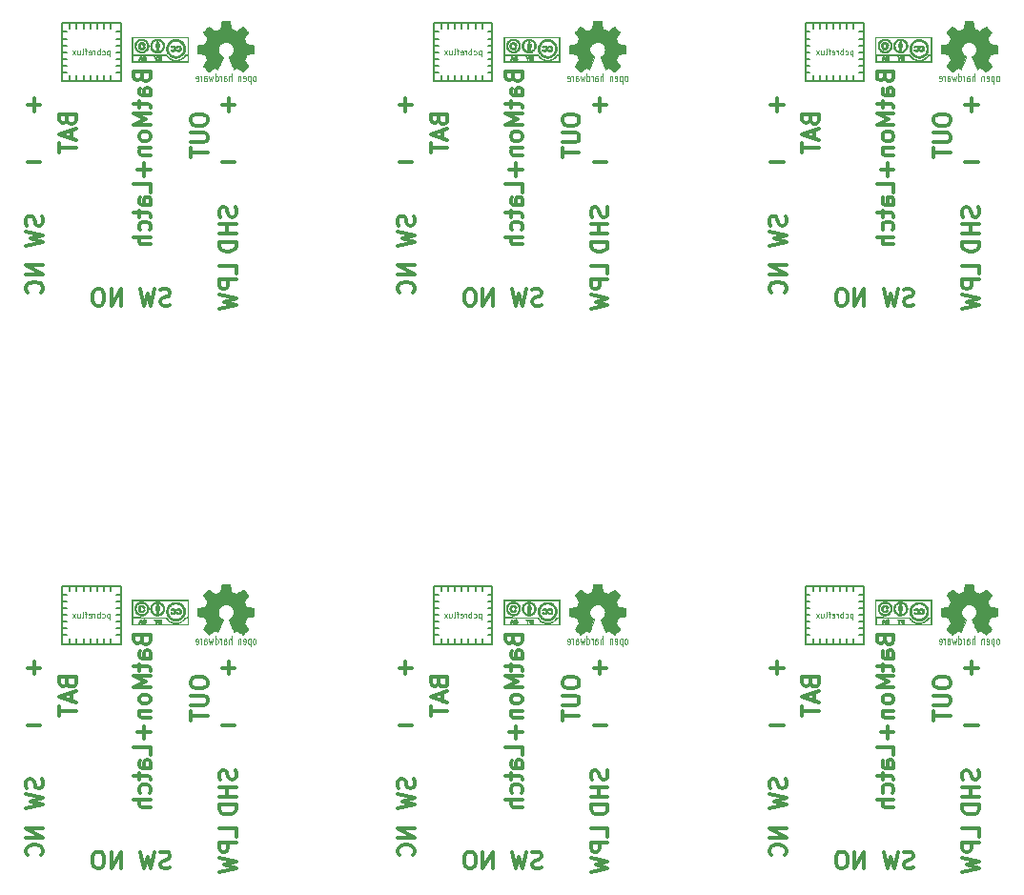
<source format=gbo>
G04 #@! TF.GenerationSoftware,KiCad,Pcbnew,no-vcs-found-91ed3e2~59~ubuntu16.04.1*
G04 #@! TF.CreationDate,2017-08-21T18:57:55+02:00*
G04 #@! TF.ProjectId,ESP32-bat-monitor-latch-pan,45535033322D6261742D6D6F6E69746F,rev?*
G04 #@! TF.SameCoordinates,Original*
G04 #@! TF.FileFunction,Legend,Bot*
G04 #@! TF.FilePolarity,Positive*
%FSLAX46Y46*%
G04 Gerber Fmt 4.6, Leading zero omitted, Abs format (unit mm)*
G04 Created by KiCad (PCBNEW no-vcs-found-91ed3e2~59~ubuntu16.04.1) date Mon Aug 21 18:57:55 2017*
%MOMM*%
%LPD*%
G01*
G04 APERTURE LIST*
%ADD10C,0.300000*%
%ADD11C,0.150000*%
%ADD12C,0.075000*%
%ADD13C,0.002540*%
%ADD14C,0.100000*%
G04 APERTURE END LIST*
D10*
X61659428Y-165073142D02*
X60516571Y-165073142D01*
X61088000Y-165644571D02*
X61088000Y-164501714D01*
X61659428Y-170153142D02*
X60516571Y-170153142D01*
X61817142Y-174943142D02*
X61888571Y-175157428D01*
X61888571Y-175514571D01*
X61817142Y-175657428D01*
X61745714Y-175728857D01*
X61602857Y-175800285D01*
X61460000Y-175800285D01*
X61317142Y-175728857D01*
X61245714Y-175657428D01*
X61174285Y-175514571D01*
X61102857Y-175228857D01*
X61031428Y-175086000D01*
X60960000Y-175014571D01*
X60817142Y-174943142D01*
X60674285Y-174943142D01*
X60531428Y-175014571D01*
X60460000Y-175086000D01*
X60388571Y-175228857D01*
X60388571Y-175586000D01*
X60460000Y-175800285D01*
X60388571Y-176300285D02*
X61888571Y-176657428D01*
X60817142Y-176943142D01*
X61888571Y-177228857D01*
X60388571Y-177586000D01*
X61888571Y-179300285D02*
X60388571Y-179300285D01*
X61888571Y-180157428D01*
X60388571Y-180157428D01*
X61745714Y-181728857D02*
X61817142Y-181657428D01*
X61888571Y-181443142D01*
X61888571Y-181300285D01*
X61817142Y-181086000D01*
X61674285Y-180943142D01*
X61531428Y-180871714D01*
X61245714Y-180800285D01*
X61031428Y-180800285D01*
X60745714Y-180871714D01*
X60602857Y-180943142D01*
X60460000Y-181086000D01*
X60388571Y-181300285D01*
X60388571Y-181443142D01*
X60460000Y-181657428D01*
X60531428Y-181728857D01*
X78967142Y-174177714D02*
X79038571Y-174392000D01*
X79038571Y-174749142D01*
X78967142Y-174892000D01*
X78895714Y-174963428D01*
X78752857Y-175034857D01*
X78610000Y-175034857D01*
X78467142Y-174963428D01*
X78395714Y-174892000D01*
X78324285Y-174749142D01*
X78252857Y-174463428D01*
X78181428Y-174320571D01*
X78110000Y-174249142D01*
X77967142Y-174177714D01*
X77824285Y-174177714D01*
X77681428Y-174249142D01*
X77610000Y-174320571D01*
X77538571Y-174463428D01*
X77538571Y-174820571D01*
X77610000Y-175034857D01*
X79038571Y-175677714D02*
X77538571Y-175677714D01*
X78252857Y-175677714D02*
X78252857Y-176534857D01*
X79038571Y-176534857D02*
X77538571Y-176534857D01*
X79038571Y-177249142D02*
X77538571Y-177249142D01*
X77538571Y-177606285D01*
X77610000Y-177820571D01*
X77752857Y-177963428D01*
X77895714Y-178034857D01*
X78181428Y-178106285D01*
X78395714Y-178106285D01*
X78681428Y-178034857D01*
X78824285Y-177963428D01*
X78967142Y-177820571D01*
X79038571Y-177606285D01*
X79038571Y-177249142D01*
X79038571Y-180079142D02*
X79038571Y-179364857D01*
X77538571Y-179364857D01*
X79038571Y-180579142D02*
X77538571Y-180579142D01*
X77538571Y-181150571D01*
X77610000Y-181293428D01*
X77681428Y-181364857D01*
X77824285Y-181436285D01*
X78038571Y-181436285D01*
X78181428Y-181364857D01*
X78252857Y-181293428D01*
X78324285Y-181150571D01*
X78324285Y-180579142D01*
X77538571Y-181936285D02*
X79038571Y-182293428D01*
X77967142Y-182579142D01*
X79038571Y-182864857D01*
X77538571Y-183222000D01*
X78931428Y-170153142D02*
X77788571Y-170153142D01*
X78931428Y-165073142D02*
X77788571Y-165073142D01*
X78360000Y-165644571D02*
X78360000Y-164501714D01*
X74998571Y-166260000D02*
X74998571Y-166545714D01*
X75070000Y-166688571D01*
X75212857Y-166831428D01*
X75498571Y-166902857D01*
X75998571Y-166902857D01*
X76284285Y-166831428D01*
X76427142Y-166688571D01*
X76498571Y-166545714D01*
X76498571Y-166260000D01*
X76427142Y-166117142D01*
X76284285Y-165974285D01*
X75998571Y-165902857D01*
X75498571Y-165902857D01*
X75212857Y-165974285D01*
X75070000Y-166117142D01*
X74998571Y-166260000D01*
X74998571Y-167545714D02*
X76212857Y-167545714D01*
X76355714Y-167617142D01*
X76427142Y-167688571D01*
X76498571Y-167831428D01*
X76498571Y-168117142D01*
X76427142Y-168260000D01*
X76355714Y-168331428D01*
X76212857Y-168402857D01*
X74998571Y-168402857D01*
X74998571Y-168902857D02*
X74998571Y-169760000D01*
X76498571Y-169331428D02*
X74998571Y-169331428D01*
X64028857Y-166398857D02*
X64100285Y-166613142D01*
X64171714Y-166684571D01*
X64314571Y-166756000D01*
X64528857Y-166756000D01*
X64671714Y-166684571D01*
X64743142Y-166613142D01*
X64814571Y-166470285D01*
X64814571Y-165898857D01*
X63314571Y-165898857D01*
X63314571Y-166398857D01*
X63386000Y-166541714D01*
X63457428Y-166613142D01*
X63600285Y-166684571D01*
X63743142Y-166684571D01*
X63886000Y-166613142D01*
X63957428Y-166541714D01*
X64028857Y-166398857D01*
X64028857Y-165898857D01*
X64386000Y-167327428D02*
X64386000Y-168041714D01*
X64814571Y-167184571D02*
X63314571Y-167684571D01*
X64814571Y-168184571D01*
X63314571Y-168470285D02*
X63314571Y-169327428D01*
X64814571Y-168898857D02*
X63314571Y-168898857D01*
X73168571Y-182845142D02*
X72954285Y-182916571D01*
X72597142Y-182916571D01*
X72454285Y-182845142D01*
X72382857Y-182773714D01*
X72311428Y-182630857D01*
X72311428Y-182488000D01*
X72382857Y-182345142D01*
X72454285Y-182273714D01*
X72597142Y-182202285D01*
X72882857Y-182130857D01*
X73025714Y-182059428D01*
X73097142Y-181988000D01*
X73168571Y-181845142D01*
X73168571Y-181702285D01*
X73097142Y-181559428D01*
X73025714Y-181488000D01*
X72882857Y-181416571D01*
X72525714Y-181416571D01*
X72311428Y-181488000D01*
X71811428Y-181416571D02*
X71454285Y-182916571D01*
X71168571Y-181845142D01*
X70882857Y-182916571D01*
X70525714Y-181416571D01*
X68811428Y-182916571D02*
X68811428Y-181416571D01*
X67954285Y-182916571D01*
X67954285Y-181416571D01*
X66954285Y-181416571D02*
X66668571Y-181416571D01*
X66525714Y-181488000D01*
X66382857Y-181630857D01*
X66311428Y-181916571D01*
X66311428Y-182416571D01*
X66382857Y-182702285D01*
X66525714Y-182845142D01*
X66668571Y-182916571D01*
X66954285Y-182916571D01*
X67097142Y-182845142D01*
X67240000Y-182702285D01*
X67311428Y-182416571D01*
X67311428Y-181916571D01*
X67240000Y-181630857D01*
X67097142Y-181488000D01*
X66954285Y-181416571D01*
X70648857Y-162613428D02*
X70720285Y-162827714D01*
X70791714Y-162899142D01*
X70934571Y-162970571D01*
X71148857Y-162970571D01*
X71291714Y-162899142D01*
X71363142Y-162827714D01*
X71434571Y-162684857D01*
X71434571Y-162113428D01*
X69934571Y-162113428D01*
X69934571Y-162613428D01*
X70006000Y-162756285D01*
X70077428Y-162827714D01*
X70220285Y-162899142D01*
X70363142Y-162899142D01*
X70506000Y-162827714D01*
X70577428Y-162756285D01*
X70648857Y-162613428D01*
X70648857Y-162113428D01*
X71434571Y-164256285D02*
X70648857Y-164256285D01*
X70506000Y-164184857D01*
X70434571Y-164042000D01*
X70434571Y-163756285D01*
X70506000Y-163613428D01*
X71363142Y-164256285D02*
X71434571Y-164113428D01*
X71434571Y-163756285D01*
X71363142Y-163613428D01*
X71220285Y-163542000D01*
X71077428Y-163542000D01*
X70934571Y-163613428D01*
X70863142Y-163756285D01*
X70863142Y-164113428D01*
X70791714Y-164256285D01*
X70434571Y-164756285D02*
X70434571Y-165327714D01*
X69934571Y-164970571D02*
X71220285Y-164970571D01*
X71363142Y-165042000D01*
X71434571Y-165184857D01*
X71434571Y-165327714D01*
X71434571Y-165827714D02*
X69934571Y-165827714D01*
X71006000Y-166327714D01*
X69934571Y-166827714D01*
X71434571Y-166827714D01*
X71434571Y-167756285D02*
X71363142Y-167613428D01*
X71291714Y-167542000D01*
X71148857Y-167470571D01*
X70720285Y-167470571D01*
X70577428Y-167542000D01*
X70506000Y-167613428D01*
X70434571Y-167756285D01*
X70434571Y-167970571D01*
X70506000Y-168113428D01*
X70577428Y-168184857D01*
X70720285Y-168256285D01*
X71148857Y-168256285D01*
X71291714Y-168184857D01*
X71363142Y-168113428D01*
X71434571Y-167970571D01*
X71434571Y-167756285D01*
X70434571Y-168899142D02*
X71434571Y-168899142D01*
X70577428Y-168899142D02*
X70506000Y-168970571D01*
X70434571Y-169113428D01*
X70434571Y-169327714D01*
X70506000Y-169470571D01*
X70648857Y-169542000D01*
X71434571Y-169542000D01*
X70863142Y-170256285D02*
X70863142Y-171399142D01*
X71434571Y-170827714D02*
X70291714Y-170827714D01*
X71434571Y-172827714D02*
X71434571Y-172113428D01*
X69934571Y-172113428D01*
X71434571Y-173970571D02*
X70648857Y-173970571D01*
X70506000Y-173899142D01*
X70434571Y-173756285D01*
X70434571Y-173470571D01*
X70506000Y-173327714D01*
X71363142Y-173970571D02*
X71434571Y-173827714D01*
X71434571Y-173470571D01*
X71363142Y-173327714D01*
X71220285Y-173256285D01*
X71077428Y-173256285D01*
X70934571Y-173327714D01*
X70863142Y-173470571D01*
X70863142Y-173827714D01*
X70791714Y-173970571D01*
X70434571Y-174470571D02*
X70434571Y-175042000D01*
X69934571Y-174684857D02*
X71220285Y-174684857D01*
X71363142Y-174756285D01*
X71434571Y-174899142D01*
X71434571Y-175042000D01*
X71363142Y-176184857D02*
X71434571Y-176042000D01*
X71434571Y-175756285D01*
X71363142Y-175613428D01*
X71291714Y-175542000D01*
X71148857Y-175470571D01*
X70720285Y-175470571D01*
X70577428Y-175542000D01*
X70506000Y-175613428D01*
X70434571Y-175756285D01*
X70434571Y-176042000D01*
X70506000Y-176184857D01*
X71434571Y-176827714D02*
X69934571Y-176827714D01*
X71434571Y-177470571D02*
X70648857Y-177470571D01*
X70506000Y-177399142D01*
X70434571Y-177256285D01*
X70434571Y-177042000D01*
X70506000Y-176899142D01*
X70577428Y-176827714D01*
X94659428Y-115073142D02*
X93516571Y-115073142D01*
X94088000Y-115644571D02*
X94088000Y-114501714D01*
X94659428Y-120153142D02*
X93516571Y-120153142D01*
X94817142Y-124943142D02*
X94888571Y-125157428D01*
X94888571Y-125514571D01*
X94817142Y-125657428D01*
X94745714Y-125728857D01*
X94602857Y-125800285D01*
X94460000Y-125800285D01*
X94317142Y-125728857D01*
X94245714Y-125657428D01*
X94174285Y-125514571D01*
X94102857Y-125228857D01*
X94031428Y-125086000D01*
X93960000Y-125014571D01*
X93817142Y-124943142D01*
X93674285Y-124943142D01*
X93531428Y-125014571D01*
X93460000Y-125086000D01*
X93388571Y-125228857D01*
X93388571Y-125586000D01*
X93460000Y-125800285D01*
X93388571Y-126300285D02*
X94888571Y-126657428D01*
X93817142Y-126943142D01*
X94888571Y-127228857D01*
X93388571Y-127586000D01*
X94888571Y-129300285D02*
X93388571Y-129300285D01*
X94888571Y-130157428D01*
X93388571Y-130157428D01*
X94745714Y-131728857D02*
X94817142Y-131657428D01*
X94888571Y-131443142D01*
X94888571Y-131300285D01*
X94817142Y-131086000D01*
X94674285Y-130943142D01*
X94531428Y-130871714D01*
X94245714Y-130800285D01*
X94031428Y-130800285D01*
X93745714Y-130871714D01*
X93602857Y-130943142D01*
X93460000Y-131086000D01*
X93388571Y-131300285D01*
X93388571Y-131443142D01*
X93460000Y-131657428D01*
X93531428Y-131728857D01*
X111967142Y-124177714D02*
X112038571Y-124392000D01*
X112038571Y-124749142D01*
X111967142Y-124892000D01*
X111895714Y-124963428D01*
X111752857Y-125034857D01*
X111610000Y-125034857D01*
X111467142Y-124963428D01*
X111395714Y-124892000D01*
X111324285Y-124749142D01*
X111252857Y-124463428D01*
X111181428Y-124320571D01*
X111110000Y-124249142D01*
X110967142Y-124177714D01*
X110824285Y-124177714D01*
X110681428Y-124249142D01*
X110610000Y-124320571D01*
X110538571Y-124463428D01*
X110538571Y-124820571D01*
X110610000Y-125034857D01*
X112038571Y-125677714D02*
X110538571Y-125677714D01*
X111252857Y-125677714D02*
X111252857Y-126534857D01*
X112038571Y-126534857D02*
X110538571Y-126534857D01*
X112038571Y-127249142D02*
X110538571Y-127249142D01*
X110538571Y-127606285D01*
X110610000Y-127820571D01*
X110752857Y-127963428D01*
X110895714Y-128034857D01*
X111181428Y-128106285D01*
X111395714Y-128106285D01*
X111681428Y-128034857D01*
X111824285Y-127963428D01*
X111967142Y-127820571D01*
X112038571Y-127606285D01*
X112038571Y-127249142D01*
X112038571Y-130079142D02*
X112038571Y-129364857D01*
X110538571Y-129364857D01*
X112038571Y-130579142D02*
X110538571Y-130579142D01*
X110538571Y-131150571D01*
X110610000Y-131293428D01*
X110681428Y-131364857D01*
X110824285Y-131436285D01*
X111038571Y-131436285D01*
X111181428Y-131364857D01*
X111252857Y-131293428D01*
X111324285Y-131150571D01*
X111324285Y-130579142D01*
X110538571Y-131936285D02*
X112038571Y-132293428D01*
X110967142Y-132579142D01*
X112038571Y-132864857D01*
X110538571Y-133222000D01*
X111931428Y-120153142D02*
X110788571Y-120153142D01*
X111931428Y-115073142D02*
X110788571Y-115073142D01*
X111360000Y-115644571D02*
X111360000Y-114501714D01*
X107998571Y-116260000D02*
X107998571Y-116545714D01*
X108070000Y-116688571D01*
X108212857Y-116831428D01*
X108498571Y-116902857D01*
X108998571Y-116902857D01*
X109284285Y-116831428D01*
X109427142Y-116688571D01*
X109498571Y-116545714D01*
X109498571Y-116260000D01*
X109427142Y-116117142D01*
X109284285Y-115974285D01*
X108998571Y-115902857D01*
X108498571Y-115902857D01*
X108212857Y-115974285D01*
X108070000Y-116117142D01*
X107998571Y-116260000D01*
X107998571Y-117545714D02*
X109212857Y-117545714D01*
X109355714Y-117617142D01*
X109427142Y-117688571D01*
X109498571Y-117831428D01*
X109498571Y-118117142D01*
X109427142Y-118260000D01*
X109355714Y-118331428D01*
X109212857Y-118402857D01*
X107998571Y-118402857D01*
X107998571Y-118902857D02*
X107998571Y-119760000D01*
X109498571Y-119331428D02*
X107998571Y-119331428D01*
X97028857Y-116398857D02*
X97100285Y-116613142D01*
X97171714Y-116684571D01*
X97314571Y-116756000D01*
X97528857Y-116756000D01*
X97671714Y-116684571D01*
X97743142Y-116613142D01*
X97814571Y-116470285D01*
X97814571Y-115898857D01*
X96314571Y-115898857D01*
X96314571Y-116398857D01*
X96386000Y-116541714D01*
X96457428Y-116613142D01*
X96600285Y-116684571D01*
X96743142Y-116684571D01*
X96886000Y-116613142D01*
X96957428Y-116541714D01*
X97028857Y-116398857D01*
X97028857Y-115898857D01*
X97386000Y-117327428D02*
X97386000Y-118041714D01*
X97814571Y-117184571D02*
X96314571Y-117684571D01*
X97814571Y-118184571D01*
X96314571Y-118470285D02*
X96314571Y-119327428D01*
X97814571Y-118898857D02*
X96314571Y-118898857D01*
X106168571Y-132845142D02*
X105954285Y-132916571D01*
X105597142Y-132916571D01*
X105454285Y-132845142D01*
X105382857Y-132773714D01*
X105311428Y-132630857D01*
X105311428Y-132488000D01*
X105382857Y-132345142D01*
X105454285Y-132273714D01*
X105597142Y-132202285D01*
X105882857Y-132130857D01*
X106025714Y-132059428D01*
X106097142Y-131988000D01*
X106168571Y-131845142D01*
X106168571Y-131702285D01*
X106097142Y-131559428D01*
X106025714Y-131488000D01*
X105882857Y-131416571D01*
X105525714Y-131416571D01*
X105311428Y-131488000D01*
X104811428Y-131416571D02*
X104454285Y-132916571D01*
X104168571Y-131845142D01*
X103882857Y-132916571D01*
X103525714Y-131416571D01*
X101811428Y-132916571D02*
X101811428Y-131416571D01*
X100954285Y-132916571D01*
X100954285Y-131416571D01*
X99954285Y-131416571D02*
X99668571Y-131416571D01*
X99525714Y-131488000D01*
X99382857Y-131630857D01*
X99311428Y-131916571D01*
X99311428Y-132416571D01*
X99382857Y-132702285D01*
X99525714Y-132845142D01*
X99668571Y-132916571D01*
X99954285Y-132916571D01*
X100097142Y-132845142D01*
X100240000Y-132702285D01*
X100311428Y-132416571D01*
X100311428Y-131916571D01*
X100240000Y-131630857D01*
X100097142Y-131488000D01*
X99954285Y-131416571D01*
X103648857Y-112613428D02*
X103720285Y-112827714D01*
X103791714Y-112899142D01*
X103934571Y-112970571D01*
X104148857Y-112970571D01*
X104291714Y-112899142D01*
X104363142Y-112827714D01*
X104434571Y-112684857D01*
X104434571Y-112113428D01*
X102934571Y-112113428D01*
X102934571Y-112613428D01*
X103006000Y-112756285D01*
X103077428Y-112827714D01*
X103220285Y-112899142D01*
X103363142Y-112899142D01*
X103506000Y-112827714D01*
X103577428Y-112756285D01*
X103648857Y-112613428D01*
X103648857Y-112113428D01*
X104434571Y-114256285D02*
X103648857Y-114256285D01*
X103506000Y-114184857D01*
X103434571Y-114042000D01*
X103434571Y-113756285D01*
X103506000Y-113613428D01*
X104363142Y-114256285D02*
X104434571Y-114113428D01*
X104434571Y-113756285D01*
X104363142Y-113613428D01*
X104220285Y-113542000D01*
X104077428Y-113542000D01*
X103934571Y-113613428D01*
X103863142Y-113756285D01*
X103863142Y-114113428D01*
X103791714Y-114256285D01*
X103434571Y-114756285D02*
X103434571Y-115327714D01*
X102934571Y-114970571D02*
X104220285Y-114970571D01*
X104363142Y-115042000D01*
X104434571Y-115184857D01*
X104434571Y-115327714D01*
X104434571Y-115827714D02*
X102934571Y-115827714D01*
X104006000Y-116327714D01*
X102934571Y-116827714D01*
X104434571Y-116827714D01*
X104434571Y-117756285D02*
X104363142Y-117613428D01*
X104291714Y-117542000D01*
X104148857Y-117470571D01*
X103720285Y-117470571D01*
X103577428Y-117542000D01*
X103506000Y-117613428D01*
X103434571Y-117756285D01*
X103434571Y-117970571D01*
X103506000Y-118113428D01*
X103577428Y-118184857D01*
X103720285Y-118256285D01*
X104148857Y-118256285D01*
X104291714Y-118184857D01*
X104363142Y-118113428D01*
X104434571Y-117970571D01*
X104434571Y-117756285D01*
X103434571Y-118899142D02*
X104434571Y-118899142D01*
X103577428Y-118899142D02*
X103506000Y-118970571D01*
X103434571Y-119113428D01*
X103434571Y-119327714D01*
X103506000Y-119470571D01*
X103648857Y-119542000D01*
X104434571Y-119542000D01*
X103863142Y-120256285D02*
X103863142Y-121399142D01*
X104434571Y-120827714D02*
X103291714Y-120827714D01*
X104434571Y-122827714D02*
X104434571Y-122113428D01*
X102934571Y-122113428D01*
X104434571Y-123970571D02*
X103648857Y-123970571D01*
X103506000Y-123899142D01*
X103434571Y-123756285D01*
X103434571Y-123470571D01*
X103506000Y-123327714D01*
X104363142Y-123970571D02*
X104434571Y-123827714D01*
X104434571Y-123470571D01*
X104363142Y-123327714D01*
X104220285Y-123256285D01*
X104077428Y-123256285D01*
X103934571Y-123327714D01*
X103863142Y-123470571D01*
X103863142Y-123827714D01*
X103791714Y-123970571D01*
X103434571Y-124470571D02*
X103434571Y-125042000D01*
X102934571Y-124684857D02*
X104220285Y-124684857D01*
X104363142Y-124756285D01*
X104434571Y-124899142D01*
X104434571Y-125042000D01*
X104363142Y-126184857D02*
X104434571Y-126042000D01*
X104434571Y-125756285D01*
X104363142Y-125613428D01*
X104291714Y-125542000D01*
X104148857Y-125470571D01*
X103720285Y-125470571D01*
X103577428Y-125542000D01*
X103506000Y-125613428D01*
X103434571Y-125756285D01*
X103434571Y-126042000D01*
X103506000Y-126184857D01*
X104434571Y-126827714D02*
X102934571Y-126827714D01*
X104434571Y-127470571D02*
X103648857Y-127470571D01*
X103506000Y-127399142D01*
X103434571Y-127256285D01*
X103434571Y-127042000D01*
X103506000Y-126899142D01*
X103577428Y-126827714D01*
X61659428Y-115073142D02*
X60516571Y-115073142D01*
X61088000Y-115644571D02*
X61088000Y-114501714D01*
X61659428Y-120153142D02*
X60516571Y-120153142D01*
X61817142Y-124943142D02*
X61888571Y-125157428D01*
X61888571Y-125514571D01*
X61817142Y-125657428D01*
X61745714Y-125728857D01*
X61602857Y-125800285D01*
X61460000Y-125800285D01*
X61317142Y-125728857D01*
X61245714Y-125657428D01*
X61174285Y-125514571D01*
X61102857Y-125228857D01*
X61031428Y-125086000D01*
X60960000Y-125014571D01*
X60817142Y-124943142D01*
X60674285Y-124943142D01*
X60531428Y-125014571D01*
X60460000Y-125086000D01*
X60388571Y-125228857D01*
X60388571Y-125586000D01*
X60460000Y-125800285D01*
X60388571Y-126300285D02*
X61888571Y-126657428D01*
X60817142Y-126943142D01*
X61888571Y-127228857D01*
X60388571Y-127586000D01*
X61888571Y-129300285D02*
X60388571Y-129300285D01*
X61888571Y-130157428D01*
X60388571Y-130157428D01*
X61745714Y-131728857D02*
X61817142Y-131657428D01*
X61888571Y-131443142D01*
X61888571Y-131300285D01*
X61817142Y-131086000D01*
X61674285Y-130943142D01*
X61531428Y-130871714D01*
X61245714Y-130800285D01*
X61031428Y-130800285D01*
X60745714Y-130871714D01*
X60602857Y-130943142D01*
X60460000Y-131086000D01*
X60388571Y-131300285D01*
X60388571Y-131443142D01*
X60460000Y-131657428D01*
X60531428Y-131728857D01*
X78967142Y-124177714D02*
X79038571Y-124392000D01*
X79038571Y-124749142D01*
X78967142Y-124892000D01*
X78895714Y-124963428D01*
X78752857Y-125034857D01*
X78610000Y-125034857D01*
X78467142Y-124963428D01*
X78395714Y-124892000D01*
X78324285Y-124749142D01*
X78252857Y-124463428D01*
X78181428Y-124320571D01*
X78110000Y-124249142D01*
X77967142Y-124177714D01*
X77824285Y-124177714D01*
X77681428Y-124249142D01*
X77610000Y-124320571D01*
X77538571Y-124463428D01*
X77538571Y-124820571D01*
X77610000Y-125034857D01*
X79038571Y-125677714D02*
X77538571Y-125677714D01*
X78252857Y-125677714D02*
X78252857Y-126534857D01*
X79038571Y-126534857D02*
X77538571Y-126534857D01*
X79038571Y-127249142D02*
X77538571Y-127249142D01*
X77538571Y-127606285D01*
X77610000Y-127820571D01*
X77752857Y-127963428D01*
X77895714Y-128034857D01*
X78181428Y-128106285D01*
X78395714Y-128106285D01*
X78681428Y-128034857D01*
X78824285Y-127963428D01*
X78967142Y-127820571D01*
X79038571Y-127606285D01*
X79038571Y-127249142D01*
X79038571Y-130079142D02*
X79038571Y-129364857D01*
X77538571Y-129364857D01*
X79038571Y-130579142D02*
X77538571Y-130579142D01*
X77538571Y-131150571D01*
X77610000Y-131293428D01*
X77681428Y-131364857D01*
X77824285Y-131436285D01*
X78038571Y-131436285D01*
X78181428Y-131364857D01*
X78252857Y-131293428D01*
X78324285Y-131150571D01*
X78324285Y-130579142D01*
X77538571Y-131936285D02*
X79038571Y-132293428D01*
X77967142Y-132579142D01*
X79038571Y-132864857D01*
X77538571Y-133222000D01*
X78931428Y-120153142D02*
X77788571Y-120153142D01*
X78931428Y-115073142D02*
X77788571Y-115073142D01*
X78360000Y-115644571D02*
X78360000Y-114501714D01*
X74998571Y-116260000D02*
X74998571Y-116545714D01*
X75070000Y-116688571D01*
X75212857Y-116831428D01*
X75498571Y-116902857D01*
X75998571Y-116902857D01*
X76284285Y-116831428D01*
X76427142Y-116688571D01*
X76498571Y-116545714D01*
X76498571Y-116260000D01*
X76427142Y-116117142D01*
X76284285Y-115974285D01*
X75998571Y-115902857D01*
X75498571Y-115902857D01*
X75212857Y-115974285D01*
X75070000Y-116117142D01*
X74998571Y-116260000D01*
X74998571Y-117545714D02*
X76212857Y-117545714D01*
X76355714Y-117617142D01*
X76427142Y-117688571D01*
X76498571Y-117831428D01*
X76498571Y-118117142D01*
X76427142Y-118260000D01*
X76355714Y-118331428D01*
X76212857Y-118402857D01*
X74998571Y-118402857D01*
X74998571Y-118902857D02*
X74998571Y-119760000D01*
X76498571Y-119331428D02*
X74998571Y-119331428D01*
X64028857Y-116398857D02*
X64100285Y-116613142D01*
X64171714Y-116684571D01*
X64314571Y-116756000D01*
X64528857Y-116756000D01*
X64671714Y-116684571D01*
X64743142Y-116613142D01*
X64814571Y-116470285D01*
X64814571Y-115898857D01*
X63314571Y-115898857D01*
X63314571Y-116398857D01*
X63386000Y-116541714D01*
X63457428Y-116613142D01*
X63600285Y-116684571D01*
X63743142Y-116684571D01*
X63886000Y-116613142D01*
X63957428Y-116541714D01*
X64028857Y-116398857D01*
X64028857Y-115898857D01*
X64386000Y-117327428D02*
X64386000Y-118041714D01*
X64814571Y-117184571D02*
X63314571Y-117684571D01*
X64814571Y-118184571D01*
X63314571Y-118470285D02*
X63314571Y-119327428D01*
X64814571Y-118898857D02*
X63314571Y-118898857D01*
X73168571Y-132845142D02*
X72954285Y-132916571D01*
X72597142Y-132916571D01*
X72454285Y-132845142D01*
X72382857Y-132773714D01*
X72311428Y-132630857D01*
X72311428Y-132488000D01*
X72382857Y-132345142D01*
X72454285Y-132273714D01*
X72597142Y-132202285D01*
X72882857Y-132130857D01*
X73025714Y-132059428D01*
X73097142Y-131988000D01*
X73168571Y-131845142D01*
X73168571Y-131702285D01*
X73097142Y-131559428D01*
X73025714Y-131488000D01*
X72882857Y-131416571D01*
X72525714Y-131416571D01*
X72311428Y-131488000D01*
X71811428Y-131416571D02*
X71454285Y-132916571D01*
X71168571Y-131845142D01*
X70882857Y-132916571D01*
X70525714Y-131416571D01*
X68811428Y-132916571D02*
X68811428Y-131416571D01*
X67954285Y-132916571D01*
X67954285Y-131416571D01*
X66954285Y-131416571D02*
X66668571Y-131416571D01*
X66525714Y-131488000D01*
X66382857Y-131630857D01*
X66311428Y-131916571D01*
X66311428Y-132416571D01*
X66382857Y-132702285D01*
X66525714Y-132845142D01*
X66668571Y-132916571D01*
X66954285Y-132916571D01*
X67097142Y-132845142D01*
X67240000Y-132702285D01*
X67311428Y-132416571D01*
X67311428Y-131916571D01*
X67240000Y-131630857D01*
X67097142Y-131488000D01*
X66954285Y-131416571D01*
X70648857Y-112613428D02*
X70720285Y-112827714D01*
X70791714Y-112899142D01*
X70934571Y-112970571D01*
X71148857Y-112970571D01*
X71291714Y-112899142D01*
X71363142Y-112827714D01*
X71434571Y-112684857D01*
X71434571Y-112113428D01*
X69934571Y-112113428D01*
X69934571Y-112613428D01*
X70006000Y-112756285D01*
X70077428Y-112827714D01*
X70220285Y-112899142D01*
X70363142Y-112899142D01*
X70506000Y-112827714D01*
X70577428Y-112756285D01*
X70648857Y-112613428D01*
X70648857Y-112113428D01*
X71434571Y-114256285D02*
X70648857Y-114256285D01*
X70506000Y-114184857D01*
X70434571Y-114042000D01*
X70434571Y-113756285D01*
X70506000Y-113613428D01*
X71363142Y-114256285D02*
X71434571Y-114113428D01*
X71434571Y-113756285D01*
X71363142Y-113613428D01*
X71220285Y-113542000D01*
X71077428Y-113542000D01*
X70934571Y-113613428D01*
X70863142Y-113756285D01*
X70863142Y-114113428D01*
X70791714Y-114256285D01*
X70434571Y-114756285D02*
X70434571Y-115327714D01*
X69934571Y-114970571D02*
X71220285Y-114970571D01*
X71363142Y-115042000D01*
X71434571Y-115184857D01*
X71434571Y-115327714D01*
X71434571Y-115827714D02*
X69934571Y-115827714D01*
X71006000Y-116327714D01*
X69934571Y-116827714D01*
X71434571Y-116827714D01*
X71434571Y-117756285D02*
X71363142Y-117613428D01*
X71291714Y-117542000D01*
X71148857Y-117470571D01*
X70720285Y-117470571D01*
X70577428Y-117542000D01*
X70506000Y-117613428D01*
X70434571Y-117756285D01*
X70434571Y-117970571D01*
X70506000Y-118113428D01*
X70577428Y-118184857D01*
X70720285Y-118256285D01*
X71148857Y-118256285D01*
X71291714Y-118184857D01*
X71363142Y-118113428D01*
X71434571Y-117970571D01*
X71434571Y-117756285D01*
X70434571Y-118899142D02*
X71434571Y-118899142D01*
X70577428Y-118899142D02*
X70506000Y-118970571D01*
X70434571Y-119113428D01*
X70434571Y-119327714D01*
X70506000Y-119470571D01*
X70648857Y-119542000D01*
X71434571Y-119542000D01*
X70863142Y-120256285D02*
X70863142Y-121399142D01*
X71434571Y-120827714D02*
X70291714Y-120827714D01*
X71434571Y-122827714D02*
X71434571Y-122113428D01*
X69934571Y-122113428D01*
X71434571Y-123970571D02*
X70648857Y-123970571D01*
X70506000Y-123899142D01*
X70434571Y-123756285D01*
X70434571Y-123470571D01*
X70506000Y-123327714D01*
X71363142Y-123970571D02*
X71434571Y-123827714D01*
X71434571Y-123470571D01*
X71363142Y-123327714D01*
X71220285Y-123256285D01*
X71077428Y-123256285D01*
X70934571Y-123327714D01*
X70863142Y-123470571D01*
X70863142Y-123827714D01*
X70791714Y-123970571D01*
X70434571Y-124470571D02*
X70434571Y-125042000D01*
X69934571Y-124684857D02*
X71220285Y-124684857D01*
X71363142Y-124756285D01*
X71434571Y-124899142D01*
X71434571Y-125042000D01*
X71363142Y-126184857D02*
X71434571Y-126042000D01*
X71434571Y-125756285D01*
X71363142Y-125613428D01*
X71291714Y-125542000D01*
X71148857Y-125470571D01*
X70720285Y-125470571D01*
X70577428Y-125542000D01*
X70506000Y-125613428D01*
X70434571Y-125756285D01*
X70434571Y-126042000D01*
X70506000Y-126184857D01*
X71434571Y-126827714D02*
X69934571Y-126827714D01*
X71434571Y-127470571D02*
X70648857Y-127470571D01*
X70506000Y-127399142D01*
X70434571Y-127256285D01*
X70434571Y-127042000D01*
X70506000Y-126899142D01*
X70577428Y-126827714D01*
X28659428Y-115073142D02*
X27516571Y-115073142D01*
X28088000Y-115644571D02*
X28088000Y-114501714D01*
X28659428Y-120153142D02*
X27516571Y-120153142D01*
X28817142Y-124943142D02*
X28888571Y-125157428D01*
X28888571Y-125514571D01*
X28817142Y-125657428D01*
X28745714Y-125728857D01*
X28602857Y-125800285D01*
X28460000Y-125800285D01*
X28317142Y-125728857D01*
X28245714Y-125657428D01*
X28174285Y-125514571D01*
X28102857Y-125228857D01*
X28031428Y-125086000D01*
X27960000Y-125014571D01*
X27817142Y-124943142D01*
X27674285Y-124943142D01*
X27531428Y-125014571D01*
X27460000Y-125086000D01*
X27388571Y-125228857D01*
X27388571Y-125586000D01*
X27460000Y-125800285D01*
X27388571Y-126300285D02*
X28888571Y-126657428D01*
X27817142Y-126943142D01*
X28888571Y-127228857D01*
X27388571Y-127586000D01*
X28888571Y-129300285D02*
X27388571Y-129300285D01*
X28888571Y-130157428D01*
X27388571Y-130157428D01*
X28745714Y-131728857D02*
X28817142Y-131657428D01*
X28888571Y-131443142D01*
X28888571Y-131300285D01*
X28817142Y-131086000D01*
X28674285Y-130943142D01*
X28531428Y-130871714D01*
X28245714Y-130800285D01*
X28031428Y-130800285D01*
X27745714Y-130871714D01*
X27602857Y-130943142D01*
X27460000Y-131086000D01*
X27388571Y-131300285D01*
X27388571Y-131443142D01*
X27460000Y-131657428D01*
X27531428Y-131728857D01*
X45967142Y-124177714D02*
X46038571Y-124392000D01*
X46038571Y-124749142D01*
X45967142Y-124892000D01*
X45895714Y-124963428D01*
X45752857Y-125034857D01*
X45610000Y-125034857D01*
X45467142Y-124963428D01*
X45395714Y-124892000D01*
X45324285Y-124749142D01*
X45252857Y-124463428D01*
X45181428Y-124320571D01*
X45110000Y-124249142D01*
X44967142Y-124177714D01*
X44824285Y-124177714D01*
X44681428Y-124249142D01*
X44610000Y-124320571D01*
X44538571Y-124463428D01*
X44538571Y-124820571D01*
X44610000Y-125034857D01*
X46038571Y-125677714D02*
X44538571Y-125677714D01*
X45252857Y-125677714D02*
X45252857Y-126534857D01*
X46038571Y-126534857D02*
X44538571Y-126534857D01*
X46038571Y-127249142D02*
X44538571Y-127249142D01*
X44538571Y-127606285D01*
X44610000Y-127820571D01*
X44752857Y-127963428D01*
X44895714Y-128034857D01*
X45181428Y-128106285D01*
X45395714Y-128106285D01*
X45681428Y-128034857D01*
X45824285Y-127963428D01*
X45967142Y-127820571D01*
X46038571Y-127606285D01*
X46038571Y-127249142D01*
X46038571Y-130079142D02*
X46038571Y-129364857D01*
X44538571Y-129364857D01*
X46038571Y-130579142D02*
X44538571Y-130579142D01*
X44538571Y-131150571D01*
X44610000Y-131293428D01*
X44681428Y-131364857D01*
X44824285Y-131436285D01*
X45038571Y-131436285D01*
X45181428Y-131364857D01*
X45252857Y-131293428D01*
X45324285Y-131150571D01*
X45324285Y-130579142D01*
X44538571Y-131936285D02*
X46038571Y-132293428D01*
X44967142Y-132579142D01*
X46038571Y-132864857D01*
X44538571Y-133222000D01*
X45931428Y-120153142D02*
X44788571Y-120153142D01*
X45931428Y-115073142D02*
X44788571Y-115073142D01*
X45360000Y-115644571D02*
X45360000Y-114501714D01*
X41998571Y-116260000D02*
X41998571Y-116545714D01*
X42070000Y-116688571D01*
X42212857Y-116831428D01*
X42498571Y-116902857D01*
X42998571Y-116902857D01*
X43284285Y-116831428D01*
X43427142Y-116688571D01*
X43498571Y-116545714D01*
X43498571Y-116260000D01*
X43427142Y-116117142D01*
X43284285Y-115974285D01*
X42998571Y-115902857D01*
X42498571Y-115902857D01*
X42212857Y-115974285D01*
X42070000Y-116117142D01*
X41998571Y-116260000D01*
X41998571Y-117545714D02*
X43212857Y-117545714D01*
X43355714Y-117617142D01*
X43427142Y-117688571D01*
X43498571Y-117831428D01*
X43498571Y-118117142D01*
X43427142Y-118260000D01*
X43355714Y-118331428D01*
X43212857Y-118402857D01*
X41998571Y-118402857D01*
X41998571Y-118902857D02*
X41998571Y-119760000D01*
X43498571Y-119331428D02*
X41998571Y-119331428D01*
X31028857Y-116398857D02*
X31100285Y-116613142D01*
X31171714Y-116684571D01*
X31314571Y-116756000D01*
X31528857Y-116756000D01*
X31671714Y-116684571D01*
X31743142Y-116613142D01*
X31814571Y-116470285D01*
X31814571Y-115898857D01*
X30314571Y-115898857D01*
X30314571Y-116398857D01*
X30386000Y-116541714D01*
X30457428Y-116613142D01*
X30600285Y-116684571D01*
X30743142Y-116684571D01*
X30886000Y-116613142D01*
X30957428Y-116541714D01*
X31028857Y-116398857D01*
X31028857Y-115898857D01*
X31386000Y-117327428D02*
X31386000Y-118041714D01*
X31814571Y-117184571D02*
X30314571Y-117684571D01*
X31814571Y-118184571D01*
X30314571Y-118470285D02*
X30314571Y-119327428D01*
X31814571Y-118898857D02*
X30314571Y-118898857D01*
X40168571Y-132845142D02*
X39954285Y-132916571D01*
X39597142Y-132916571D01*
X39454285Y-132845142D01*
X39382857Y-132773714D01*
X39311428Y-132630857D01*
X39311428Y-132488000D01*
X39382857Y-132345142D01*
X39454285Y-132273714D01*
X39597142Y-132202285D01*
X39882857Y-132130857D01*
X40025714Y-132059428D01*
X40097142Y-131988000D01*
X40168571Y-131845142D01*
X40168571Y-131702285D01*
X40097142Y-131559428D01*
X40025714Y-131488000D01*
X39882857Y-131416571D01*
X39525714Y-131416571D01*
X39311428Y-131488000D01*
X38811428Y-131416571D02*
X38454285Y-132916571D01*
X38168571Y-131845142D01*
X37882857Y-132916571D01*
X37525714Y-131416571D01*
X35811428Y-132916571D02*
X35811428Y-131416571D01*
X34954285Y-132916571D01*
X34954285Y-131416571D01*
X33954285Y-131416571D02*
X33668571Y-131416571D01*
X33525714Y-131488000D01*
X33382857Y-131630857D01*
X33311428Y-131916571D01*
X33311428Y-132416571D01*
X33382857Y-132702285D01*
X33525714Y-132845142D01*
X33668571Y-132916571D01*
X33954285Y-132916571D01*
X34097142Y-132845142D01*
X34240000Y-132702285D01*
X34311428Y-132416571D01*
X34311428Y-131916571D01*
X34240000Y-131630857D01*
X34097142Y-131488000D01*
X33954285Y-131416571D01*
X37648857Y-112613428D02*
X37720285Y-112827714D01*
X37791714Y-112899142D01*
X37934571Y-112970571D01*
X38148857Y-112970571D01*
X38291714Y-112899142D01*
X38363142Y-112827714D01*
X38434571Y-112684857D01*
X38434571Y-112113428D01*
X36934571Y-112113428D01*
X36934571Y-112613428D01*
X37006000Y-112756285D01*
X37077428Y-112827714D01*
X37220285Y-112899142D01*
X37363142Y-112899142D01*
X37506000Y-112827714D01*
X37577428Y-112756285D01*
X37648857Y-112613428D01*
X37648857Y-112113428D01*
X38434571Y-114256285D02*
X37648857Y-114256285D01*
X37506000Y-114184857D01*
X37434571Y-114042000D01*
X37434571Y-113756285D01*
X37506000Y-113613428D01*
X38363142Y-114256285D02*
X38434571Y-114113428D01*
X38434571Y-113756285D01*
X38363142Y-113613428D01*
X38220285Y-113542000D01*
X38077428Y-113542000D01*
X37934571Y-113613428D01*
X37863142Y-113756285D01*
X37863142Y-114113428D01*
X37791714Y-114256285D01*
X37434571Y-114756285D02*
X37434571Y-115327714D01*
X36934571Y-114970571D02*
X38220285Y-114970571D01*
X38363142Y-115042000D01*
X38434571Y-115184857D01*
X38434571Y-115327714D01*
X38434571Y-115827714D02*
X36934571Y-115827714D01*
X38006000Y-116327714D01*
X36934571Y-116827714D01*
X38434571Y-116827714D01*
X38434571Y-117756285D02*
X38363142Y-117613428D01*
X38291714Y-117542000D01*
X38148857Y-117470571D01*
X37720285Y-117470571D01*
X37577428Y-117542000D01*
X37506000Y-117613428D01*
X37434571Y-117756285D01*
X37434571Y-117970571D01*
X37506000Y-118113428D01*
X37577428Y-118184857D01*
X37720285Y-118256285D01*
X38148857Y-118256285D01*
X38291714Y-118184857D01*
X38363142Y-118113428D01*
X38434571Y-117970571D01*
X38434571Y-117756285D01*
X37434571Y-118899142D02*
X38434571Y-118899142D01*
X37577428Y-118899142D02*
X37506000Y-118970571D01*
X37434571Y-119113428D01*
X37434571Y-119327714D01*
X37506000Y-119470571D01*
X37648857Y-119542000D01*
X38434571Y-119542000D01*
X37863142Y-120256285D02*
X37863142Y-121399142D01*
X38434571Y-120827714D02*
X37291714Y-120827714D01*
X38434571Y-122827714D02*
X38434571Y-122113428D01*
X36934571Y-122113428D01*
X38434571Y-123970571D02*
X37648857Y-123970571D01*
X37506000Y-123899142D01*
X37434571Y-123756285D01*
X37434571Y-123470571D01*
X37506000Y-123327714D01*
X38363142Y-123970571D02*
X38434571Y-123827714D01*
X38434571Y-123470571D01*
X38363142Y-123327714D01*
X38220285Y-123256285D01*
X38077428Y-123256285D01*
X37934571Y-123327714D01*
X37863142Y-123470571D01*
X37863142Y-123827714D01*
X37791714Y-123970571D01*
X37434571Y-124470571D02*
X37434571Y-125042000D01*
X36934571Y-124684857D02*
X38220285Y-124684857D01*
X38363142Y-124756285D01*
X38434571Y-124899142D01*
X38434571Y-125042000D01*
X38363142Y-126184857D02*
X38434571Y-126042000D01*
X38434571Y-125756285D01*
X38363142Y-125613428D01*
X38291714Y-125542000D01*
X38148857Y-125470571D01*
X37720285Y-125470571D01*
X37577428Y-125542000D01*
X37506000Y-125613428D01*
X37434571Y-125756285D01*
X37434571Y-126042000D01*
X37506000Y-126184857D01*
X38434571Y-126827714D02*
X36934571Y-126827714D01*
X38434571Y-127470571D02*
X37648857Y-127470571D01*
X37506000Y-127399142D01*
X37434571Y-127256285D01*
X37434571Y-127042000D01*
X37506000Y-126899142D01*
X37577428Y-126827714D01*
X28659428Y-165073142D02*
X27516571Y-165073142D01*
X28088000Y-165644571D02*
X28088000Y-164501714D01*
X28659428Y-170153142D02*
X27516571Y-170153142D01*
X28817142Y-174943142D02*
X28888571Y-175157428D01*
X28888571Y-175514571D01*
X28817142Y-175657428D01*
X28745714Y-175728857D01*
X28602857Y-175800285D01*
X28460000Y-175800285D01*
X28317142Y-175728857D01*
X28245714Y-175657428D01*
X28174285Y-175514571D01*
X28102857Y-175228857D01*
X28031428Y-175086000D01*
X27960000Y-175014571D01*
X27817142Y-174943142D01*
X27674285Y-174943142D01*
X27531428Y-175014571D01*
X27460000Y-175086000D01*
X27388571Y-175228857D01*
X27388571Y-175586000D01*
X27460000Y-175800285D01*
X27388571Y-176300285D02*
X28888571Y-176657428D01*
X27817142Y-176943142D01*
X28888571Y-177228857D01*
X27388571Y-177586000D01*
X28888571Y-179300285D02*
X27388571Y-179300285D01*
X28888571Y-180157428D01*
X27388571Y-180157428D01*
X28745714Y-181728857D02*
X28817142Y-181657428D01*
X28888571Y-181443142D01*
X28888571Y-181300285D01*
X28817142Y-181086000D01*
X28674285Y-180943142D01*
X28531428Y-180871714D01*
X28245714Y-180800285D01*
X28031428Y-180800285D01*
X27745714Y-180871714D01*
X27602857Y-180943142D01*
X27460000Y-181086000D01*
X27388571Y-181300285D01*
X27388571Y-181443142D01*
X27460000Y-181657428D01*
X27531428Y-181728857D01*
X45967142Y-174177714D02*
X46038571Y-174392000D01*
X46038571Y-174749142D01*
X45967142Y-174892000D01*
X45895714Y-174963428D01*
X45752857Y-175034857D01*
X45610000Y-175034857D01*
X45467142Y-174963428D01*
X45395714Y-174892000D01*
X45324285Y-174749142D01*
X45252857Y-174463428D01*
X45181428Y-174320571D01*
X45110000Y-174249142D01*
X44967142Y-174177714D01*
X44824285Y-174177714D01*
X44681428Y-174249142D01*
X44610000Y-174320571D01*
X44538571Y-174463428D01*
X44538571Y-174820571D01*
X44610000Y-175034857D01*
X46038571Y-175677714D02*
X44538571Y-175677714D01*
X45252857Y-175677714D02*
X45252857Y-176534857D01*
X46038571Y-176534857D02*
X44538571Y-176534857D01*
X46038571Y-177249142D02*
X44538571Y-177249142D01*
X44538571Y-177606285D01*
X44610000Y-177820571D01*
X44752857Y-177963428D01*
X44895714Y-178034857D01*
X45181428Y-178106285D01*
X45395714Y-178106285D01*
X45681428Y-178034857D01*
X45824285Y-177963428D01*
X45967142Y-177820571D01*
X46038571Y-177606285D01*
X46038571Y-177249142D01*
X46038571Y-180079142D02*
X46038571Y-179364857D01*
X44538571Y-179364857D01*
X46038571Y-180579142D02*
X44538571Y-180579142D01*
X44538571Y-181150571D01*
X44610000Y-181293428D01*
X44681428Y-181364857D01*
X44824285Y-181436285D01*
X45038571Y-181436285D01*
X45181428Y-181364857D01*
X45252857Y-181293428D01*
X45324285Y-181150571D01*
X45324285Y-180579142D01*
X44538571Y-181936285D02*
X46038571Y-182293428D01*
X44967142Y-182579142D01*
X46038571Y-182864857D01*
X44538571Y-183222000D01*
X45931428Y-170153142D02*
X44788571Y-170153142D01*
X45931428Y-165073142D02*
X44788571Y-165073142D01*
X45360000Y-165644571D02*
X45360000Y-164501714D01*
X41998571Y-166260000D02*
X41998571Y-166545714D01*
X42070000Y-166688571D01*
X42212857Y-166831428D01*
X42498571Y-166902857D01*
X42998571Y-166902857D01*
X43284285Y-166831428D01*
X43427142Y-166688571D01*
X43498571Y-166545714D01*
X43498571Y-166260000D01*
X43427142Y-166117142D01*
X43284285Y-165974285D01*
X42998571Y-165902857D01*
X42498571Y-165902857D01*
X42212857Y-165974285D01*
X42070000Y-166117142D01*
X41998571Y-166260000D01*
X41998571Y-167545714D02*
X43212857Y-167545714D01*
X43355714Y-167617142D01*
X43427142Y-167688571D01*
X43498571Y-167831428D01*
X43498571Y-168117142D01*
X43427142Y-168260000D01*
X43355714Y-168331428D01*
X43212857Y-168402857D01*
X41998571Y-168402857D01*
X41998571Y-168902857D02*
X41998571Y-169760000D01*
X43498571Y-169331428D02*
X41998571Y-169331428D01*
X31028857Y-166398857D02*
X31100285Y-166613142D01*
X31171714Y-166684571D01*
X31314571Y-166756000D01*
X31528857Y-166756000D01*
X31671714Y-166684571D01*
X31743142Y-166613142D01*
X31814571Y-166470285D01*
X31814571Y-165898857D01*
X30314571Y-165898857D01*
X30314571Y-166398857D01*
X30386000Y-166541714D01*
X30457428Y-166613142D01*
X30600285Y-166684571D01*
X30743142Y-166684571D01*
X30886000Y-166613142D01*
X30957428Y-166541714D01*
X31028857Y-166398857D01*
X31028857Y-165898857D01*
X31386000Y-167327428D02*
X31386000Y-168041714D01*
X31814571Y-167184571D02*
X30314571Y-167684571D01*
X31814571Y-168184571D01*
X30314571Y-168470285D02*
X30314571Y-169327428D01*
X31814571Y-168898857D02*
X30314571Y-168898857D01*
X40168571Y-182845142D02*
X39954285Y-182916571D01*
X39597142Y-182916571D01*
X39454285Y-182845142D01*
X39382857Y-182773714D01*
X39311428Y-182630857D01*
X39311428Y-182488000D01*
X39382857Y-182345142D01*
X39454285Y-182273714D01*
X39597142Y-182202285D01*
X39882857Y-182130857D01*
X40025714Y-182059428D01*
X40097142Y-181988000D01*
X40168571Y-181845142D01*
X40168571Y-181702285D01*
X40097142Y-181559428D01*
X40025714Y-181488000D01*
X39882857Y-181416571D01*
X39525714Y-181416571D01*
X39311428Y-181488000D01*
X38811428Y-181416571D02*
X38454285Y-182916571D01*
X38168571Y-181845142D01*
X37882857Y-182916571D01*
X37525714Y-181416571D01*
X35811428Y-182916571D02*
X35811428Y-181416571D01*
X34954285Y-182916571D01*
X34954285Y-181416571D01*
X33954285Y-181416571D02*
X33668571Y-181416571D01*
X33525714Y-181488000D01*
X33382857Y-181630857D01*
X33311428Y-181916571D01*
X33311428Y-182416571D01*
X33382857Y-182702285D01*
X33525714Y-182845142D01*
X33668571Y-182916571D01*
X33954285Y-182916571D01*
X34097142Y-182845142D01*
X34240000Y-182702285D01*
X34311428Y-182416571D01*
X34311428Y-181916571D01*
X34240000Y-181630857D01*
X34097142Y-181488000D01*
X33954285Y-181416571D01*
X37648857Y-162613428D02*
X37720285Y-162827714D01*
X37791714Y-162899142D01*
X37934571Y-162970571D01*
X38148857Y-162970571D01*
X38291714Y-162899142D01*
X38363142Y-162827714D01*
X38434571Y-162684857D01*
X38434571Y-162113428D01*
X36934571Y-162113428D01*
X36934571Y-162613428D01*
X37006000Y-162756285D01*
X37077428Y-162827714D01*
X37220285Y-162899142D01*
X37363142Y-162899142D01*
X37506000Y-162827714D01*
X37577428Y-162756285D01*
X37648857Y-162613428D01*
X37648857Y-162113428D01*
X38434571Y-164256285D02*
X37648857Y-164256285D01*
X37506000Y-164184857D01*
X37434571Y-164042000D01*
X37434571Y-163756285D01*
X37506000Y-163613428D01*
X38363142Y-164256285D02*
X38434571Y-164113428D01*
X38434571Y-163756285D01*
X38363142Y-163613428D01*
X38220285Y-163542000D01*
X38077428Y-163542000D01*
X37934571Y-163613428D01*
X37863142Y-163756285D01*
X37863142Y-164113428D01*
X37791714Y-164256285D01*
X37434571Y-164756285D02*
X37434571Y-165327714D01*
X36934571Y-164970571D02*
X38220285Y-164970571D01*
X38363142Y-165042000D01*
X38434571Y-165184857D01*
X38434571Y-165327714D01*
X38434571Y-165827714D02*
X36934571Y-165827714D01*
X38006000Y-166327714D01*
X36934571Y-166827714D01*
X38434571Y-166827714D01*
X38434571Y-167756285D02*
X38363142Y-167613428D01*
X38291714Y-167542000D01*
X38148857Y-167470571D01*
X37720285Y-167470571D01*
X37577428Y-167542000D01*
X37506000Y-167613428D01*
X37434571Y-167756285D01*
X37434571Y-167970571D01*
X37506000Y-168113428D01*
X37577428Y-168184857D01*
X37720285Y-168256285D01*
X38148857Y-168256285D01*
X38291714Y-168184857D01*
X38363142Y-168113428D01*
X38434571Y-167970571D01*
X38434571Y-167756285D01*
X37434571Y-168899142D02*
X38434571Y-168899142D01*
X37577428Y-168899142D02*
X37506000Y-168970571D01*
X37434571Y-169113428D01*
X37434571Y-169327714D01*
X37506000Y-169470571D01*
X37648857Y-169542000D01*
X38434571Y-169542000D01*
X37863142Y-170256285D02*
X37863142Y-171399142D01*
X38434571Y-170827714D02*
X37291714Y-170827714D01*
X38434571Y-172827714D02*
X38434571Y-172113428D01*
X36934571Y-172113428D01*
X38434571Y-173970571D02*
X37648857Y-173970571D01*
X37506000Y-173899142D01*
X37434571Y-173756285D01*
X37434571Y-173470571D01*
X37506000Y-173327714D01*
X38363142Y-173970571D02*
X38434571Y-173827714D01*
X38434571Y-173470571D01*
X38363142Y-173327714D01*
X38220285Y-173256285D01*
X38077428Y-173256285D01*
X37934571Y-173327714D01*
X37863142Y-173470571D01*
X37863142Y-173827714D01*
X37791714Y-173970571D01*
X37434571Y-174470571D02*
X37434571Y-175042000D01*
X36934571Y-174684857D02*
X38220285Y-174684857D01*
X38363142Y-174756285D01*
X38434571Y-174899142D01*
X38434571Y-175042000D01*
X38363142Y-176184857D02*
X38434571Y-176042000D01*
X38434571Y-175756285D01*
X38363142Y-175613428D01*
X38291714Y-175542000D01*
X38148857Y-175470571D01*
X37720285Y-175470571D01*
X37577428Y-175542000D01*
X37506000Y-175613428D01*
X37434571Y-175756285D01*
X37434571Y-176042000D01*
X37506000Y-176184857D01*
X38434571Y-176827714D02*
X36934571Y-176827714D01*
X38434571Y-177470571D02*
X37648857Y-177470571D01*
X37506000Y-177399142D01*
X37434571Y-177256285D01*
X37434571Y-177042000D01*
X37506000Y-176899142D01*
X37577428Y-176827714D01*
X103648857Y-162613428D02*
X103720285Y-162827714D01*
X103791714Y-162899142D01*
X103934571Y-162970571D01*
X104148857Y-162970571D01*
X104291714Y-162899142D01*
X104363142Y-162827714D01*
X104434571Y-162684857D01*
X104434571Y-162113428D01*
X102934571Y-162113428D01*
X102934571Y-162613428D01*
X103006000Y-162756285D01*
X103077428Y-162827714D01*
X103220285Y-162899142D01*
X103363142Y-162899142D01*
X103506000Y-162827714D01*
X103577428Y-162756285D01*
X103648857Y-162613428D01*
X103648857Y-162113428D01*
X104434571Y-164256285D02*
X103648857Y-164256285D01*
X103506000Y-164184857D01*
X103434571Y-164042000D01*
X103434571Y-163756285D01*
X103506000Y-163613428D01*
X104363142Y-164256285D02*
X104434571Y-164113428D01*
X104434571Y-163756285D01*
X104363142Y-163613428D01*
X104220285Y-163542000D01*
X104077428Y-163542000D01*
X103934571Y-163613428D01*
X103863142Y-163756285D01*
X103863142Y-164113428D01*
X103791714Y-164256285D01*
X103434571Y-164756285D02*
X103434571Y-165327714D01*
X102934571Y-164970571D02*
X104220285Y-164970571D01*
X104363142Y-165042000D01*
X104434571Y-165184857D01*
X104434571Y-165327714D01*
X104434571Y-165827714D02*
X102934571Y-165827714D01*
X104006000Y-166327714D01*
X102934571Y-166827714D01*
X104434571Y-166827714D01*
X104434571Y-167756285D02*
X104363142Y-167613428D01*
X104291714Y-167542000D01*
X104148857Y-167470571D01*
X103720285Y-167470571D01*
X103577428Y-167542000D01*
X103506000Y-167613428D01*
X103434571Y-167756285D01*
X103434571Y-167970571D01*
X103506000Y-168113428D01*
X103577428Y-168184857D01*
X103720285Y-168256285D01*
X104148857Y-168256285D01*
X104291714Y-168184857D01*
X104363142Y-168113428D01*
X104434571Y-167970571D01*
X104434571Y-167756285D01*
X103434571Y-168899142D02*
X104434571Y-168899142D01*
X103577428Y-168899142D02*
X103506000Y-168970571D01*
X103434571Y-169113428D01*
X103434571Y-169327714D01*
X103506000Y-169470571D01*
X103648857Y-169542000D01*
X104434571Y-169542000D01*
X103863142Y-170256285D02*
X103863142Y-171399142D01*
X104434571Y-170827714D02*
X103291714Y-170827714D01*
X104434571Y-172827714D02*
X104434571Y-172113428D01*
X102934571Y-172113428D01*
X104434571Y-173970571D02*
X103648857Y-173970571D01*
X103506000Y-173899142D01*
X103434571Y-173756285D01*
X103434571Y-173470571D01*
X103506000Y-173327714D01*
X104363142Y-173970571D02*
X104434571Y-173827714D01*
X104434571Y-173470571D01*
X104363142Y-173327714D01*
X104220285Y-173256285D01*
X104077428Y-173256285D01*
X103934571Y-173327714D01*
X103863142Y-173470571D01*
X103863142Y-173827714D01*
X103791714Y-173970571D01*
X103434571Y-174470571D02*
X103434571Y-175042000D01*
X102934571Y-174684857D02*
X104220285Y-174684857D01*
X104363142Y-174756285D01*
X104434571Y-174899142D01*
X104434571Y-175042000D01*
X104363142Y-176184857D02*
X104434571Y-176042000D01*
X104434571Y-175756285D01*
X104363142Y-175613428D01*
X104291714Y-175542000D01*
X104148857Y-175470571D01*
X103720285Y-175470571D01*
X103577428Y-175542000D01*
X103506000Y-175613428D01*
X103434571Y-175756285D01*
X103434571Y-176042000D01*
X103506000Y-176184857D01*
X104434571Y-176827714D02*
X102934571Y-176827714D01*
X104434571Y-177470571D02*
X103648857Y-177470571D01*
X103506000Y-177399142D01*
X103434571Y-177256285D01*
X103434571Y-177042000D01*
X103506000Y-176899142D01*
X103577428Y-176827714D01*
X106168571Y-182845142D02*
X105954285Y-182916571D01*
X105597142Y-182916571D01*
X105454285Y-182845142D01*
X105382857Y-182773714D01*
X105311428Y-182630857D01*
X105311428Y-182488000D01*
X105382857Y-182345142D01*
X105454285Y-182273714D01*
X105597142Y-182202285D01*
X105882857Y-182130857D01*
X106025714Y-182059428D01*
X106097142Y-181988000D01*
X106168571Y-181845142D01*
X106168571Y-181702285D01*
X106097142Y-181559428D01*
X106025714Y-181488000D01*
X105882857Y-181416571D01*
X105525714Y-181416571D01*
X105311428Y-181488000D01*
X104811428Y-181416571D02*
X104454285Y-182916571D01*
X104168571Y-181845142D01*
X103882857Y-182916571D01*
X103525714Y-181416571D01*
X101811428Y-182916571D02*
X101811428Y-181416571D01*
X100954285Y-182916571D01*
X100954285Y-181416571D01*
X99954285Y-181416571D02*
X99668571Y-181416571D01*
X99525714Y-181488000D01*
X99382857Y-181630857D01*
X99311428Y-181916571D01*
X99311428Y-182416571D01*
X99382857Y-182702285D01*
X99525714Y-182845142D01*
X99668571Y-182916571D01*
X99954285Y-182916571D01*
X100097142Y-182845142D01*
X100240000Y-182702285D01*
X100311428Y-182416571D01*
X100311428Y-181916571D01*
X100240000Y-181630857D01*
X100097142Y-181488000D01*
X99954285Y-181416571D01*
X97028857Y-166398857D02*
X97100285Y-166613142D01*
X97171714Y-166684571D01*
X97314571Y-166756000D01*
X97528857Y-166756000D01*
X97671714Y-166684571D01*
X97743142Y-166613142D01*
X97814571Y-166470285D01*
X97814571Y-165898857D01*
X96314571Y-165898857D01*
X96314571Y-166398857D01*
X96386000Y-166541714D01*
X96457428Y-166613142D01*
X96600285Y-166684571D01*
X96743142Y-166684571D01*
X96886000Y-166613142D01*
X96957428Y-166541714D01*
X97028857Y-166398857D01*
X97028857Y-165898857D01*
X97386000Y-167327428D02*
X97386000Y-168041714D01*
X97814571Y-167184571D02*
X96314571Y-167684571D01*
X97814571Y-168184571D01*
X96314571Y-168470285D02*
X96314571Y-169327428D01*
X97814571Y-168898857D02*
X96314571Y-168898857D01*
X107998571Y-166260000D02*
X107998571Y-166545714D01*
X108070000Y-166688571D01*
X108212857Y-166831428D01*
X108498571Y-166902857D01*
X108998571Y-166902857D01*
X109284285Y-166831428D01*
X109427142Y-166688571D01*
X109498571Y-166545714D01*
X109498571Y-166260000D01*
X109427142Y-166117142D01*
X109284285Y-165974285D01*
X108998571Y-165902857D01*
X108498571Y-165902857D01*
X108212857Y-165974285D01*
X108070000Y-166117142D01*
X107998571Y-166260000D01*
X107998571Y-167545714D02*
X109212857Y-167545714D01*
X109355714Y-167617142D01*
X109427142Y-167688571D01*
X109498571Y-167831428D01*
X109498571Y-168117142D01*
X109427142Y-168260000D01*
X109355714Y-168331428D01*
X109212857Y-168402857D01*
X107998571Y-168402857D01*
X107998571Y-168902857D02*
X107998571Y-169760000D01*
X109498571Y-169331428D02*
X107998571Y-169331428D01*
X111931428Y-165073142D02*
X110788571Y-165073142D01*
X111360000Y-165644571D02*
X111360000Y-164501714D01*
X111931428Y-170153142D02*
X110788571Y-170153142D01*
X112038571Y-180079142D02*
X112038571Y-179364857D01*
X110538571Y-179364857D01*
X112038571Y-180579142D02*
X110538571Y-180579142D01*
X110538571Y-181150571D01*
X110610000Y-181293428D01*
X110681428Y-181364857D01*
X110824285Y-181436285D01*
X111038571Y-181436285D01*
X111181428Y-181364857D01*
X111252857Y-181293428D01*
X111324285Y-181150571D01*
X111324285Y-180579142D01*
X110538571Y-181936285D02*
X112038571Y-182293428D01*
X110967142Y-182579142D01*
X112038571Y-182864857D01*
X110538571Y-183222000D01*
X111967142Y-174177714D02*
X112038571Y-174392000D01*
X112038571Y-174749142D01*
X111967142Y-174892000D01*
X111895714Y-174963428D01*
X111752857Y-175034857D01*
X111610000Y-175034857D01*
X111467142Y-174963428D01*
X111395714Y-174892000D01*
X111324285Y-174749142D01*
X111252857Y-174463428D01*
X111181428Y-174320571D01*
X111110000Y-174249142D01*
X110967142Y-174177714D01*
X110824285Y-174177714D01*
X110681428Y-174249142D01*
X110610000Y-174320571D01*
X110538571Y-174463428D01*
X110538571Y-174820571D01*
X110610000Y-175034857D01*
X112038571Y-175677714D02*
X110538571Y-175677714D01*
X111252857Y-175677714D02*
X111252857Y-176534857D01*
X112038571Y-176534857D02*
X110538571Y-176534857D01*
X112038571Y-177249142D02*
X110538571Y-177249142D01*
X110538571Y-177606285D01*
X110610000Y-177820571D01*
X110752857Y-177963428D01*
X110895714Y-178034857D01*
X111181428Y-178106285D01*
X111395714Y-178106285D01*
X111681428Y-178034857D01*
X111824285Y-177963428D01*
X111967142Y-177820571D01*
X112038571Y-177606285D01*
X112038571Y-177249142D01*
X94817142Y-174943142D02*
X94888571Y-175157428D01*
X94888571Y-175514571D01*
X94817142Y-175657428D01*
X94745714Y-175728857D01*
X94602857Y-175800285D01*
X94460000Y-175800285D01*
X94317142Y-175728857D01*
X94245714Y-175657428D01*
X94174285Y-175514571D01*
X94102857Y-175228857D01*
X94031428Y-175086000D01*
X93960000Y-175014571D01*
X93817142Y-174943142D01*
X93674285Y-174943142D01*
X93531428Y-175014571D01*
X93460000Y-175086000D01*
X93388571Y-175228857D01*
X93388571Y-175586000D01*
X93460000Y-175800285D01*
X93388571Y-176300285D02*
X94888571Y-176657428D01*
X93817142Y-176943142D01*
X94888571Y-177228857D01*
X93388571Y-177586000D01*
X94888571Y-179300285D02*
X93388571Y-179300285D01*
X94888571Y-180157428D01*
X93388571Y-180157428D01*
X94745714Y-181728857D02*
X94817142Y-181657428D01*
X94888571Y-181443142D01*
X94888571Y-181300285D01*
X94817142Y-181086000D01*
X94674285Y-180943142D01*
X94531428Y-180871714D01*
X94245714Y-180800285D01*
X94031428Y-180800285D01*
X93745714Y-180871714D01*
X93602857Y-180943142D01*
X93460000Y-181086000D01*
X93388571Y-181300285D01*
X93388571Y-181443142D01*
X93460000Y-181657428D01*
X93531428Y-181728857D01*
X94659428Y-170153142D02*
X93516571Y-170153142D01*
X94659428Y-165073142D02*
X93516571Y-165073142D01*
X94088000Y-165644571D02*
X94088000Y-164501714D01*
D11*
X67884000Y-157894000D02*
X67884000Y-158294000D01*
X67284000Y-157894000D02*
X67284000Y-158294000D01*
X66684000Y-157894000D02*
X66684000Y-158294000D01*
X66084000Y-157894000D02*
X66084000Y-158294000D01*
X65484000Y-157894000D02*
X65484000Y-158294000D01*
X64884000Y-157894000D02*
X64884000Y-158294000D01*
X64284000Y-157894000D02*
X64284000Y-158294000D01*
X63584000Y-162994000D02*
X68784000Y-162994000D01*
X63584000Y-157794000D02*
X68784000Y-157794000D01*
X64284000Y-162494000D02*
X64284000Y-162894000D01*
X64884000Y-162494000D02*
X64884000Y-162894000D01*
X65484000Y-162494000D02*
X65484000Y-162894000D01*
X66084000Y-162494000D02*
X66084000Y-162894000D01*
X66684000Y-162494000D02*
X66684000Y-162894000D01*
X67284000Y-162494000D02*
X67284000Y-162894000D01*
X67884000Y-162494000D02*
X67884000Y-162894000D01*
X63584000Y-162194000D02*
X63984000Y-162194000D01*
X63584000Y-161594000D02*
X63984000Y-161594000D01*
X63584000Y-160994000D02*
X63984000Y-160994000D01*
X63584000Y-160394000D02*
X63984000Y-160394000D01*
X63584000Y-159794000D02*
X63984000Y-159794000D01*
X63584000Y-159194000D02*
X63984000Y-159194000D01*
X63584000Y-158594000D02*
X63984000Y-158594000D01*
X68384000Y-158594000D02*
X68784000Y-158594000D01*
X68384000Y-159194000D02*
X68784000Y-159194000D01*
X68384000Y-159794000D02*
X68784000Y-159794000D01*
X68384000Y-160394000D02*
X68784000Y-160394000D01*
X68384000Y-160994000D02*
X68784000Y-160994000D01*
X68384000Y-161594000D02*
X68784000Y-161594000D01*
X68384000Y-162194000D02*
X68784000Y-162194000D01*
X68784000Y-162994000D02*
X68784000Y-157794000D01*
X63584000Y-157794000D02*
X63584000Y-162994000D01*
D12*
X75962000Y-162506000D02*
X75962000Y-162966000D01*
X75872000Y-162506000D02*
X75822000Y-162506000D01*
X75922000Y-162536000D02*
X75872000Y-162506000D01*
X75942000Y-162556000D02*
X75922000Y-162536000D01*
X75962000Y-162626000D02*
X75942000Y-162556000D01*
X75522000Y-162966000D02*
X75472000Y-162936000D01*
X75622000Y-162966000D02*
X75522000Y-162966000D01*
X75662000Y-162936000D02*
X75622000Y-162966000D01*
X75682000Y-162866000D02*
X75662000Y-162936000D01*
X75682000Y-162596000D02*
X75682000Y-162866000D01*
X75652000Y-162536000D02*
X75682000Y-162596000D01*
X75612000Y-162506000D02*
X75652000Y-162536000D01*
X75512000Y-162506000D02*
X75612000Y-162506000D01*
X75472000Y-162546000D02*
X75512000Y-162506000D01*
X75452000Y-162616000D02*
X75472000Y-162546000D01*
X75452000Y-162736000D02*
X75452000Y-162616000D01*
X75452000Y-162736000D02*
X75682000Y-162736000D01*
X76202000Y-162596000D02*
X76202000Y-162966000D01*
X76232000Y-162536000D02*
X76202000Y-162596000D01*
X76272000Y-162506000D02*
X76232000Y-162536000D01*
X76372000Y-162506000D02*
X76272000Y-162506000D01*
X76422000Y-162536000D02*
X76372000Y-162506000D01*
X76362000Y-162696000D02*
X76412000Y-162726000D01*
X76242000Y-162696000D02*
X76362000Y-162696000D01*
X76202000Y-162666000D02*
X76242000Y-162696000D01*
X76252000Y-162966000D02*
X76202000Y-162926000D01*
X76372000Y-162966000D02*
X76252000Y-162966000D01*
X76422000Y-162926000D02*
X76372000Y-162966000D01*
X76442000Y-162866000D02*
X76422000Y-162926000D01*
X76442000Y-162796000D02*
X76442000Y-162866000D01*
X76412000Y-162726000D02*
X76442000Y-162796000D01*
X76992000Y-162506000D02*
X76892000Y-162966000D01*
X76892000Y-162966000D02*
X76802000Y-162626000D01*
X76802000Y-162626000D02*
X76702000Y-162966000D01*
X76702000Y-162966000D02*
X76602000Y-162506000D01*
X77182000Y-162936000D02*
X77222000Y-162966000D01*
X77222000Y-162966000D02*
X77332000Y-162966000D01*
X77332000Y-162966000D02*
X77372000Y-162936000D01*
X77372000Y-162936000D02*
X77392000Y-162906000D01*
X77392000Y-162906000D02*
X77422000Y-162836000D01*
X77422000Y-162836000D02*
X77422000Y-162636000D01*
X77422000Y-162636000D02*
X77392000Y-162566000D01*
X77392000Y-162566000D02*
X77372000Y-162536000D01*
X77372000Y-162536000D02*
X77312000Y-162496000D01*
X77312000Y-162496000D02*
X77242000Y-162496000D01*
X77242000Y-162496000D02*
X77182000Y-162536000D01*
X77182000Y-162266000D02*
X77182000Y-162966000D01*
X77702000Y-162626000D02*
X77682000Y-162556000D01*
X77682000Y-162556000D02*
X77662000Y-162536000D01*
X77662000Y-162536000D02*
X77612000Y-162506000D01*
X77612000Y-162506000D02*
X77562000Y-162506000D01*
X77702000Y-162506000D02*
X77702000Y-162966000D01*
X78152000Y-162726000D02*
X78182000Y-162796000D01*
X78182000Y-162796000D02*
X78182000Y-162866000D01*
X78182000Y-162866000D02*
X78162000Y-162926000D01*
X78162000Y-162926000D02*
X78112000Y-162966000D01*
X78112000Y-162966000D02*
X77992000Y-162966000D01*
X77992000Y-162966000D02*
X77942000Y-162926000D01*
X77942000Y-162666000D02*
X77982000Y-162696000D01*
X77982000Y-162696000D02*
X78102000Y-162696000D01*
X78102000Y-162696000D02*
X78152000Y-162726000D01*
X78162000Y-162536000D02*
X78112000Y-162506000D01*
X78112000Y-162506000D02*
X78012000Y-162506000D01*
X78012000Y-162506000D02*
X77972000Y-162536000D01*
X77972000Y-162536000D02*
X77942000Y-162596000D01*
X77942000Y-162596000D02*
X77942000Y-162966000D01*
X78612000Y-162576000D02*
X78592000Y-162536000D01*
X78592000Y-162536000D02*
X78542000Y-162506000D01*
X78542000Y-162506000D02*
X78462000Y-162506000D01*
X78462000Y-162506000D02*
X78422000Y-162536000D01*
X78422000Y-162536000D02*
X78402000Y-162596000D01*
X78402000Y-162596000D02*
X78402000Y-162966000D01*
X78612000Y-162266000D02*
X78612000Y-162966000D01*
X79662000Y-162736000D02*
X79892000Y-162736000D01*
X79442000Y-162566000D02*
X79422000Y-162536000D01*
X79422000Y-162536000D02*
X79382000Y-162506000D01*
X79382000Y-162506000D02*
X79292000Y-162506000D01*
X79292000Y-162506000D02*
X79252000Y-162536000D01*
X79252000Y-162536000D02*
X79232000Y-162596000D01*
X79232000Y-162596000D02*
X79232000Y-162966000D01*
X79442000Y-162506000D02*
X79442000Y-162966000D01*
X79662000Y-162736000D02*
X79662000Y-162616000D01*
X79662000Y-162616000D02*
X79682000Y-162546000D01*
X79682000Y-162546000D02*
X79722000Y-162506000D01*
X79722000Y-162506000D02*
X79822000Y-162506000D01*
X79822000Y-162506000D02*
X79862000Y-162536000D01*
X79862000Y-162536000D02*
X79892000Y-162596000D01*
X79892000Y-162596000D02*
X79892000Y-162866000D01*
X79892000Y-162866000D02*
X79872000Y-162936000D01*
X79872000Y-162936000D02*
X79832000Y-162966000D01*
X79832000Y-162966000D02*
X79732000Y-162966000D01*
X79732000Y-162966000D02*
X79682000Y-162936000D01*
X80322000Y-162536000D02*
X80282000Y-162506000D01*
X80282000Y-162506000D02*
X80182000Y-162506000D01*
X80182000Y-162506000D02*
X80142000Y-162536000D01*
X80142000Y-162536000D02*
X80112000Y-162566000D01*
X80112000Y-162566000D02*
X80092000Y-162626000D01*
X80092000Y-162626000D02*
X80092000Y-162846000D01*
X80092000Y-162846000D02*
X80112000Y-162906000D01*
X80112000Y-162906000D02*
X80132000Y-162936000D01*
X80132000Y-162936000D02*
X80172000Y-162966000D01*
X80172000Y-162966000D02*
X80272000Y-162966000D01*
X80272000Y-162966000D02*
X80322000Y-162936000D01*
X80322000Y-163206000D02*
X80322000Y-162506000D01*
X80632000Y-162506000D02*
X80712000Y-162506000D01*
X80712000Y-162506000D02*
X80752000Y-162536000D01*
X80752000Y-162536000D02*
X80772000Y-162566000D01*
X80772000Y-162566000D02*
X80802000Y-162636000D01*
X80712000Y-162966000D02*
X80632000Y-162966000D01*
X80632000Y-162966000D02*
X80582000Y-162936000D01*
X80582000Y-162936000D02*
X80562000Y-162906000D01*
X80562000Y-162906000D02*
X80542000Y-162836000D01*
X80542000Y-162836000D02*
X80542000Y-162636000D01*
X80542000Y-162636000D02*
X80562000Y-162576000D01*
X80562000Y-162576000D02*
X80582000Y-162546000D01*
X80582000Y-162546000D02*
X80632000Y-162506000D01*
X80802000Y-162636000D02*
X80802000Y-162836000D01*
X80802000Y-162836000D02*
X80782000Y-162896000D01*
X80782000Y-162896000D02*
X80762000Y-162926000D01*
X80762000Y-162926000D02*
X80712000Y-162966000D01*
D13*
G36*
X79635840Y-162131360D02*
X79610440Y-162116120D01*
X79552020Y-162080560D01*
X79468200Y-162024680D01*
X79369140Y-161958640D01*
X79270080Y-161892600D01*
X79188800Y-161839260D01*
X79132920Y-161801160D01*
X79107520Y-161788460D01*
X79094820Y-161793540D01*
X79049100Y-161816400D01*
X78980520Y-161851960D01*
X78939880Y-161872280D01*
X78878920Y-161897680D01*
X78845900Y-161905300D01*
X78840820Y-161895140D01*
X78817960Y-161846880D01*
X78782400Y-161765600D01*
X78736680Y-161656380D01*
X78680800Y-161529380D01*
X78624920Y-161394760D01*
X78566500Y-161255060D01*
X78510620Y-161120440D01*
X78462360Y-161001060D01*
X78421720Y-160904540D01*
X78396320Y-160835960D01*
X78386160Y-160808020D01*
X78388700Y-160800400D01*
X78421720Y-160769920D01*
X78475060Y-160729280D01*
X78594440Y-160632760D01*
X78711280Y-160487980D01*
X78782400Y-160322880D01*
X78805260Y-160137460D01*
X78784940Y-159967280D01*
X78718900Y-159804720D01*
X78604600Y-159657400D01*
X78464900Y-159548180D01*
X78302340Y-159479600D01*
X78122000Y-159456740D01*
X77949280Y-159477060D01*
X77781640Y-159543100D01*
X77634320Y-159654860D01*
X77570820Y-159725980D01*
X77484460Y-159875840D01*
X77436200Y-160033320D01*
X77431120Y-160073960D01*
X77438740Y-160249220D01*
X77489540Y-160419400D01*
X77583520Y-160569260D01*
X77713060Y-160693720D01*
X77728300Y-160703880D01*
X77786720Y-160749600D01*
X77827360Y-160780080D01*
X77857840Y-160805480D01*
X77634320Y-161343960D01*
X77598760Y-161427780D01*
X77537800Y-161575100D01*
X77484460Y-161702100D01*
X77441280Y-161803700D01*
X77410800Y-161869740D01*
X77398100Y-161897680D01*
X77398100Y-161900220D01*
X77377780Y-161902760D01*
X77337140Y-161887520D01*
X77260940Y-161851960D01*
X77212680Y-161826560D01*
X77154260Y-161798620D01*
X77128860Y-161788460D01*
X77106000Y-161801160D01*
X77052660Y-161836720D01*
X76971380Y-161890060D01*
X76874860Y-161953560D01*
X76783420Y-162017060D01*
X76699600Y-162072940D01*
X76638640Y-162111040D01*
X76608160Y-162128820D01*
X76603080Y-162128820D01*
X76577680Y-162113580D01*
X76529420Y-162072940D01*
X76455760Y-162004360D01*
X76351620Y-161900220D01*
X76336380Y-161884980D01*
X76250020Y-161798620D01*
X76181440Y-161724960D01*
X76135720Y-161674160D01*
X76117940Y-161651300D01*
X76117940Y-161651300D01*
X76133180Y-161620820D01*
X76171280Y-161559860D01*
X76227160Y-161473500D01*
X76295740Y-161374440D01*
X76473540Y-161115360D01*
X76377020Y-160871520D01*
X76346540Y-160795320D01*
X76308440Y-160706420D01*
X76280500Y-160640380D01*
X76265260Y-160612440D01*
X76239860Y-160602280D01*
X76171280Y-160587040D01*
X76074760Y-160566720D01*
X75960460Y-160546400D01*
X75848700Y-160526080D01*
X75749640Y-160505760D01*
X75678520Y-160493060D01*
X75645500Y-160485440D01*
X75637880Y-160480360D01*
X75630260Y-160465120D01*
X75627720Y-160432100D01*
X75625180Y-160371140D01*
X75622640Y-160277160D01*
X75622640Y-160137460D01*
X75622640Y-160122220D01*
X75625180Y-159992680D01*
X75627720Y-159886000D01*
X75630260Y-159819960D01*
X75635340Y-159792020D01*
X75635340Y-159792020D01*
X75665820Y-159784400D01*
X75736940Y-159769160D01*
X75836000Y-159751380D01*
X75955380Y-159728520D01*
X75963000Y-159725980D01*
X76079840Y-159703120D01*
X76178900Y-159682800D01*
X76250020Y-159667560D01*
X76277960Y-159657400D01*
X76285580Y-159649780D01*
X76308440Y-159604060D01*
X76341460Y-159530400D01*
X76382100Y-159441500D01*
X76420200Y-159347520D01*
X76453220Y-159263700D01*
X76476080Y-159202740D01*
X76483700Y-159174800D01*
X76481160Y-159172260D01*
X76463380Y-159144320D01*
X76422740Y-159083360D01*
X76366860Y-158999540D01*
X76298280Y-158897940D01*
X76293200Y-158890320D01*
X76224620Y-158791260D01*
X76168740Y-158704900D01*
X76133180Y-158646480D01*
X76117940Y-158618540D01*
X76117940Y-158616000D01*
X76140800Y-158585520D01*
X76191600Y-158529640D01*
X76265260Y-158453440D01*
X76351620Y-158364540D01*
X76379560Y-158339140D01*
X76478620Y-158242620D01*
X76544660Y-158181660D01*
X76587840Y-158148640D01*
X76608160Y-158141020D01*
X76608160Y-158141020D01*
X76638640Y-158158800D01*
X76702140Y-158199440D01*
X76785960Y-158257860D01*
X76887560Y-158326440D01*
X76895180Y-158331520D01*
X76994240Y-158400100D01*
X77078060Y-158455980D01*
X77136480Y-158496620D01*
X77164420Y-158511860D01*
X77166960Y-158511860D01*
X77207600Y-158499160D01*
X77278720Y-158473760D01*
X77367620Y-158440740D01*
X77459060Y-158402640D01*
X77542880Y-158367080D01*
X77606380Y-158339140D01*
X77636860Y-158321360D01*
X77636860Y-158321360D01*
X77647020Y-158285800D01*
X77664800Y-158209600D01*
X77685120Y-158108000D01*
X77710520Y-157986080D01*
X77713060Y-157965760D01*
X77735920Y-157846380D01*
X77753700Y-157747320D01*
X77768940Y-157678740D01*
X77776560Y-157650800D01*
X77791800Y-157648260D01*
X77850220Y-157643180D01*
X77939120Y-157640640D01*
X78048340Y-157640640D01*
X78160100Y-157640640D01*
X78269320Y-157643180D01*
X78363300Y-157645720D01*
X78431880Y-157650800D01*
X78459820Y-157655880D01*
X78459820Y-157658420D01*
X78469980Y-157696520D01*
X78487760Y-157770180D01*
X78508080Y-157874320D01*
X78530940Y-157996240D01*
X78536020Y-158019100D01*
X78558880Y-158135940D01*
X78579200Y-158235000D01*
X78591900Y-158301040D01*
X78599520Y-158328980D01*
X78612220Y-158334060D01*
X78660480Y-158354380D01*
X78739220Y-158387400D01*
X78838280Y-158428040D01*
X79066880Y-158519480D01*
X79348820Y-158328980D01*
X79374220Y-158311200D01*
X79475820Y-158242620D01*
X79557100Y-158186740D01*
X79615520Y-158148640D01*
X79638380Y-158135940D01*
X79640920Y-158135940D01*
X79668860Y-158161340D01*
X79724740Y-158214680D01*
X79800940Y-158288340D01*
X79889840Y-158374700D01*
X79953340Y-158440740D01*
X80032080Y-158519480D01*
X80080340Y-158572820D01*
X80108280Y-158605840D01*
X80115900Y-158626160D01*
X80113360Y-158641400D01*
X80095580Y-158669340D01*
X80054940Y-158730300D01*
X79996520Y-158816660D01*
X79927940Y-158915720D01*
X79872060Y-158999540D01*
X79811100Y-159093520D01*
X79773000Y-159159560D01*
X79757760Y-159192580D01*
X79762840Y-159205280D01*
X79780620Y-159261160D01*
X79816180Y-159344980D01*
X79856820Y-159444040D01*
X79955880Y-159665020D01*
X80100660Y-159692960D01*
X80189560Y-159710740D01*
X80311480Y-159733600D01*
X80430860Y-159756460D01*
X80613740Y-159792020D01*
X80621360Y-160467660D01*
X80593420Y-160480360D01*
X80565480Y-160487980D01*
X80496900Y-160503220D01*
X80400380Y-160523540D01*
X80283540Y-160543860D01*
X80187020Y-160561640D01*
X80087960Y-160581960D01*
X80016840Y-160594660D01*
X79986360Y-160602280D01*
X79976200Y-160612440D01*
X79953340Y-160660700D01*
X79917780Y-160736900D01*
X79877140Y-160828340D01*
X79839040Y-160922320D01*
X79803480Y-161011220D01*
X79780620Y-161077260D01*
X79770460Y-161110280D01*
X79783160Y-161138220D01*
X79821260Y-161196640D01*
X79874600Y-161277920D01*
X79943180Y-161376980D01*
X80009220Y-161473500D01*
X80067640Y-161557320D01*
X80105740Y-161618280D01*
X80123520Y-161646220D01*
X80113360Y-161664000D01*
X80075260Y-161712260D01*
X80001600Y-161788460D01*
X79889840Y-161897680D01*
X79872060Y-161915460D01*
X79785700Y-161999280D01*
X79712040Y-162067860D01*
X79658700Y-162113580D01*
X79635840Y-162131360D01*
X79635840Y-162131360D01*
G37*
X79635840Y-162131360D02*
X79610440Y-162116120D01*
X79552020Y-162080560D01*
X79468200Y-162024680D01*
X79369140Y-161958640D01*
X79270080Y-161892600D01*
X79188800Y-161839260D01*
X79132920Y-161801160D01*
X79107520Y-161788460D01*
X79094820Y-161793540D01*
X79049100Y-161816400D01*
X78980520Y-161851960D01*
X78939880Y-161872280D01*
X78878920Y-161897680D01*
X78845900Y-161905300D01*
X78840820Y-161895140D01*
X78817960Y-161846880D01*
X78782400Y-161765600D01*
X78736680Y-161656380D01*
X78680800Y-161529380D01*
X78624920Y-161394760D01*
X78566500Y-161255060D01*
X78510620Y-161120440D01*
X78462360Y-161001060D01*
X78421720Y-160904540D01*
X78396320Y-160835960D01*
X78386160Y-160808020D01*
X78388700Y-160800400D01*
X78421720Y-160769920D01*
X78475060Y-160729280D01*
X78594440Y-160632760D01*
X78711280Y-160487980D01*
X78782400Y-160322880D01*
X78805260Y-160137460D01*
X78784940Y-159967280D01*
X78718900Y-159804720D01*
X78604600Y-159657400D01*
X78464900Y-159548180D01*
X78302340Y-159479600D01*
X78122000Y-159456740D01*
X77949280Y-159477060D01*
X77781640Y-159543100D01*
X77634320Y-159654860D01*
X77570820Y-159725980D01*
X77484460Y-159875840D01*
X77436200Y-160033320D01*
X77431120Y-160073960D01*
X77438740Y-160249220D01*
X77489540Y-160419400D01*
X77583520Y-160569260D01*
X77713060Y-160693720D01*
X77728300Y-160703880D01*
X77786720Y-160749600D01*
X77827360Y-160780080D01*
X77857840Y-160805480D01*
X77634320Y-161343960D01*
X77598760Y-161427780D01*
X77537800Y-161575100D01*
X77484460Y-161702100D01*
X77441280Y-161803700D01*
X77410800Y-161869740D01*
X77398100Y-161897680D01*
X77398100Y-161900220D01*
X77377780Y-161902760D01*
X77337140Y-161887520D01*
X77260940Y-161851960D01*
X77212680Y-161826560D01*
X77154260Y-161798620D01*
X77128860Y-161788460D01*
X77106000Y-161801160D01*
X77052660Y-161836720D01*
X76971380Y-161890060D01*
X76874860Y-161953560D01*
X76783420Y-162017060D01*
X76699600Y-162072940D01*
X76638640Y-162111040D01*
X76608160Y-162128820D01*
X76603080Y-162128820D01*
X76577680Y-162113580D01*
X76529420Y-162072940D01*
X76455760Y-162004360D01*
X76351620Y-161900220D01*
X76336380Y-161884980D01*
X76250020Y-161798620D01*
X76181440Y-161724960D01*
X76135720Y-161674160D01*
X76117940Y-161651300D01*
X76117940Y-161651300D01*
X76133180Y-161620820D01*
X76171280Y-161559860D01*
X76227160Y-161473500D01*
X76295740Y-161374440D01*
X76473540Y-161115360D01*
X76377020Y-160871520D01*
X76346540Y-160795320D01*
X76308440Y-160706420D01*
X76280500Y-160640380D01*
X76265260Y-160612440D01*
X76239860Y-160602280D01*
X76171280Y-160587040D01*
X76074760Y-160566720D01*
X75960460Y-160546400D01*
X75848700Y-160526080D01*
X75749640Y-160505760D01*
X75678520Y-160493060D01*
X75645500Y-160485440D01*
X75637880Y-160480360D01*
X75630260Y-160465120D01*
X75627720Y-160432100D01*
X75625180Y-160371140D01*
X75622640Y-160277160D01*
X75622640Y-160137460D01*
X75622640Y-160122220D01*
X75625180Y-159992680D01*
X75627720Y-159886000D01*
X75630260Y-159819960D01*
X75635340Y-159792020D01*
X75635340Y-159792020D01*
X75665820Y-159784400D01*
X75736940Y-159769160D01*
X75836000Y-159751380D01*
X75955380Y-159728520D01*
X75963000Y-159725980D01*
X76079840Y-159703120D01*
X76178900Y-159682800D01*
X76250020Y-159667560D01*
X76277960Y-159657400D01*
X76285580Y-159649780D01*
X76308440Y-159604060D01*
X76341460Y-159530400D01*
X76382100Y-159441500D01*
X76420200Y-159347520D01*
X76453220Y-159263700D01*
X76476080Y-159202740D01*
X76483700Y-159174800D01*
X76481160Y-159172260D01*
X76463380Y-159144320D01*
X76422740Y-159083360D01*
X76366860Y-158999540D01*
X76298280Y-158897940D01*
X76293200Y-158890320D01*
X76224620Y-158791260D01*
X76168740Y-158704900D01*
X76133180Y-158646480D01*
X76117940Y-158618540D01*
X76117940Y-158616000D01*
X76140800Y-158585520D01*
X76191600Y-158529640D01*
X76265260Y-158453440D01*
X76351620Y-158364540D01*
X76379560Y-158339140D01*
X76478620Y-158242620D01*
X76544660Y-158181660D01*
X76587840Y-158148640D01*
X76608160Y-158141020D01*
X76608160Y-158141020D01*
X76638640Y-158158800D01*
X76702140Y-158199440D01*
X76785960Y-158257860D01*
X76887560Y-158326440D01*
X76895180Y-158331520D01*
X76994240Y-158400100D01*
X77078060Y-158455980D01*
X77136480Y-158496620D01*
X77164420Y-158511860D01*
X77166960Y-158511860D01*
X77207600Y-158499160D01*
X77278720Y-158473760D01*
X77367620Y-158440740D01*
X77459060Y-158402640D01*
X77542880Y-158367080D01*
X77606380Y-158339140D01*
X77636860Y-158321360D01*
X77636860Y-158321360D01*
X77647020Y-158285800D01*
X77664800Y-158209600D01*
X77685120Y-158108000D01*
X77710520Y-157986080D01*
X77713060Y-157965760D01*
X77735920Y-157846380D01*
X77753700Y-157747320D01*
X77768940Y-157678740D01*
X77776560Y-157650800D01*
X77791800Y-157648260D01*
X77850220Y-157643180D01*
X77939120Y-157640640D01*
X78048340Y-157640640D01*
X78160100Y-157640640D01*
X78269320Y-157643180D01*
X78363300Y-157645720D01*
X78431880Y-157650800D01*
X78459820Y-157655880D01*
X78459820Y-157658420D01*
X78469980Y-157696520D01*
X78487760Y-157770180D01*
X78508080Y-157874320D01*
X78530940Y-157996240D01*
X78536020Y-158019100D01*
X78558880Y-158135940D01*
X78579200Y-158235000D01*
X78591900Y-158301040D01*
X78599520Y-158328980D01*
X78612220Y-158334060D01*
X78660480Y-158354380D01*
X78739220Y-158387400D01*
X78838280Y-158428040D01*
X79066880Y-158519480D01*
X79348820Y-158328980D01*
X79374220Y-158311200D01*
X79475820Y-158242620D01*
X79557100Y-158186740D01*
X79615520Y-158148640D01*
X79638380Y-158135940D01*
X79640920Y-158135940D01*
X79668860Y-158161340D01*
X79724740Y-158214680D01*
X79800940Y-158288340D01*
X79889840Y-158374700D01*
X79953340Y-158440740D01*
X80032080Y-158519480D01*
X80080340Y-158572820D01*
X80108280Y-158605840D01*
X80115900Y-158626160D01*
X80113360Y-158641400D01*
X80095580Y-158669340D01*
X80054940Y-158730300D01*
X79996520Y-158816660D01*
X79927940Y-158915720D01*
X79872060Y-158999540D01*
X79811100Y-159093520D01*
X79773000Y-159159560D01*
X79757760Y-159192580D01*
X79762840Y-159205280D01*
X79780620Y-159261160D01*
X79816180Y-159344980D01*
X79856820Y-159444040D01*
X79955880Y-159665020D01*
X80100660Y-159692960D01*
X80189560Y-159710740D01*
X80311480Y-159733600D01*
X80430860Y-159756460D01*
X80613740Y-159792020D01*
X80621360Y-160467660D01*
X80593420Y-160480360D01*
X80565480Y-160487980D01*
X80496900Y-160503220D01*
X80400380Y-160523540D01*
X80283540Y-160543860D01*
X80187020Y-160561640D01*
X80087960Y-160581960D01*
X80016840Y-160594660D01*
X79986360Y-160602280D01*
X79976200Y-160612440D01*
X79953340Y-160660700D01*
X79917780Y-160736900D01*
X79877140Y-160828340D01*
X79839040Y-160922320D01*
X79803480Y-161011220D01*
X79780620Y-161077260D01*
X79770460Y-161110280D01*
X79783160Y-161138220D01*
X79821260Y-161196640D01*
X79874600Y-161277920D01*
X79943180Y-161376980D01*
X80009220Y-161473500D01*
X80067640Y-161557320D01*
X80105740Y-161618280D01*
X80123520Y-161646220D01*
X80113360Y-161664000D01*
X80075260Y-161712260D01*
X80001600Y-161788460D01*
X79889840Y-161897680D01*
X79872060Y-161915460D01*
X79785700Y-161999280D01*
X79712040Y-162067860D01*
X79658700Y-162113580D01*
X79635840Y-162131360D01*
G36*
X69778100Y-161255060D02*
X69833980Y-161255060D01*
X69833980Y-160584500D01*
X69833980Y-159852980D01*
X69833980Y-159118920D01*
X69854300Y-159098600D01*
X69872080Y-159080820D01*
X72277460Y-159080820D01*
X74680300Y-159080820D01*
X74700620Y-159098600D01*
X74718400Y-159118920D01*
X74718400Y-159852980D01*
X74718400Y-160584500D01*
X74604100Y-160587040D01*
X74492340Y-160587040D01*
X74449160Y-160650540D01*
X74388200Y-160734360D01*
X74317080Y-160810560D01*
X74238340Y-160879140D01*
X74149440Y-160940100D01*
X74055460Y-160988360D01*
X73956400Y-161029000D01*
X73854800Y-161056940D01*
X73770980Y-161069640D01*
X73727800Y-161074720D01*
X73677000Y-161074720D01*
X73621120Y-161074720D01*
X73567780Y-161069640D01*
X73516980Y-161064560D01*
X73486500Y-161059480D01*
X73379820Y-161031540D01*
X73278220Y-160990900D01*
X73184240Y-160942640D01*
X73095340Y-160881680D01*
X73011520Y-160810560D01*
X72978500Y-160775000D01*
X72950560Y-160744520D01*
X72922620Y-160708960D01*
X72894680Y-160673400D01*
X72879440Y-160650540D01*
X72838800Y-160587040D01*
X71337660Y-160587040D01*
X69833980Y-160584500D01*
X69833980Y-161255060D01*
X69841600Y-161255060D01*
X69841600Y-161204260D01*
X69841600Y-160924860D01*
X69841600Y-160642920D01*
X71319880Y-160642920D01*
X72795620Y-160642920D01*
X72836260Y-160701340D01*
X72884520Y-160769920D01*
X72932780Y-160830880D01*
X72981040Y-160879140D01*
X73034380Y-160924860D01*
X73092800Y-160962960D01*
X73135980Y-160988360D01*
X73204560Y-161023920D01*
X73268060Y-161054400D01*
X73326480Y-161077260D01*
X73384900Y-161097580D01*
X73448400Y-161112820D01*
X73450940Y-161112820D01*
X73542380Y-161130600D01*
X73628740Y-161138220D01*
X73710020Y-161138220D01*
X73793840Y-161128060D01*
X73880200Y-161112820D01*
X73976720Y-161082340D01*
X74075780Y-161041700D01*
X74174840Y-160988360D01*
X74276440Y-160922320D01*
X74309460Y-160896920D01*
X74334860Y-160876600D01*
X74365340Y-160846120D01*
X74398360Y-160813100D01*
X74431380Y-160780080D01*
X74461860Y-160741980D01*
X74489800Y-160708960D01*
X74510120Y-160681020D01*
X74522820Y-160663240D01*
X74532980Y-160642920D01*
X74629500Y-160642920D01*
X74726020Y-160642920D01*
X74726020Y-160924860D01*
X74726020Y-161204260D01*
X72282540Y-161204260D01*
X69841600Y-161204260D01*
X69841600Y-161255060D01*
X72274920Y-161255060D01*
X74769200Y-161255060D01*
X74771740Y-161166160D01*
X74774280Y-161145840D01*
X74774280Y-161117900D01*
X74774280Y-161077260D01*
X74774280Y-161026460D01*
X74774280Y-160968040D01*
X74774280Y-160902000D01*
X74774280Y-160828340D01*
X74774280Y-160749600D01*
X74774280Y-160663240D01*
X74774280Y-160574340D01*
X74774280Y-160480360D01*
X74774280Y-160383840D01*
X74774280Y-160284780D01*
X74774280Y-160183180D01*
X74774280Y-160084120D01*
X74774280Y-159982520D01*
X74774280Y-159883460D01*
X74774280Y-159784400D01*
X74774280Y-159687880D01*
X74774280Y-159596440D01*
X74771740Y-159507540D01*
X74771740Y-159423720D01*
X74771740Y-159347520D01*
X74771740Y-159276400D01*
X74771740Y-159212900D01*
X74769200Y-159157020D01*
X74769200Y-159111300D01*
X74769200Y-159075740D01*
X74769200Y-159047800D01*
X74766660Y-159035100D01*
X74766660Y-159032560D01*
X74761580Y-159032560D01*
X74741260Y-159032560D01*
X74710780Y-159030020D01*
X74670140Y-159030020D01*
X74616800Y-159030020D01*
X74553300Y-159030020D01*
X74482180Y-159030020D01*
X74400900Y-159030020D01*
X74312000Y-159030020D01*
X74212940Y-159030020D01*
X74108800Y-159027480D01*
X73997040Y-159027480D01*
X73877660Y-159027480D01*
X73753200Y-159027480D01*
X73623660Y-159027480D01*
X73489040Y-159027480D01*
X73349340Y-159027480D01*
X73207100Y-159027480D01*
X73062320Y-159027480D01*
X72912460Y-159027480D01*
X72762600Y-159027480D01*
X72610200Y-159024940D01*
X72455260Y-159024940D01*
X72300320Y-159024940D01*
X72150460Y-159024940D01*
X71995520Y-159024940D01*
X71843120Y-159024940D01*
X71693260Y-159024940D01*
X71543400Y-159024940D01*
X71396080Y-159024940D01*
X71253840Y-159024940D01*
X71114140Y-159024940D01*
X70976980Y-159024940D01*
X70847440Y-159024940D01*
X70720440Y-159024940D01*
X70601060Y-159024940D01*
X70489300Y-159024940D01*
X70382620Y-159024940D01*
X70283560Y-159024940D01*
X70192120Y-159024940D01*
X70108300Y-159024940D01*
X70034640Y-159027480D01*
X69968600Y-159027480D01*
X69915260Y-159027480D01*
X69872080Y-159027480D01*
X69839060Y-159027480D01*
X69816200Y-159027480D01*
X69808580Y-159027480D01*
X69778100Y-159032560D01*
X69778100Y-160142540D01*
X69778100Y-161255060D01*
X69778100Y-161255060D01*
X69778100Y-161255060D01*
G37*
X69778100Y-161255060D02*
X69833980Y-161255060D01*
X69833980Y-160584500D01*
X69833980Y-159852980D01*
X69833980Y-159118920D01*
X69854300Y-159098600D01*
X69872080Y-159080820D01*
X72277460Y-159080820D01*
X74680300Y-159080820D01*
X74700620Y-159098600D01*
X74718400Y-159118920D01*
X74718400Y-159852980D01*
X74718400Y-160584500D01*
X74604100Y-160587040D01*
X74492340Y-160587040D01*
X74449160Y-160650540D01*
X74388200Y-160734360D01*
X74317080Y-160810560D01*
X74238340Y-160879140D01*
X74149440Y-160940100D01*
X74055460Y-160988360D01*
X73956400Y-161029000D01*
X73854800Y-161056940D01*
X73770980Y-161069640D01*
X73727800Y-161074720D01*
X73677000Y-161074720D01*
X73621120Y-161074720D01*
X73567780Y-161069640D01*
X73516980Y-161064560D01*
X73486500Y-161059480D01*
X73379820Y-161031540D01*
X73278220Y-160990900D01*
X73184240Y-160942640D01*
X73095340Y-160881680D01*
X73011520Y-160810560D01*
X72978500Y-160775000D01*
X72950560Y-160744520D01*
X72922620Y-160708960D01*
X72894680Y-160673400D01*
X72879440Y-160650540D01*
X72838800Y-160587040D01*
X71337660Y-160587040D01*
X69833980Y-160584500D01*
X69833980Y-161255060D01*
X69841600Y-161255060D01*
X69841600Y-161204260D01*
X69841600Y-160924860D01*
X69841600Y-160642920D01*
X71319880Y-160642920D01*
X72795620Y-160642920D01*
X72836260Y-160701340D01*
X72884520Y-160769920D01*
X72932780Y-160830880D01*
X72981040Y-160879140D01*
X73034380Y-160924860D01*
X73092800Y-160962960D01*
X73135980Y-160988360D01*
X73204560Y-161023920D01*
X73268060Y-161054400D01*
X73326480Y-161077260D01*
X73384900Y-161097580D01*
X73448400Y-161112820D01*
X73450940Y-161112820D01*
X73542380Y-161130600D01*
X73628740Y-161138220D01*
X73710020Y-161138220D01*
X73793840Y-161128060D01*
X73880200Y-161112820D01*
X73976720Y-161082340D01*
X74075780Y-161041700D01*
X74174840Y-160988360D01*
X74276440Y-160922320D01*
X74309460Y-160896920D01*
X74334860Y-160876600D01*
X74365340Y-160846120D01*
X74398360Y-160813100D01*
X74431380Y-160780080D01*
X74461860Y-160741980D01*
X74489800Y-160708960D01*
X74510120Y-160681020D01*
X74522820Y-160663240D01*
X74532980Y-160642920D01*
X74629500Y-160642920D01*
X74726020Y-160642920D01*
X74726020Y-160924860D01*
X74726020Y-161204260D01*
X72282540Y-161204260D01*
X69841600Y-161204260D01*
X69841600Y-161255060D01*
X72274920Y-161255060D01*
X74769200Y-161255060D01*
X74771740Y-161166160D01*
X74774280Y-161145840D01*
X74774280Y-161117900D01*
X74774280Y-161077260D01*
X74774280Y-161026460D01*
X74774280Y-160968040D01*
X74774280Y-160902000D01*
X74774280Y-160828340D01*
X74774280Y-160749600D01*
X74774280Y-160663240D01*
X74774280Y-160574340D01*
X74774280Y-160480360D01*
X74774280Y-160383840D01*
X74774280Y-160284780D01*
X74774280Y-160183180D01*
X74774280Y-160084120D01*
X74774280Y-159982520D01*
X74774280Y-159883460D01*
X74774280Y-159784400D01*
X74774280Y-159687880D01*
X74774280Y-159596440D01*
X74771740Y-159507540D01*
X74771740Y-159423720D01*
X74771740Y-159347520D01*
X74771740Y-159276400D01*
X74771740Y-159212900D01*
X74769200Y-159157020D01*
X74769200Y-159111300D01*
X74769200Y-159075740D01*
X74769200Y-159047800D01*
X74766660Y-159035100D01*
X74766660Y-159032560D01*
X74761580Y-159032560D01*
X74741260Y-159032560D01*
X74710780Y-159030020D01*
X74670140Y-159030020D01*
X74616800Y-159030020D01*
X74553300Y-159030020D01*
X74482180Y-159030020D01*
X74400900Y-159030020D01*
X74312000Y-159030020D01*
X74212940Y-159030020D01*
X74108800Y-159027480D01*
X73997040Y-159027480D01*
X73877660Y-159027480D01*
X73753200Y-159027480D01*
X73623660Y-159027480D01*
X73489040Y-159027480D01*
X73349340Y-159027480D01*
X73207100Y-159027480D01*
X73062320Y-159027480D01*
X72912460Y-159027480D01*
X72762600Y-159027480D01*
X72610200Y-159024940D01*
X72455260Y-159024940D01*
X72300320Y-159024940D01*
X72150460Y-159024940D01*
X71995520Y-159024940D01*
X71843120Y-159024940D01*
X71693260Y-159024940D01*
X71543400Y-159024940D01*
X71396080Y-159024940D01*
X71253840Y-159024940D01*
X71114140Y-159024940D01*
X70976980Y-159024940D01*
X70847440Y-159024940D01*
X70720440Y-159024940D01*
X70601060Y-159024940D01*
X70489300Y-159024940D01*
X70382620Y-159024940D01*
X70283560Y-159024940D01*
X70192120Y-159024940D01*
X70108300Y-159024940D01*
X70034640Y-159027480D01*
X69968600Y-159027480D01*
X69915260Y-159027480D01*
X69872080Y-159027480D01*
X69839060Y-159027480D01*
X69816200Y-159027480D01*
X69808580Y-159027480D01*
X69778100Y-159032560D01*
X69778100Y-160142540D01*
X69778100Y-161255060D01*
X69778100Y-161255060D01*
G36*
X70710280Y-161026460D02*
X70717900Y-161051860D01*
X70730600Y-161074720D01*
X70735680Y-161079800D01*
X70761080Y-161100120D01*
X70796640Y-161115360D01*
X70834740Y-161122980D01*
X70875380Y-161125520D01*
X70880460Y-161122980D01*
X70923640Y-161112820D01*
X70959200Y-161095040D01*
X70987140Y-161069640D01*
X71002380Y-161036620D01*
X71004920Y-161031540D01*
X71007460Y-161013760D01*
X71004920Y-161001060D01*
X70992220Y-160995980D01*
X70971900Y-160995980D01*
X70966820Y-160995980D01*
X70946500Y-160998520D01*
X70933800Y-161001060D01*
X70928720Y-161008680D01*
X70926180Y-161018840D01*
X70910940Y-161041700D01*
X70890620Y-161056940D01*
X70862680Y-161064560D01*
X70832200Y-161062020D01*
X70814420Y-161054400D01*
X70796640Y-161044240D01*
X70789020Y-161029000D01*
X70789020Y-161011220D01*
X70794100Y-161003600D01*
X70801720Y-160993440D01*
X70819500Y-160985820D01*
X70842360Y-160975660D01*
X70877920Y-160965500D01*
X70895700Y-160960420D01*
X70926180Y-160950260D01*
X70946500Y-160940100D01*
X70961740Y-160929940D01*
X70971900Y-160922320D01*
X70989680Y-160891840D01*
X70994760Y-160863900D01*
X70992220Y-160835960D01*
X70979520Y-160810560D01*
X70959200Y-160787700D01*
X70931260Y-160769920D01*
X70898240Y-160757220D01*
X70862680Y-160754680D01*
X70827120Y-160757220D01*
X70783940Y-160769920D01*
X70753460Y-160787700D01*
X70735680Y-160813100D01*
X70725520Y-160846120D01*
X70725520Y-160846120D01*
X70720440Y-160874060D01*
X70758540Y-160874060D01*
X70778860Y-160871520D01*
X70789020Y-160868980D01*
X70796640Y-160863900D01*
X70801720Y-160853740D01*
X70814420Y-160833420D01*
X70834740Y-160820720D01*
X70857600Y-160815640D01*
X70883000Y-160818180D01*
X70903320Y-160830880D01*
X70905860Y-160830880D01*
X70918560Y-160846120D01*
X70918560Y-160856280D01*
X70913480Y-160868980D01*
X70910940Y-160871520D01*
X70895700Y-160881680D01*
X70870300Y-160891840D01*
X70832200Y-160904540D01*
X70829660Y-160904540D01*
X70786480Y-160917240D01*
X70756000Y-160932480D01*
X70733140Y-160947720D01*
X70720440Y-160968040D01*
X70712820Y-160990900D01*
X70712820Y-160995980D01*
X70710280Y-161026460D01*
X70710280Y-161026460D01*
X70710280Y-161026460D01*
G37*
X70710280Y-161026460D02*
X70717900Y-161051860D01*
X70730600Y-161074720D01*
X70735680Y-161079800D01*
X70761080Y-161100120D01*
X70796640Y-161115360D01*
X70834740Y-161122980D01*
X70875380Y-161125520D01*
X70880460Y-161122980D01*
X70923640Y-161112820D01*
X70959200Y-161095040D01*
X70987140Y-161069640D01*
X71002380Y-161036620D01*
X71004920Y-161031540D01*
X71007460Y-161013760D01*
X71004920Y-161001060D01*
X70992220Y-160995980D01*
X70971900Y-160995980D01*
X70966820Y-160995980D01*
X70946500Y-160998520D01*
X70933800Y-161001060D01*
X70928720Y-161008680D01*
X70926180Y-161018840D01*
X70910940Y-161041700D01*
X70890620Y-161056940D01*
X70862680Y-161064560D01*
X70832200Y-161062020D01*
X70814420Y-161054400D01*
X70796640Y-161044240D01*
X70789020Y-161029000D01*
X70789020Y-161011220D01*
X70794100Y-161003600D01*
X70801720Y-160993440D01*
X70819500Y-160985820D01*
X70842360Y-160975660D01*
X70877920Y-160965500D01*
X70895700Y-160960420D01*
X70926180Y-160950260D01*
X70946500Y-160940100D01*
X70961740Y-160929940D01*
X70971900Y-160922320D01*
X70989680Y-160891840D01*
X70994760Y-160863900D01*
X70992220Y-160835960D01*
X70979520Y-160810560D01*
X70959200Y-160787700D01*
X70931260Y-160769920D01*
X70898240Y-160757220D01*
X70862680Y-160754680D01*
X70827120Y-160757220D01*
X70783940Y-160769920D01*
X70753460Y-160787700D01*
X70735680Y-160813100D01*
X70725520Y-160846120D01*
X70725520Y-160846120D01*
X70720440Y-160874060D01*
X70758540Y-160874060D01*
X70778860Y-160871520D01*
X70789020Y-160868980D01*
X70796640Y-160863900D01*
X70801720Y-160853740D01*
X70814420Y-160833420D01*
X70834740Y-160820720D01*
X70857600Y-160815640D01*
X70883000Y-160818180D01*
X70903320Y-160830880D01*
X70905860Y-160830880D01*
X70918560Y-160846120D01*
X70918560Y-160856280D01*
X70913480Y-160868980D01*
X70910940Y-160871520D01*
X70895700Y-160881680D01*
X70870300Y-160891840D01*
X70832200Y-160904540D01*
X70829660Y-160904540D01*
X70786480Y-160917240D01*
X70756000Y-160932480D01*
X70733140Y-160947720D01*
X70720440Y-160968040D01*
X70712820Y-160990900D01*
X70712820Y-160995980D01*
X70710280Y-161026460D01*
X70710280Y-161026460D01*
G36*
X72071720Y-161026460D02*
X72081880Y-161059480D01*
X72102200Y-161087420D01*
X72130140Y-161102660D01*
X72142840Y-161107740D01*
X72153000Y-161110280D01*
X72153000Y-161006140D01*
X72155540Y-160988360D01*
X72163160Y-160975660D01*
X72165700Y-160973120D01*
X72165700Y-160861360D01*
X72173320Y-160843580D01*
X72175860Y-160838500D01*
X72186020Y-160833420D01*
X72203800Y-160830880D01*
X72231740Y-160828340D01*
X72236820Y-160828340D01*
X72282540Y-160828340D01*
X72285080Y-160848660D01*
X72287620Y-160868980D01*
X72287620Y-160886760D01*
X72285080Y-160896920D01*
X72280000Y-160902000D01*
X72274920Y-160904540D01*
X72257140Y-160904540D01*
X72241900Y-160904540D01*
X72208880Y-160904540D01*
X72186020Y-160899460D01*
X72180940Y-160894380D01*
X72168240Y-160879140D01*
X72165700Y-160861360D01*
X72165700Y-160973120D01*
X72178400Y-160968040D01*
X72203800Y-160962960D01*
X72234280Y-160962960D01*
X72285080Y-160962960D01*
X72285080Y-161006140D01*
X72285080Y-161051860D01*
X72231740Y-161051860D01*
X72201260Y-161051860D01*
X72183480Y-161049320D01*
X72170780Y-161044240D01*
X72165700Y-161041700D01*
X72155540Y-161023920D01*
X72153000Y-161006140D01*
X72153000Y-161110280D01*
X72155540Y-161110280D01*
X72173320Y-161112820D01*
X72198720Y-161115360D01*
X72231740Y-161115360D01*
X72264760Y-161115360D01*
X72368900Y-161115360D01*
X72368900Y-160940100D01*
X72368900Y-160764840D01*
X72264760Y-160764840D01*
X72219040Y-160764840D01*
X72183480Y-160767380D01*
X72158080Y-160769920D01*
X72137760Y-160775000D01*
X72122520Y-160780080D01*
X72112360Y-160790240D01*
X72107280Y-160795320D01*
X72097120Y-160813100D01*
X72092040Y-160838500D01*
X72089500Y-160863900D01*
X72092040Y-160876600D01*
X72099660Y-160891840D01*
X72112360Y-160909620D01*
X72114900Y-160909620D01*
X72125060Y-160919780D01*
X72125060Y-160927400D01*
X72122520Y-160929940D01*
X72104740Y-160940100D01*
X72086960Y-160960420D01*
X72076800Y-160980740D01*
X72074260Y-160990900D01*
X72071720Y-161026460D01*
X72071720Y-161026460D01*
X72071720Y-161026460D01*
G37*
X72071720Y-161026460D02*
X72081880Y-161059480D01*
X72102200Y-161087420D01*
X72130140Y-161102660D01*
X72142840Y-161107740D01*
X72153000Y-161110280D01*
X72153000Y-161006140D01*
X72155540Y-160988360D01*
X72163160Y-160975660D01*
X72165700Y-160973120D01*
X72165700Y-160861360D01*
X72173320Y-160843580D01*
X72175860Y-160838500D01*
X72186020Y-160833420D01*
X72203800Y-160830880D01*
X72231740Y-160828340D01*
X72236820Y-160828340D01*
X72282540Y-160828340D01*
X72285080Y-160848660D01*
X72287620Y-160868980D01*
X72287620Y-160886760D01*
X72285080Y-160896920D01*
X72280000Y-160902000D01*
X72274920Y-160904540D01*
X72257140Y-160904540D01*
X72241900Y-160904540D01*
X72208880Y-160904540D01*
X72186020Y-160899460D01*
X72180940Y-160894380D01*
X72168240Y-160879140D01*
X72165700Y-160861360D01*
X72165700Y-160973120D01*
X72178400Y-160968040D01*
X72203800Y-160962960D01*
X72234280Y-160962960D01*
X72285080Y-160962960D01*
X72285080Y-161006140D01*
X72285080Y-161051860D01*
X72231740Y-161051860D01*
X72201260Y-161051860D01*
X72183480Y-161049320D01*
X72170780Y-161044240D01*
X72165700Y-161041700D01*
X72155540Y-161023920D01*
X72153000Y-161006140D01*
X72153000Y-161110280D01*
X72155540Y-161110280D01*
X72173320Y-161112820D01*
X72198720Y-161115360D01*
X72231740Y-161115360D01*
X72264760Y-161115360D01*
X72368900Y-161115360D01*
X72368900Y-160940100D01*
X72368900Y-160764840D01*
X72264760Y-160764840D01*
X72219040Y-160764840D01*
X72183480Y-160767380D01*
X72158080Y-160769920D01*
X72137760Y-160775000D01*
X72122520Y-160780080D01*
X72112360Y-160790240D01*
X72107280Y-160795320D01*
X72097120Y-160813100D01*
X72092040Y-160838500D01*
X72089500Y-160863900D01*
X72092040Y-160876600D01*
X72099660Y-160891840D01*
X72112360Y-160909620D01*
X72114900Y-160909620D01*
X72125060Y-160919780D01*
X72125060Y-160927400D01*
X72122520Y-160929940D01*
X72104740Y-160940100D01*
X72086960Y-160960420D01*
X72076800Y-160980740D01*
X72074260Y-160990900D01*
X72071720Y-161026460D01*
X72071720Y-161026460D01*
G36*
X71718660Y-160764840D02*
X71787240Y-160876600D01*
X71853280Y-160988360D01*
X71853280Y-161051860D01*
X71853280Y-161115360D01*
X71891380Y-161115360D01*
X71929480Y-161115360D01*
X71929480Y-161049320D01*
X71929480Y-160980740D01*
X71992980Y-160876600D01*
X72010760Y-160843580D01*
X72028540Y-160815640D01*
X72041240Y-160792780D01*
X72051400Y-160777540D01*
X72056480Y-160769920D01*
X72051400Y-160767380D01*
X72036160Y-160764840D01*
X72015840Y-160764840D01*
X72013300Y-160764840D01*
X71970120Y-160764840D01*
X71929480Y-160833420D01*
X71911700Y-160863900D01*
X71899000Y-160881680D01*
X71888840Y-160891840D01*
X71883760Y-160891840D01*
X71878680Y-160881680D01*
X71868520Y-160866440D01*
X71855820Y-160843580D01*
X71845660Y-160825800D01*
X71812640Y-160767380D01*
X71766920Y-160764840D01*
X71718660Y-160764840D01*
X71718660Y-160764840D01*
X71718660Y-160764840D01*
G37*
X71718660Y-160764840D02*
X71787240Y-160876600D01*
X71853280Y-160988360D01*
X71853280Y-161051860D01*
X71853280Y-161115360D01*
X71891380Y-161115360D01*
X71929480Y-161115360D01*
X71929480Y-161049320D01*
X71929480Y-160980740D01*
X71992980Y-160876600D01*
X72010760Y-160843580D01*
X72028540Y-160815640D01*
X72041240Y-160792780D01*
X72051400Y-160777540D01*
X72056480Y-160769920D01*
X72051400Y-160767380D01*
X72036160Y-160764840D01*
X72015840Y-160764840D01*
X72013300Y-160764840D01*
X71970120Y-160764840D01*
X71929480Y-160833420D01*
X71911700Y-160863900D01*
X71899000Y-160881680D01*
X71888840Y-160891840D01*
X71883760Y-160891840D01*
X71878680Y-160881680D01*
X71868520Y-160866440D01*
X71855820Y-160843580D01*
X71845660Y-160825800D01*
X71812640Y-160767380D01*
X71766920Y-160764840D01*
X71718660Y-160764840D01*
X71718660Y-160764840D01*
G36*
X70359760Y-161110280D02*
X70364840Y-161112820D01*
X70380080Y-161115360D01*
X70400400Y-161115360D01*
X70441040Y-161115360D01*
X70451200Y-161077260D01*
X70463900Y-161039160D01*
X70486760Y-161039160D01*
X70486760Y-160975660D01*
X70507080Y-160917240D01*
X70514700Y-160894380D01*
X70524860Y-160874060D01*
X70529940Y-160866440D01*
X70529940Y-160863900D01*
X70535020Y-160871520D01*
X70542640Y-160889300D01*
X70550260Y-160909620D01*
X70557880Y-160932480D01*
X70565500Y-160952800D01*
X70568040Y-160968040D01*
X70570580Y-160970580D01*
X70562960Y-160973120D01*
X70547720Y-160975660D01*
X70529940Y-160975660D01*
X70486760Y-160975660D01*
X70486760Y-161039160D01*
X70529940Y-161039160D01*
X70593440Y-161039160D01*
X70608680Y-161077260D01*
X70621380Y-161115360D01*
X70662020Y-161115360D01*
X70702660Y-161115360D01*
X70636620Y-160942640D01*
X70570580Y-160767380D01*
X70527400Y-160767380D01*
X70486760Y-160767380D01*
X70423260Y-160937560D01*
X70405480Y-160980740D01*
X70390240Y-161021380D01*
X70377540Y-161054400D01*
X70369920Y-161082340D01*
X70362300Y-161102660D01*
X70359760Y-161110280D01*
X70359760Y-161110280D01*
X70359760Y-161110280D01*
X70359760Y-161110280D01*
G37*
X70359760Y-161110280D02*
X70364840Y-161112820D01*
X70380080Y-161115360D01*
X70400400Y-161115360D01*
X70441040Y-161115360D01*
X70451200Y-161077260D01*
X70463900Y-161039160D01*
X70486760Y-161039160D01*
X70486760Y-160975660D01*
X70507080Y-160917240D01*
X70514700Y-160894380D01*
X70524860Y-160874060D01*
X70529940Y-160866440D01*
X70529940Y-160863900D01*
X70535020Y-160871520D01*
X70542640Y-160889300D01*
X70550260Y-160909620D01*
X70557880Y-160932480D01*
X70565500Y-160952800D01*
X70568040Y-160968040D01*
X70570580Y-160970580D01*
X70562960Y-160973120D01*
X70547720Y-160975660D01*
X70529940Y-160975660D01*
X70486760Y-160975660D01*
X70486760Y-161039160D01*
X70529940Y-161039160D01*
X70593440Y-161039160D01*
X70608680Y-161077260D01*
X70621380Y-161115360D01*
X70662020Y-161115360D01*
X70702660Y-161115360D01*
X70636620Y-160942640D01*
X70570580Y-160767380D01*
X70527400Y-160767380D01*
X70486760Y-160767380D01*
X70423260Y-160937560D01*
X70405480Y-160980740D01*
X70390240Y-161021380D01*
X70377540Y-161054400D01*
X70369920Y-161082340D01*
X70362300Y-161102660D01*
X70359760Y-161110280D01*
X70359760Y-161110280D01*
X70359760Y-161110280D01*
G36*
X72836260Y-160053640D02*
X72836260Y-160099360D01*
X72838800Y-160157780D01*
X72843880Y-160211120D01*
X72851500Y-160259380D01*
X72864200Y-160305100D01*
X72879440Y-160350820D01*
X72892140Y-160383840D01*
X72930240Y-160467660D01*
X72981040Y-160546400D01*
X72983580Y-160546400D01*
X72983580Y-160053640D01*
X72988660Y-159964740D01*
X73008980Y-159878380D01*
X73036920Y-159794560D01*
X73077560Y-159715820D01*
X73128360Y-159642160D01*
X73186780Y-159576120D01*
X73257900Y-159515160D01*
X73336640Y-159464360D01*
X73339180Y-159461820D01*
X73415380Y-159426260D01*
X73499200Y-159400860D01*
X73583020Y-159388160D01*
X73671920Y-159383080D01*
X73758280Y-159388160D01*
X73842100Y-159405940D01*
X73923380Y-159433880D01*
X73976720Y-159456740D01*
X74047840Y-159502460D01*
X74116420Y-159558340D01*
X74177380Y-159621840D01*
X74230720Y-159692960D01*
X74273900Y-159766620D01*
X74309460Y-159845360D01*
X74322160Y-159888540D01*
X74339940Y-159982520D01*
X74345020Y-160071420D01*
X74339940Y-160160320D01*
X74319620Y-160246680D01*
X74289140Y-160330500D01*
X74245960Y-160409240D01*
X74192620Y-160485440D01*
X74126580Y-160554020D01*
X74055460Y-160614980D01*
X73976720Y-160663240D01*
X73897980Y-160701340D01*
X73811620Y-160726740D01*
X73722720Y-160739440D01*
X73631280Y-160739440D01*
X73547460Y-160731820D01*
X73468720Y-160714040D01*
X73392520Y-160683560D01*
X73316320Y-160645460D01*
X73247740Y-160597200D01*
X73184240Y-160541320D01*
X73125820Y-160480360D01*
X73077560Y-160414320D01*
X73042000Y-160343200D01*
X73031840Y-160322880D01*
X73003900Y-160231440D01*
X72986120Y-160140000D01*
X72983580Y-160053640D01*
X72983580Y-160546400D01*
X73042000Y-160617520D01*
X73108040Y-160683560D01*
X73184240Y-160741980D01*
X73262980Y-160792780D01*
X73346800Y-160833420D01*
X73435700Y-160863900D01*
X73522060Y-160884220D01*
X73565240Y-160889300D01*
X73605880Y-160891840D01*
X73638900Y-160894380D01*
X73664300Y-160894380D01*
X73689700Y-160894380D01*
X73715100Y-160894380D01*
X73737960Y-160891840D01*
X73837020Y-160879140D01*
X73928460Y-160853740D01*
X74017360Y-160818180D01*
X74101180Y-160769920D01*
X74182460Y-160711500D01*
X74261200Y-160637840D01*
X74261200Y-160635300D01*
X74329780Y-160559100D01*
X74385660Y-160477820D01*
X74428840Y-160394000D01*
X74461860Y-160307640D01*
X74482180Y-160213660D01*
X74492340Y-160117140D01*
X74494880Y-160063800D01*
X74489800Y-159972360D01*
X74479640Y-159888540D01*
X74459320Y-159807260D01*
X74428840Y-159728520D01*
X74403440Y-159680260D01*
X74352640Y-159593900D01*
X74291680Y-159515160D01*
X74220560Y-159444040D01*
X74144360Y-159380540D01*
X74060540Y-159329740D01*
X73971640Y-159286560D01*
X73880200Y-159256080D01*
X73821780Y-159243380D01*
X73778600Y-159235760D01*
X73727800Y-159233220D01*
X73671920Y-159233220D01*
X73616040Y-159233220D01*
X73565240Y-159235760D01*
X73519520Y-159240840D01*
X73509360Y-159243380D01*
X73412840Y-159266240D01*
X73318860Y-159301800D01*
X73232500Y-159347520D01*
X73151220Y-159403400D01*
X73077560Y-159466900D01*
X73011520Y-159540560D01*
X72955640Y-159619300D01*
X72907380Y-159705660D01*
X72871820Y-159799640D01*
X72864200Y-159822500D01*
X72851500Y-159865680D01*
X72843880Y-159908860D01*
X72838800Y-159952040D01*
X72836260Y-159997760D01*
X72836260Y-160053640D01*
X72836260Y-160053640D01*
X72836260Y-160053640D01*
G37*
X72836260Y-160053640D02*
X72836260Y-160099360D01*
X72838800Y-160157780D01*
X72843880Y-160211120D01*
X72851500Y-160259380D01*
X72864200Y-160305100D01*
X72879440Y-160350820D01*
X72892140Y-160383840D01*
X72930240Y-160467660D01*
X72981040Y-160546400D01*
X72983580Y-160546400D01*
X72983580Y-160053640D01*
X72988660Y-159964740D01*
X73008980Y-159878380D01*
X73036920Y-159794560D01*
X73077560Y-159715820D01*
X73128360Y-159642160D01*
X73186780Y-159576120D01*
X73257900Y-159515160D01*
X73336640Y-159464360D01*
X73339180Y-159461820D01*
X73415380Y-159426260D01*
X73499200Y-159400860D01*
X73583020Y-159388160D01*
X73671920Y-159383080D01*
X73758280Y-159388160D01*
X73842100Y-159405940D01*
X73923380Y-159433880D01*
X73976720Y-159456740D01*
X74047840Y-159502460D01*
X74116420Y-159558340D01*
X74177380Y-159621840D01*
X74230720Y-159692960D01*
X74273900Y-159766620D01*
X74309460Y-159845360D01*
X74322160Y-159888540D01*
X74339940Y-159982520D01*
X74345020Y-160071420D01*
X74339940Y-160160320D01*
X74319620Y-160246680D01*
X74289140Y-160330500D01*
X74245960Y-160409240D01*
X74192620Y-160485440D01*
X74126580Y-160554020D01*
X74055460Y-160614980D01*
X73976720Y-160663240D01*
X73897980Y-160701340D01*
X73811620Y-160726740D01*
X73722720Y-160739440D01*
X73631280Y-160739440D01*
X73547460Y-160731820D01*
X73468720Y-160714040D01*
X73392520Y-160683560D01*
X73316320Y-160645460D01*
X73247740Y-160597200D01*
X73184240Y-160541320D01*
X73125820Y-160480360D01*
X73077560Y-160414320D01*
X73042000Y-160343200D01*
X73031840Y-160322880D01*
X73003900Y-160231440D01*
X72986120Y-160140000D01*
X72983580Y-160053640D01*
X72983580Y-160546400D01*
X73042000Y-160617520D01*
X73108040Y-160683560D01*
X73184240Y-160741980D01*
X73262980Y-160792780D01*
X73346800Y-160833420D01*
X73435700Y-160863900D01*
X73522060Y-160884220D01*
X73565240Y-160889300D01*
X73605880Y-160891840D01*
X73638900Y-160894380D01*
X73664300Y-160894380D01*
X73689700Y-160894380D01*
X73715100Y-160894380D01*
X73737960Y-160891840D01*
X73837020Y-160879140D01*
X73928460Y-160853740D01*
X74017360Y-160818180D01*
X74101180Y-160769920D01*
X74182460Y-160711500D01*
X74261200Y-160637840D01*
X74261200Y-160635300D01*
X74329780Y-160559100D01*
X74385660Y-160477820D01*
X74428840Y-160394000D01*
X74461860Y-160307640D01*
X74482180Y-160213660D01*
X74492340Y-160117140D01*
X74494880Y-160063800D01*
X74489800Y-159972360D01*
X74479640Y-159888540D01*
X74459320Y-159807260D01*
X74428840Y-159728520D01*
X74403440Y-159680260D01*
X74352640Y-159593900D01*
X74291680Y-159515160D01*
X74220560Y-159444040D01*
X74144360Y-159380540D01*
X74060540Y-159329740D01*
X73971640Y-159286560D01*
X73880200Y-159256080D01*
X73821780Y-159243380D01*
X73778600Y-159235760D01*
X73727800Y-159233220D01*
X73671920Y-159233220D01*
X73616040Y-159233220D01*
X73565240Y-159235760D01*
X73519520Y-159240840D01*
X73509360Y-159243380D01*
X73412840Y-159266240D01*
X73318860Y-159301800D01*
X73232500Y-159347520D01*
X73151220Y-159403400D01*
X73077560Y-159466900D01*
X73011520Y-159540560D01*
X72955640Y-159619300D01*
X72907380Y-159705660D01*
X72871820Y-159799640D01*
X72864200Y-159822500D01*
X72851500Y-159865680D01*
X72843880Y-159908860D01*
X72838800Y-159952040D01*
X72836260Y-159997760D01*
X72836260Y-160053640D01*
X72836260Y-160053640D01*
G36*
X71403700Y-159822500D02*
X71408780Y-159908860D01*
X71424020Y-159987600D01*
X71446880Y-160058720D01*
X71482440Y-160127300D01*
X71520540Y-160180640D01*
X71520540Y-159822500D01*
X71525620Y-159753920D01*
X71535780Y-159692960D01*
X71553560Y-159634540D01*
X71568800Y-159601520D01*
X71604360Y-159538020D01*
X71652620Y-159479600D01*
X71708500Y-159428800D01*
X71772000Y-159383080D01*
X71838040Y-159350060D01*
X71878680Y-159334820D01*
X71899000Y-159329740D01*
X71919320Y-159324660D01*
X71942180Y-159322120D01*
X71970120Y-159322120D01*
X72005680Y-159319580D01*
X72023460Y-159319580D01*
X72061560Y-159322120D01*
X72092040Y-159322120D01*
X72117440Y-159324660D01*
X72137760Y-159327200D01*
X72158080Y-159332280D01*
X72165700Y-159334820D01*
X72239360Y-159365300D01*
X72305400Y-159405940D01*
X72366360Y-159454200D01*
X72419700Y-159512620D01*
X72462880Y-159578660D01*
X72495900Y-159652320D01*
X72511140Y-159692960D01*
X72518760Y-159733600D01*
X72523840Y-159781860D01*
X72523840Y-159832660D01*
X72521300Y-159880920D01*
X72516220Y-159926640D01*
X72513680Y-159941880D01*
X72485740Y-160018080D01*
X72447640Y-160086660D01*
X72399380Y-160150160D01*
X72340960Y-160206040D01*
X72307940Y-160231440D01*
X72241900Y-160272080D01*
X72170780Y-160300020D01*
X72094580Y-160317800D01*
X72015840Y-160322880D01*
X71949800Y-160317800D01*
X71891380Y-160305100D01*
X71832960Y-160284780D01*
X71777080Y-160256840D01*
X71761840Y-160249220D01*
X71741520Y-160236520D01*
X71716120Y-160216200D01*
X71688180Y-160190800D01*
X71662780Y-160165400D01*
X71662780Y-160165400D01*
X71632300Y-160137460D01*
X71611980Y-160112060D01*
X71594200Y-160089200D01*
X71581500Y-160066340D01*
X71573880Y-160051100D01*
X71548480Y-159995220D01*
X71533240Y-159939340D01*
X71523080Y-159883460D01*
X71520540Y-159822500D01*
X71520540Y-160180640D01*
X71525620Y-160190800D01*
X71576420Y-160244140D01*
X71645000Y-160305100D01*
X71716120Y-160355900D01*
X71792320Y-160394000D01*
X71871060Y-160419400D01*
X71873600Y-160419400D01*
X71911700Y-160427020D01*
X71954880Y-160432100D01*
X72003140Y-160434640D01*
X72051400Y-160437180D01*
X72092040Y-160434640D01*
X72117440Y-160432100D01*
X72201260Y-160411780D01*
X72280000Y-160381300D01*
X72356200Y-160338120D01*
X72427320Y-160284780D01*
X72457800Y-160254300D01*
X72516220Y-160185720D01*
X72564480Y-160117140D01*
X72602580Y-160038400D01*
X72622900Y-159974900D01*
X72627980Y-159946960D01*
X72633060Y-159921560D01*
X72635600Y-159893620D01*
X72638140Y-159863140D01*
X72638140Y-159825040D01*
X72635600Y-159766620D01*
X72633060Y-159718360D01*
X72627980Y-159690420D01*
X72602580Y-159606600D01*
X72567020Y-159530400D01*
X72521300Y-159459280D01*
X72467960Y-159393240D01*
X72404460Y-159334820D01*
X72335880Y-159286560D01*
X72264760Y-159248460D01*
X72183480Y-159220520D01*
X72168240Y-159217980D01*
X72130140Y-159210360D01*
X72081880Y-159207820D01*
X72031080Y-159205280D01*
X71977740Y-159205280D01*
X71926940Y-159210360D01*
X71883760Y-159215440D01*
X71863440Y-159220520D01*
X71779620Y-159248460D01*
X71703420Y-159289100D01*
X71629760Y-159342440D01*
X71566260Y-159403400D01*
X71507840Y-159474520D01*
X71502760Y-159482140D01*
X71464660Y-159543100D01*
X71439260Y-159604060D01*
X71418940Y-159667560D01*
X71408780Y-159736140D01*
X71403700Y-159814880D01*
X71403700Y-159822500D01*
X71403700Y-159822500D01*
X71403700Y-159822500D01*
G37*
X71403700Y-159822500D02*
X71408780Y-159908860D01*
X71424020Y-159987600D01*
X71446880Y-160058720D01*
X71482440Y-160127300D01*
X71520540Y-160180640D01*
X71520540Y-159822500D01*
X71525620Y-159753920D01*
X71535780Y-159692960D01*
X71553560Y-159634540D01*
X71568800Y-159601520D01*
X71604360Y-159538020D01*
X71652620Y-159479600D01*
X71708500Y-159428800D01*
X71772000Y-159383080D01*
X71838040Y-159350060D01*
X71878680Y-159334820D01*
X71899000Y-159329740D01*
X71919320Y-159324660D01*
X71942180Y-159322120D01*
X71970120Y-159322120D01*
X72005680Y-159319580D01*
X72023460Y-159319580D01*
X72061560Y-159322120D01*
X72092040Y-159322120D01*
X72117440Y-159324660D01*
X72137760Y-159327200D01*
X72158080Y-159332280D01*
X72165700Y-159334820D01*
X72239360Y-159365300D01*
X72305400Y-159405940D01*
X72366360Y-159454200D01*
X72419700Y-159512620D01*
X72462880Y-159578660D01*
X72495900Y-159652320D01*
X72511140Y-159692960D01*
X72518760Y-159733600D01*
X72523840Y-159781860D01*
X72523840Y-159832660D01*
X72521300Y-159880920D01*
X72516220Y-159926640D01*
X72513680Y-159941880D01*
X72485740Y-160018080D01*
X72447640Y-160086660D01*
X72399380Y-160150160D01*
X72340960Y-160206040D01*
X72307940Y-160231440D01*
X72241900Y-160272080D01*
X72170780Y-160300020D01*
X72094580Y-160317800D01*
X72015840Y-160322880D01*
X71949800Y-160317800D01*
X71891380Y-160305100D01*
X71832960Y-160284780D01*
X71777080Y-160256840D01*
X71761840Y-160249220D01*
X71741520Y-160236520D01*
X71716120Y-160216200D01*
X71688180Y-160190800D01*
X71662780Y-160165400D01*
X71662780Y-160165400D01*
X71632300Y-160137460D01*
X71611980Y-160112060D01*
X71594200Y-160089200D01*
X71581500Y-160066340D01*
X71573880Y-160051100D01*
X71548480Y-159995220D01*
X71533240Y-159939340D01*
X71523080Y-159883460D01*
X71520540Y-159822500D01*
X71520540Y-160180640D01*
X71525620Y-160190800D01*
X71576420Y-160244140D01*
X71645000Y-160305100D01*
X71716120Y-160355900D01*
X71792320Y-160394000D01*
X71871060Y-160419400D01*
X71873600Y-160419400D01*
X71911700Y-160427020D01*
X71954880Y-160432100D01*
X72003140Y-160434640D01*
X72051400Y-160437180D01*
X72092040Y-160434640D01*
X72117440Y-160432100D01*
X72201260Y-160411780D01*
X72280000Y-160381300D01*
X72356200Y-160338120D01*
X72427320Y-160284780D01*
X72457800Y-160254300D01*
X72516220Y-160185720D01*
X72564480Y-160117140D01*
X72602580Y-160038400D01*
X72622900Y-159974900D01*
X72627980Y-159946960D01*
X72633060Y-159921560D01*
X72635600Y-159893620D01*
X72638140Y-159863140D01*
X72638140Y-159825040D01*
X72635600Y-159766620D01*
X72633060Y-159718360D01*
X72627980Y-159690420D01*
X72602580Y-159606600D01*
X72567020Y-159530400D01*
X72521300Y-159459280D01*
X72467960Y-159393240D01*
X72404460Y-159334820D01*
X72335880Y-159286560D01*
X72264760Y-159248460D01*
X72183480Y-159220520D01*
X72168240Y-159217980D01*
X72130140Y-159210360D01*
X72081880Y-159207820D01*
X72031080Y-159205280D01*
X71977740Y-159205280D01*
X71926940Y-159210360D01*
X71883760Y-159215440D01*
X71863440Y-159220520D01*
X71779620Y-159248460D01*
X71703420Y-159289100D01*
X71629760Y-159342440D01*
X71566260Y-159403400D01*
X71507840Y-159474520D01*
X71502760Y-159482140D01*
X71464660Y-159543100D01*
X71439260Y-159604060D01*
X71418940Y-159667560D01*
X71408780Y-159736140D01*
X71403700Y-159814880D01*
X71403700Y-159822500D01*
X71403700Y-159822500D01*
G36*
X70016860Y-159835200D02*
X70019400Y-159886000D01*
X70021940Y-159929180D01*
X70027020Y-159964740D01*
X70029560Y-159969820D01*
X70054960Y-160053640D01*
X70095600Y-160132380D01*
X70131160Y-160180640D01*
X70131160Y-159840280D01*
X70131160Y-159802180D01*
X70133700Y-159751380D01*
X70141320Y-159708200D01*
X70148940Y-159667560D01*
X70164180Y-159629460D01*
X70179420Y-159596440D01*
X70220060Y-159530400D01*
X70268320Y-159471980D01*
X70326740Y-159421180D01*
X70390240Y-159378000D01*
X70458820Y-159344980D01*
X70479140Y-159337360D01*
X70524860Y-159327200D01*
X70575660Y-159319580D01*
X70631540Y-159317040D01*
X70687420Y-159319580D01*
X70735680Y-159324660D01*
X70740760Y-159327200D01*
X70814420Y-159350060D01*
X70883000Y-159383080D01*
X70946500Y-159426260D01*
X71002380Y-159479600D01*
X71050640Y-159543100D01*
X71088740Y-159611680D01*
X71114140Y-159667560D01*
X71121760Y-159692960D01*
X71126840Y-159715820D01*
X71131920Y-159733600D01*
X71134460Y-159756460D01*
X71134460Y-159784400D01*
X71134460Y-159819960D01*
X71134460Y-159873300D01*
X71129380Y-159921560D01*
X71119220Y-159962200D01*
X71103980Y-160002840D01*
X71088740Y-160035860D01*
X71058260Y-160086660D01*
X71020160Y-160137460D01*
X70976980Y-160180640D01*
X70928720Y-160223820D01*
X70885540Y-160251760D01*
X70819500Y-160284780D01*
X70748380Y-160307640D01*
X70674720Y-160320340D01*
X70598520Y-160320340D01*
X70524860Y-160310180D01*
X70499460Y-160305100D01*
X70433420Y-160279700D01*
X70367380Y-160244140D01*
X70306420Y-160200960D01*
X70253080Y-160150160D01*
X70207360Y-160096820D01*
X70174340Y-160035860D01*
X70169260Y-160028240D01*
X70148940Y-159969820D01*
X70136240Y-159908860D01*
X70131160Y-159840280D01*
X70131160Y-160180640D01*
X70143860Y-160200960D01*
X70204820Y-160267000D01*
X70258160Y-160312720D01*
X70334360Y-160360980D01*
X70413100Y-160396540D01*
X70496920Y-160421940D01*
X70583280Y-160434640D01*
X70672180Y-160437180D01*
X70735680Y-160429560D01*
X70816960Y-160409240D01*
X70895700Y-160378760D01*
X70969360Y-160335580D01*
X71037940Y-160282240D01*
X71101440Y-160218740D01*
X71109060Y-160208580D01*
X71162400Y-160140000D01*
X71200500Y-160066340D01*
X71230980Y-159985060D01*
X71246220Y-159903780D01*
X71251300Y-159819960D01*
X71246220Y-159733600D01*
X71228440Y-159649780D01*
X71197960Y-159568500D01*
X71187800Y-159550720D01*
X71147160Y-159477060D01*
X71093820Y-159408480D01*
X71032860Y-159347520D01*
X70964280Y-159296720D01*
X70890620Y-159256080D01*
X70811880Y-159225600D01*
X70794100Y-159220520D01*
X70771240Y-159215440D01*
X70748380Y-159210360D01*
X70725520Y-159207820D01*
X70697580Y-159207820D01*
X70662020Y-159205280D01*
X70631540Y-159205280D01*
X70585820Y-159207820D01*
X70552800Y-159207820D01*
X70527400Y-159210360D01*
X70504540Y-159212900D01*
X70481680Y-159217980D01*
X70471520Y-159220520D01*
X70418180Y-159238300D01*
X70364840Y-159261160D01*
X70311500Y-159289100D01*
X70273400Y-159314500D01*
X70245460Y-159334820D01*
X70214980Y-159365300D01*
X70181960Y-159395780D01*
X70151480Y-159428800D01*
X70126080Y-159459280D01*
X70118460Y-159471980D01*
X70093060Y-159510080D01*
X70070200Y-159555800D01*
X70049880Y-159604060D01*
X70034640Y-159649780D01*
X70032100Y-159659940D01*
X70024480Y-159692960D01*
X70021940Y-159736140D01*
X70016860Y-159784400D01*
X70016860Y-159835200D01*
X70016860Y-159835200D01*
X70016860Y-159835200D01*
G37*
X70016860Y-159835200D02*
X70019400Y-159886000D01*
X70021940Y-159929180D01*
X70027020Y-159964740D01*
X70029560Y-159969820D01*
X70054960Y-160053640D01*
X70095600Y-160132380D01*
X70131160Y-160180640D01*
X70131160Y-159840280D01*
X70131160Y-159802180D01*
X70133700Y-159751380D01*
X70141320Y-159708200D01*
X70148940Y-159667560D01*
X70164180Y-159629460D01*
X70179420Y-159596440D01*
X70220060Y-159530400D01*
X70268320Y-159471980D01*
X70326740Y-159421180D01*
X70390240Y-159378000D01*
X70458820Y-159344980D01*
X70479140Y-159337360D01*
X70524860Y-159327200D01*
X70575660Y-159319580D01*
X70631540Y-159317040D01*
X70687420Y-159319580D01*
X70735680Y-159324660D01*
X70740760Y-159327200D01*
X70814420Y-159350060D01*
X70883000Y-159383080D01*
X70946500Y-159426260D01*
X71002380Y-159479600D01*
X71050640Y-159543100D01*
X71088740Y-159611680D01*
X71114140Y-159667560D01*
X71121760Y-159692960D01*
X71126840Y-159715820D01*
X71131920Y-159733600D01*
X71134460Y-159756460D01*
X71134460Y-159784400D01*
X71134460Y-159819960D01*
X71134460Y-159873300D01*
X71129380Y-159921560D01*
X71119220Y-159962200D01*
X71103980Y-160002840D01*
X71088740Y-160035860D01*
X71058260Y-160086660D01*
X71020160Y-160137460D01*
X70976980Y-160180640D01*
X70928720Y-160223820D01*
X70885540Y-160251760D01*
X70819500Y-160284780D01*
X70748380Y-160307640D01*
X70674720Y-160320340D01*
X70598520Y-160320340D01*
X70524860Y-160310180D01*
X70499460Y-160305100D01*
X70433420Y-160279700D01*
X70367380Y-160244140D01*
X70306420Y-160200960D01*
X70253080Y-160150160D01*
X70207360Y-160096820D01*
X70174340Y-160035860D01*
X70169260Y-160028240D01*
X70148940Y-159969820D01*
X70136240Y-159908860D01*
X70131160Y-159840280D01*
X70131160Y-160180640D01*
X70143860Y-160200960D01*
X70204820Y-160267000D01*
X70258160Y-160312720D01*
X70334360Y-160360980D01*
X70413100Y-160396540D01*
X70496920Y-160421940D01*
X70583280Y-160434640D01*
X70672180Y-160437180D01*
X70735680Y-160429560D01*
X70816960Y-160409240D01*
X70895700Y-160378760D01*
X70969360Y-160335580D01*
X71037940Y-160282240D01*
X71101440Y-160218740D01*
X71109060Y-160208580D01*
X71162400Y-160140000D01*
X71200500Y-160066340D01*
X71230980Y-159985060D01*
X71246220Y-159903780D01*
X71251300Y-159819960D01*
X71246220Y-159733600D01*
X71228440Y-159649780D01*
X71197960Y-159568500D01*
X71187800Y-159550720D01*
X71147160Y-159477060D01*
X71093820Y-159408480D01*
X71032860Y-159347520D01*
X70964280Y-159296720D01*
X70890620Y-159256080D01*
X70811880Y-159225600D01*
X70794100Y-159220520D01*
X70771240Y-159215440D01*
X70748380Y-159210360D01*
X70725520Y-159207820D01*
X70697580Y-159207820D01*
X70662020Y-159205280D01*
X70631540Y-159205280D01*
X70585820Y-159207820D01*
X70552800Y-159207820D01*
X70527400Y-159210360D01*
X70504540Y-159212900D01*
X70481680Y-159217980D01*
X70471520Y-159220520D01*
X70418180Y-159238300D01*
X70364840Y-159261160D01*
X70311500Y-159289100D01*
X70273400Y-159314500D01*
X70245460Y-159334820D01*
X70214980Y-159365300D01*
X70181960Y-159395780D01*
X70151480Y-159428800D01*
X70126080Y-159459280D01*
X70118460Y-159471980D01*
X70093060Y-159510080D01*
X70070200Y-159555800D01*
X70049880Y-159604060D01*
X70034640Y-159649780D01*
X70032100Y-159659940D01*
X70024480Y-159692960D01*
X70021940Y-159736140D01*
X70016860Y-159784400D01*
X70016860Y-159835200D01*
X70016860Y-159835200D01*
G36*
X73671920Y-160190800D02*
X73682080Y-160211120D01*
X73699860Y-160233980D01*
X73725260Y-160256840D01*
X73750660Y-160279700D01*
X73778600Y-160297480D01*
X73783680Y-160300020D01*
X73829400Y-160312720D01*
X73882740Y-160317800D01*
X73923380Y-160317800D01*
X73979260Y-160305100D01*
X74024980Y-160284780D01*
X74065620Y-160254300D01*
X74096100Y-160216200D01*
X74118960Y-160167940D01*
X74134200Y-160117140D01*
X74136740Y-160056180D01*
X74134200Y-160040940D01*
X74126580Y-159985060D01*
X74108800Y-159936800D01*
X74083400Y-159896160D01*
X74073240Y-159883460D01*
X74032600Y-159847900D01*
X73984340Y-159822500D01*
X73931000Y-159807260D01*
X73875120Y-159807260D01*
X73849720Y-159809800D01*
X73819240Y-159814880D01*
X73788760Y-159822500D01*
X73768440Y-159832660D01*
X73750660Y-159842820D01*
X73727800Y-159860600D01*
X73707480Y-159878380D01*
X73692240Y-159896160D01*
X73679540Y-159913940D01*
X73677000Y-159921560D01*
X73682080Y-159929180D01*
X73697320Y-159939340D01*
X73717640Y-159949500D01*
X73727800Y-159957120D01*
X73778600Y-159982520D01*
X73809080Y-159949500D01*
X73826860Y-159931720D01*
X73839560Y-159924100D01*
X73852260Y-159919020D01*
X73867500Y-159916480D01*
X73877660Y-159916480D01*
X73913220Y-159924100D01*
X73941160Y-159939340D01*
X73966560Y-159964740D01*
X73966560Y-159969820D01*
X73976720Y-159990140D01*
X73981800Y-160023160D01*
X73984340Y-160056180D01*
X73981800Y-160094280D01*
X73979260Y-160124760D01*
X73974180Y-160140000D01*
X73958940Y-160170480D01*
X73938620Y-160190800D01*
X73908140Y-160203500D01*
X73877660Y-160206040D01*
X73844640Y-160203500D01*
X73819240Y-160193340D01*
X73798920Y-160173020D01*
X73788760Y-160160320D01*
X73778600Y-160145080D01*
X73770980Y-160140000D01*
X73770980Y-160140000D01*
X73763360Y-160142540D01*
X73748120Y-160150160D01*
X73727800Y-160160320D01*
X73717640Y-160165400D01*
X73671920Y-160190800D01*
X73671920Y-160190800D01*
X73671920Y-160190800D01*
G37*
X73671920Y-160190800D02*
X73682080Y-160211120D01*
X73699860Y-160233980D01*
X73725260Y-160256840D01*
X73750660Y-160279700D01*
X73778600Y-160297480D01*
X73783680Y-160300020D01*
X73829400Y-160312720D01*
X73882740Y-160317800D01*
X73923380Y-160317800D01*
X73979260Y-160305100D01*
X74024980Y-160284780D01*
X74065620Y-160254300D01*
X74096100Y-160216200D01*
X74118960Y-160167940D01*
X74134200Y-160117140D01*
X74136740Y-160056180D01*
X74134200Y-160040940D01*
X74126580Y-159985060D01*
X74108800Y-159936800D01*
X74083400Y-159896160D01*
X74073240Y-159883460D01*
X74032600Y-159847900D01*
X73984340Y-159822500D01*
X73931000Y-159807260D01*
X73875120Y-159807260D01*
X73849720Y-159809800D01*
X73819240Y-159814880D01*
X73788760Y-159822500D01*
X73768440Y-159832660D01*
X73750660Y-159842820D01*
X73727800Y-159860600D01*
X73707480Y-159878380D01*
X73692240Y-159896160D01*
X73679540Y-159913940D01*
X73677000Y-159921560D01*
X73682080Y-159929180D01*
X73697320Y-159939340D01*
X73717640Y-159949500D01*
X73727800Y-159957120D01*
X73778600Y-159982520D01*
X73809080Y-159949500D01*
X73826860Y-159931720D01*
X73839560Y-159924100D01*
X73852260Y-159919020D01*
X73867500Y-159916480D01*
X73877660Y-159916480D01*
X73913220Y-159924100D01*
X73941160Y-159939340D01*
X73966560Y-159964740D01*
X73966560Y-159969820D01*
X73976720Y-159990140D01*
X73981800Y-160023160D01*
X73984340Y-160056180D01*
X73981800Y-160094280D01*
X73979260Y-160124760D01*
X73974180Y-160140000D01*
X73958940Y-160170480D01*
X73938620Y-160190800D01*
X73908140Y-160203500D01*
X73877660Y-160206040D01*
X73844640Y-160203500D01*
X73819240Y-160193340D01*
X73798920Y-160173020D01*
X73788760Y-160160320D01*
X73778600Y-160145080D01*
X73770980Y-160140000D01*
X73770980Y-160140000D01*
X73763360Y-160142540D01*
X73748120Y-160150160D01*
X73727800Y-160160320D01*
X73717640Y-160165400D01*
X73671920Y-160190800D01*
X73671920Y-160190800D01*
G36*
X73196940Y-160190800D02*
X73196940Y-160198420D01*
X73204560Y-160211120D01*
X73212180Y-160223820D01*
X73247740Y-160264460D01*
X73288380Y-160292400D01*
X73334100Y-160310180D01*
X73387440Y-160317800D01*
X73445860Y-160317800D01*
X73494120Y-160307640D01*
X73534760Y-160289860D01*
X73572860Y-160264460D01*
X73580480Y-160256840D01*
X73613500Y-160218740D01*
X73636360Y-160173020D01*
X73651600Y-160119680D01*
X73651600Y-160109520D01*
X73654140Y-160051100D01*
X73649060Y-159995220D01*
X73631280Y-159944420D01*
X73605880Y-159898700D01*
X73572860Y-159863140D01*
X73532220Y-159832660D01*
X73509360Y-159822500D01*
X73458560Y-159809800D01*
X73405220Y-159807260D01*
X73351880Y-159812340D01*
X73303620Y-159825040D01*
X73296000Y-159827580D01*
X73273140Y-159840280D01*
X73247740Y-159860600D01*
X73224880Y-159880920D01*
X73207100Y-159901240D01*
X73202020Y-159911400D01*
X73196940Y-159919020D01*
X73196940Y-159926640D01*
X73204560Y-159931720D01*
X73217260Y-159939340D01*
X73237580Y-159949500D01*
X73247740Y-159954580D01*
X73301080Y-159982520D01*
X73331560Y-159949500D01*
X73349340Y-159931720D01*
X73359500Y-159924100D01*
X73372200Y-159919020D01*
X73389980Y-159916480D01*
X73397600Y-159916480D01*
X73433160Y-159921560D01*
X73461100Y-159936800D01*
X73481420Y-159962200D01*
X73491580Y-159977440D01*
X73501740Y-160010460D01*
X73506820Y-160051100D01*
X73506820Y-160091740D01*
X73499200Y-160129840D01*
X73494120Y-160147620D01*
X73473800Y-160175560D01*
X73448400Y-160195880D01*
X73417920Y-160206040D01*
X73384900Y-160208580D01*
X73354420Y-160198420D01*
X73326480Y-160178100D01*
X73311240Y-160162860D01*
X73301080Y-160150160D01*
X73298540Y-160145080D01*
X73296000Y-160142540D01*
X73285840Y-160142540D01*
X73270600Y-160147620D01*
X73247740Y-160160320D01*
X73227420Y-160173020D01*
X73207100Y-160183180D01*
X73196940Y-160188260D01*
X73196940Y-160190800D01*
X73196940Y-160190800D01*
X73196940Y-160190800D01*
G37*
X73196940Y-160190800D02*
X73196940Y-160198420D01*
X73204560Y-160211120D01*
X73212180Y-160223820D01*
X73247740Y-160264460D01*
X73288380Y-160292400D01*
X73334100Y-160310180D01*
X73387440Y-160317800D01*
X73445860Y-160317800D01*
X73494120Y-160307640D01*
X73534760Y-160289860D01*
X73572860Y-160264460D01*
X73580480Y-160256840D01*
X73613500Y-160218740D01*
X73636360Y-160173020D01*
X73651600Y-160119680D01*
X73651600Y-160109520D01*
X73654140Y-160051100D01*
X73649060Y-159995220D01*
X73631280Y-159944420D01*
X73605880Y-159898700D01*
X73572860Y-159863140D01*
X73532220Y-159832660D01*
X73509360Y-159822500D01*
X73458560Y-159809800D01*
X73405220Y-159807260D01*
X73351880Y-159812340D01*
X73303620Y-159825040D01*
X73296000Y-159827580D01*
X73273140Y-159840280D01*
X73247740Y-159860600D01*
X73224880Y-159880920D01*
X73207100Y-159901240D01*
X73202020Y-159911400D01*
X73196940Y-159919020D01*
X73196940Y-159926640D01*
X73204560Y-159931720D01*
X73217260Y-159939340D01*
X73237580Y-159949500D01*
X73247740Y-159954580D01*
X73301080Y-159982520D01*
X73331560Y-159949500D01*
X73349340Y-159931720D01*
X73359500Y-159924100D01*
X73372200Y-159919020D01*
X73389980Y-159916480D01*
X73397600Y-159916480D01*
X73433160Y-159921560D01*
X73461100Y-159936800D01*
X73481420Y-159962200D01*
X73491580Y-159977440D01*
X73501740Y-160010460D01*
X73506820Y-160051100D01*
X73506820Y-160091740D01*
X73499200Y-160129840D01*
X73494120Y-160147620D01*
X73473800Y-160175560D01*
X73448400Y-160195880D01*
X73417920Y-160206040D01*
X73384900Y-160208580D01*
X73354420Y-160198420D01*
X73326480Y-160178100D01*
X73311240Y-160162860D01*
X73301080Y-160150160D01*
X73298540Y-160145080D01*
X73296000Y-160142540D01*
X73285840Y-160142540D01*
X73270600Y-160147620D01*
X73247740Y-160160320D01*
X73227420Y-160173020D01*
X73207100Y-160183180D01*
X73196940Y-160188260D01*
X73196940Y-160190800D01*
X73196940Y-160190800D01*
G36*
X71858360Y-159687880D02*
X71858360Y-159708200D01*
X71858360Y-159736140D01*
X71858360Y-159769160D01*
X71858360Y-159802180D01*
X71860900Y-159916480D01*
X71893920Y-159919020D01*
X71926940Y-159921560D01*
X71929480Y-160068880D01*
X71929480Y-160216200D01*
X72026000Y-160216200D01*
X72122520Y-160216200D01*
X72122520Y-160066340D01*
X72122520Y-159916480D01*
X72147920Y-159919020D01*
X72168240Y-159919020D01*
X72180940Y-159919020D01*
X72183480Y-159919020D01*
X72186020Y-159913940D01*
X72188560Y-159903780D01*
X72191100Y-159886000D01*
X72191100Y-159858060D01*
X72191100Y-159819960D01*
X72191100Y-159786940D01*
X72191100Y-159743760D01*
X72191100Y-159708200D01*
X72191100Y-159682800D01*
X72188560Y-159665020D01*
X72186020Y-159652320D01*
X72183480Y-159644700D01*
X72180940Y-159644700D01*
X72178400Y-159639620D01*
X72173320Y-159637080D01*
X72165700Y-159634540D01*
X72155540Y-159632000D01*
X72137760Y-159632000D01*
X72112360Y-159629460D01*
X72079340Y-159629460D01*
X72033620Y-159629460D01*
X72026000Y-159629460D01*
X71975200Y-159629460D01*
X71937100Y-159632000D01*
X71906620Y-159632000D01*
X71886300Y-159634540D01*
X71871060Y-159639620D01*
X71863440Y-159644700D01*
X71860900Y-159654860D01*
X71858360Y-159665020D01*
X71858360Y-159677720D01*
X71858360Y-159687880D01*
X71858360Y-159687880D01*
X71858360Y-159687880D01*
G37*
X71858360Y-159687880D02*
X71858360Y-159708200D01*
X71858360Y-159736140D01*
X71858360Y-159769160D01*
X71858360Y-159802180D01*
X71860900Y-159916480D01*
X71893920Y-159919020D01*
X71926940Y-159921560D01*
X71929480Y-160068880D01*
X71929480Y-160216200D01*
X72026000Y-160216200D01*
X72122520Y-160216200D01*
X72122520Y-160066340D01*
X72122520Y-159916480D01*
X72147920Y-159919020D01*
X72168240Y-159919020D01*
X72180940Y-159919020D01*
X72183480Y-159919020D01*
X72186020Y-159913940D01*
X72188560Y-159903780D01*
X72191100Y-159886000D01*
X72191100Y-159858060D01*
X72191100Y-159819960D01*
X72191100Y-159786940D01*
X72191100Y-159743760D01*
X72191100Y-159708200D01*
X72191100Y-159682800D01*
X72188560Y-159665020D01*
X72186020Y-159652320D01*
X72183480Y-159644700D01*
X72180940Y-159644700D01*
X72178400Y-159639620D01*
X72173320Y-159637080D01*
X72165700Y-159634540D01*
X72155540Y-159632000D01*
X72137760Y-159632000D01*
X72112360Y-159629460D01*
X72079340Y-159629460D01*
X72033620Y-159629460D01*
X72026000Y-159629460D01*
X71975200Y-159629460D01*
X71937100Y-159632000D01*
X71906620Y-159632000D01*
X71886300Y-159634540D01*
X71871060Y-159639620D01*
X71863440Y-159644700D01*
X71860900Y-159654860D01*
X71858360Y-159665020D01*
X71858360Y-159677720D01*
X71858360Y-159687880D01*
X71858360Y-159687880D01*
G36*
X71939640Y-159515160D02*
X71944720Y-159540560D01*
X71957420Y-159563420D01*
X71977740Y-159583740D01*
X72008220Y-159593900D01*
X72010760Y-159593900D01*
X72028540Y-159593900D01*
X72048860Y-159591360D01*
X72053940Y-159588820D01*
X72071720Y-159583740D01*
X72079340Y-159578660D01*
X72081880Y-159578660D01*
X72084420Y-159573580D01*
X72092040Y-159563420D01*
X72094580Y-159558340D01*
X72107280Y-159527860D01*
X72109820Y-159497380D01*
X72099660Y-159469440D01*
X72081880Y-159446580D01*
X72056480Y-159431340D01*
X72026000Y-159423720D01*
X72020920Y-159423720D01*
X71990440Y-159428800D01*
X71967580Y-159444040D01*
X71949800Y-159464360D01*
X71942180Y-159489760D01*
X71939640Y-159515160D01*
X71939640Y-159515160D01*
X71939640Y-159515160D01*
G37*
X71939640Y-159515160D02*
X71944720Y-159540560D01*
X71957420Y-159563420D01*
X71977740Y-159583740D01*
X72008220Y-159593900D01*
X72010760Y-159593900D01*
X72028540Y-159593900D01*
X72048860Y-159591360D01*
X72053940Y-159588820D01*
X72071720Y-159583740D01*
X72079340Y-159578660D01*
X72081880Y-159578660D01*
X72084420Y-159573580D01*
X72092040Y-159563420D01*
X72094580Y-159558340D01*
X72107280Y-159527860D01*
X72109820Y-159497380D01*
X72099660Y-159469440D01*
X72081880Y-159446580D01*
X72056480Y-159431340D01*
X72026000Y-159423720D01*
X72020920Y-159423720D01*
X71990440Y-159428800D01*
X71967580Y-159444040D01*
X71949800Y-159464360D01*
X71942180Y-159489760D01*
X71939640Y-159515160D01*
X71939640Y-159515160D01*
G36*
X70319120Y-159817420D02*
X70324200Y-159878380D01*
X70336900Y-159939340D01*
X70357220Y-159995220D01*
X70369920Y-160015540D01*
X70390240Y-160040940D01*
X70410560Y-160066340D01*
X70413100Y-160068880D01*
X70461360Y-160106980D01*
X70514700Y-160137460D01*
X70573120Y-160150160D01*
X70636620Y-160157780D01*
X70700120Y-160152700D01*
X70702660Y-160150160D01*
X70756000Y-160137460D01*
X70804260Y-160109520D01*
X70844900Y-160071420D01*
X70877920Y-160025700D01*
X70900780Y-159969820D01*
X70910940Y-159934260D01*
X70916020Y-159916480D01*
X70834740Y-159916480D01*
X70756000Y-159916480D01*
X70750920Y-159944420D01*
X70743300Y-159969820D01*
X70725520Y-159995220D01*
X70705200Y-160013000D01*
X70702660Y-160013000D01*
X70689960Y-160018080D01*
X70669640Y-160023160D01*
X70654400Y-160025700D01*
X70611220Y-160028240D01*
X70573120Y-160018080D01*
X70540100Y-159997760D01*
X70512160Y-159967280D01*
X70494380Y-159924100D01*
X70481680Y-159873300D01*
X70481680Y-159873300D01*
X70476600Y-159827580D01*
X70479140Y-159779320D01*
X70486760Y-159736140D01*
X70502000Y-159698040D01*
X70502000Y-159692960D01*
X70524860Y-159665020D01*
X70552800Y-159642160D01*
X70583280Y-159629460D01*
X70623920Y-159624380D01*
X70662020Y-159629460D01*
X70697580Y-159644700D01*
X70725520Y-159665020D01*
X70740760Y-159690420D01*
X70750920Y-159710740D01*
X70753460Y-159723440D01*
X70748380Y-159731060D01*
X70735680Y-159733600D01*
X70730600Y-159733600D01*
X70707740Y-159733600D01*
X70768700Y-159794560D01*
X70832200Y-159858060D01*
X70893160Y-159794560D01*
X70956660Y-159733600D01*
X70933800Y-159733600D01*
X70913480Y-159728520D01*
X70903320Y-159718360D01*
X70900780Y-159700580D01*
X70898240Y-159685340D01*
X70888080Y-159662480D01*
X70875380Y-159637080D01*
X70860140Y-159609140D01*
X70842360Y-159586280D01*
X70829660Y-159571040D01*
X70786480Y-159538020D01*
X70738220Y-159512620D01*
X70684880Y-159499920D01*
X70629000Y-159494840D01*
X70570580Y-159499920D01*
X70512160Y-159517700D01*
X70479140Y-159532940D01*
X70433420Y-159560880D01*
X70395320Y-159601520D01*
X70364840Y-159647240D01*
X70341980Y-159700580D01*
X70326740Y-159759000D01*
X70319120Y-159817420D01*
X70319120Y-159817420D01*
X70319120Y-159817420D01*
G37*
X70319120Y-159817420D02*
X70324200Y-159878380D01*
X70336900Y-159939340D01*
X70357220Y-159995220D01*
X70369920Y-160015540D01*
X70390240Y-160040940D01*
X70410560Y-160066340D01*
X70413100Y-160068880D01*
X70461360Y-160106980D01*
X70514700Y-160137460D01*
X70573120Y-160150160D01*
X70636620Y-160157780D01*
X70700120Y-160152700D01*
X70702660Y-160150160D01*
X70756000Y-160137460D01*
X70804260Y-160109520D01*
X70844900Y-160071420D01*
X70877920Y-160025700D01*
X70900780Y-159969820D01*
X70910940Y-159934260D01*
X70916020Y-159916480D01*
X70834740Y-159916480D01*
X70756000Y-159916480D01*
X70750920Y-159944420D01*
X70743300Y-159969820D01*
X70725520Y-159995220D01*
X70705200Y-160013000D01*
X70702660Y-160013000D01*
X70689960Y-160018080D01*
X70669640Y-160023160D01*
X70654400Y-160025700D01*
X70611220Y-160028240D01*
X70573120Y-160018080D01*
X70540100Y-159997760D01*
X70512160Y-159967280D01*
X70494380Y-159924100D01*
X70481680Y-159873300D01*
X70481680Y-159873300D01*
X70476600Y-159827580D01*
X70479140Y-159779320D01*
X70486760Y-159736140D01*
X70502000Y-159698040D01*
X70502000Y-159692960D01*
X70524860Y-159665020D01*
X70552800Y-159642160D01*
X70583280Y-159629460D01*
X70623920Y-159624380D01*
X70662020Y-159629460D01*
X70697580Y-159644700D01*
X70725520Y-159665020D01*
X70740760Y-159690420D01*
X70750920Y-159710740D01*
X70753460Y-159723440D01*
X70748380Y-159731060D01*
X70735680Y-159733600D01*
X70730600Y-159733600D01*
X70707740Y-159733600D01*
X70768700Y-159794560D01*
X70832200Y-159858060D01*
X70893160Y-159794560D01*
X70956660Y-159733600D01*
X70933800Y-159733600D01*
X70913480Y-159728520D01*
X70903320Y-159718360D01*
X70900780Y-159700580D01*
X70898240Y-159685340D01*
X70888080Y-159662480D01*
X70875380Y-159637080D01*
X70860140Y-159609140D01*
X70842360Y-159586280D01*
X70829660Y-159571040D01*
X70786480Y-159538020D01*
X70738220Y-159512620D01*
X70684880Y-159499920D01*
X70629000Y-159494840D01*
X70570580Y-159499920D01*
X70512160Y-159517700D01*
X70479140Y-159532940D01*
X70433420Y-159560880D01*
X70395320Y-159601520D01*
X70364840Y-159647240D01*
X70341980Y-159700580D01*
X70326740Y-159759000D01*
X70319120Y-159817420D01*
X70319120Y-159817420D01*
D11*
X100884000Y-107894000D02*
X100884000Y-108294000D01*
X100284000Y-107894000D02*
X100284000Y-108294000D01*
X99684000Y-107894000D02*
X99684000Y-108294000D01*
X99084000Y-107894000D02*
X99084000Y-108294000D01*
X98484000Y-107894000D02*
X98484000Y-108294000D01*
X97884000Y-107894000D02*
X97884000Y-108294000D01*
X97284000Y-107894000D02*
X97284000Y-108294000D01*
X96584000Y-112994000D02*
X101784000Y-112994000D01*
X96584000Y-107794000D02*
X101784000Y-107794000D01*
X97284000Y-112494000D02*
X97284000Y-112894000D01*
X97884000Y-112494000D02*
X97884000Y-112894000D01*
X98484000Y-112494000D02*
X98484000Y-112894000D01*
X99084000Y-112494000D02*
X99084000Y-112894000D01*
X99684000Y-112494000D02*
X99684000Y-112894000D01*
X100284000Y-112494000D02*
X100284000Y-112894000D01*
X100884000Y-112494000D02*
X100884000Y-112894000D01*
X96584000Y-112194000D02*
X96984000Y-112194000D01*
X96584000Y-111594000D02*
X96984000Y-111594000D01*
X96584000Y-110994000D02*
X96984000Y-110994000D01*
X96584000Y-110394000D02*
X96984000Y-110394000D01*
X96584000Y-109794000D02*
X96984000Y-109794000D01*
X96584000Y-109194000D02*
X96984000Y-109194000D01*
X96584000Y-108594000D02*
X96984000Y-108594000D01*
X101384000Y-108594000D02*
X101784000Y-108594000D01*
X101384000Y-109194000D02*
X101784000Y-109194000D01*
X101384000Y-109794000D02*
X101784000Y-109794000D01*
X101384000Y-110394000D02*
X101784000Y-110394000D01*
X101384000Y-110994000D02*
X101784000Y-110994000D01*
X101384000Y-111594000D02*
X101784000Y-111594000D01*
X101384000Y-112194000D02*
X101784000Y-112194000D01*
X101784000Y-112994000D02*
X101784000Y-107794000D01*
X96584000Y-107794000D02*
X96584000Y-112994000D01*
D12*
X108962000Y-112506000D02*
X108962000Y-112966000D01*
X108872000Y-112506000D02*
X108822000Y-112506000D01*
X108922000Y-112536000D02*
X108872000Y-112506000D01*
X108942000Y-112556000D02*
X108922000Y-112536000D01*
X108962000Y-112626000D02*
X108942000Y-112556000D01*
X108522000Y-112966000D02*
X108472000Y-112936000D01*
X108622000Y-112966000D02*
X108522000Y-112966000D01*
X108662000Y-112936000D02*
X108622000Y-112966000D01*
X108682000Y-112866000D02*
X108662000Y-112936000D01*
X108682000Y-112596000D02*
X108682000Y-112866000D01*
X108652000Y-112536000D02*
X108682000Y-112596000D01*
X108612000Y-112506000D02*
X108652000Y-112536000D01*
X108512000Y-112506000D02*
X108612000Y-112506000D01*
X108472000Y-112546000D02*
X108512000Y-112506000D01*
X108452000Y-112616000D02*
X108472000Y-112546000D01*
X108452000Y-112736000D02*
X108452000Y-112616000D01*
X108452000Y-112736000D02*
X108682000Y-112736000D01*
X109202000Y-112596000D02*
X109202000Y-112966000D01*
X109232000Y-112536000D02*
X109202000Y-112596000D01*
X109272000Y-112506000D02*
X109232000Y-112536000D01*
X109372000Y-112506000D02*
X109272000Y-112506000D01*
X109422000Y-112536000D02*
X109372000Y-112506000D01*
X109362000Y-112696000D02*
X109412000Y-112726000D01*
X109242000Y-112696000D02*
X109362000Y-112696000D01*
X109202000Y-112666000D02*
X109242000Y-112696000D01*
X109252000Y-112966000D02*
X109202000Y-112926000D01*
X109372000Y-112966000D02*
X109252000Y-112966000D01*
X109422000Y-112926000D02*
X109372000Y-112966000D01*
X109442000Y-112866000D02*
X109422000Y-112926000D01*
X109442000Y-112796000D02*
X109442000Y-112866000D01*
X109412000Y-112726000D02*
X109442000Y-112796000D01*
X109992000Y-112506000D02*
X109892000Y-112966000D01*
X109892000Y-112966000D02*
X109802000Y-112626000D01*
X109802000Y-112626000D02*
X109702000Y-112966000D01*
X109702000Y-112966000D02*
X109602000Y-112506000D01*
X110182000Y-112936000D02*
X110222000Y-112966000D01*
X110222000Y-112966000D02*
X110332000Y-112966000D01*
X110332000Y-112966000D02*
X110372000Y-112936000D01*
X110372000Y-112936000D02*
X110392000Y-112906000D01*
X110392000Y-112906000D02*
X110422000Y-112836000D01*
X110422000Y-112836000D02*
X110422000Y-112636000D01*
X110422000Y-112636000D02*
X110392000Y-112566000D01*
X110392000Y-112566000D02*
X110372000Y-112536000D01*
X110372000Y-112536000D02*
X110312000Y-112496000D01*
X110312000Y-112496000D02*
X110242000Y-112496000D01*
X110242000Y-112496000D02*
X110182000Y-112536000D01*
X110182000Y-112266000D02*
X110182000Y-112966000D01*
X110702000Y-112626000D02*
X110682000Y-112556000D01*
X110682000Y-112556000D02*
X110662000Y-112536000D01*
X110662000Y-112536000D02*
X110612000Y-112506000D01*
X110612000Y-112506000D02*
X110562000Y-112506000D01*
X110702000Y-112506000D02*
X110702000Y-112966000D01*
X111152000Y-112726000D02*
X111182000Y-112796000D01*
X111182000Y-112796000D02*
X111182000Y-112866000D01*
X111182000Y-112866000D02*
X111162000Y-112926000D01*
X111162000Y-112926000D02*
X111112000Y-112966000D01*
X111112000Y-112966000D02*
X110992000Y-112966000D01*
X110992000Y-112966000D02*
X110942000Y-112926000D01*
X110942000Y-112666000D02*
X110982000Y-112696000D01*
X110982000Y-112696000D02*
X111102000Y-112696000D01*
X111102000Y-112696000D02*
X111152000Y-112726000D01*
X111162000Y-112536000D02*
X111112000Y-112506000D01*
X111112000Y-112506000D02*
X111012000Y-112506000D01*
X111012000Y-112506000D02*
X110972000Y-112536000D01*
X110972000Y-112536000D02*
X110942000Y-112596000D01*
X110942000Y-112596000D02*
X110942000Y-112966000D01*
X111612000Y-112576000D02*
X111592000Y-112536000D01*
X111592000Y-112536000D02*
X111542000Y-112506000D01*
X111542000Y-112506000D02*
X111462000Y-112506000D01*
X111462000Y-112506000D02*
X111422000Y-112536000D01*
X111422000Y-112536000D02*
X111402000Y-112596000D01*
X111402000Y-112596000D02*
X111402000Y-112966000D01*
X111612000Y-112266000D02*
X111612000Y-112966000D01*
X112662000Y-112736000D02*
X112892000Y-112736000D01*
X112442000Y-112566000D02*
X112422000Y-112536000D01*
X112422000Y-112536000D02*
X112382000Y-112506000D01*
X112382000Y-112506000D02*
X112292000Y-112506000D01*
X112292000Y-112506000D02*
X112252000Y-112536000D01*
X112252000Y-112536000D02*
X112232000Y-112596000D01*
X112232000Y-112596000D02*
X112232000Y-112966000D01*
X112442000Y-112506000D02*
X112442000Y-112966000D01*
X112662000Y-112736000D02*
X112662000Y-112616000D01*
X112662000Y-112616000D02*
X112682000Y-112546000D01*
X112682000Y-112546000D02*
X112722000Y-112506000D01*
X112722000Y-112506000D02*
X112822000Y-112506000D01*
X112822000Y-112506000D02*
X112862000Y-112536000D01*
X112862000Y-112536000D02*
X112892000Y-112596000D01*
X112892000Y-112596000D02*
X112892000Y-112866000D01*
X112892000Y-112866000D02*
X112872000Y-112936000D01*
X112872000Y-112936000D02*
X112832000Y-112966000D01*
X112832000Y-112966000D02*
X112732000Y-112966000D01*
X112732000Y-112966000D02*
X112682000Y-112936000D01*
X113322000Y-112536000D02*
X113282000Y-112506000D01*
X113282000Y-112506000D02*
X113182000Y-112506000D01*
X113182000Y-112506000D02*
X113142000Y-112536000D01*
X113142000Y-112536000D02*
X113112000Y-112566000D01*
X113112000Y-112566000D02*
X113092000Y-112626000D01*
X113092000Y-112626000D02*
X113092000Y-112846000D01*
X113092000Y-112846000D02*
X113112000Y-112906000D01*
X113112000Y-112906000D02*
X113132000Y-112936000D01*
X113132000Y-112936000D02*
X113172000Y-112966000D01*
X113172000Y-112966000D02*
X113272000Y-112966000D01*
X113272000Y-112966000D02*
X113322000Y-112936000D01*
X113322000Y-113206000D02*
X113322000Y-112506000D01*
X113632000Y-112506000D02*
X113712000Y-112506000D01*
X113712000Y-112506000D02*
X113752000Y-112536000D01*
X113752000Y-112536000D02*
X113772000Y-112566000D01*
X113772000Y-112566000D02*
X113802000Y-112636000D01*
X113712000Y-112966000D02*
X113632000Y-112966000D01*
X113632000Y-112966000D02*
X113582000Y-112936000D01*
X113582000Y-112936000D02*
X113562000Y-112906000D01*
X113562000Y-112906000D02*
X113542000Y-112836000D01*
X113542000Y-112836000D02*
X113542000Y-112636000D01*
X113542000Y-112636000D02*
X113562000Y-112576000D01*
X113562000Y-112576000D02*
X113582000Y-112546000D01*
X113582000Y-112546000D02*
X113632000Y-112506000D01*
X113802000Y-112636000D02*
X113802000Y-112836000D01*
X113802000Y-112836000D02*
X113782000Y-112896000D01*
X113782000Y-112896000D02*
X113762000Y-112926000D01*
X113762000Y-112926000D02*
X113712000Y-112966000D01*
D13*
G36*
X112635840Y-112131360D02*
X112610440Y-112116120D01*
X112552020Y-112080560D01*
X112468200Y-112024680D01*
X112369140Y-111958640D01*
X112270080Y-111892600D01*
X112188800Y-111839260D01*
X112132920Y-111801160D01*
X112107520Y-111788460D01*
X112094820Y-111793540D01*
X112049100Y-111816400D01*
X111980520Y-111851960D01*
X111939880Y-111872280D01*
X111878920Y-111897680D01*
X111845900Y-111905300D01*
X111840820Y-111895140D01*
X111817960Y-111846880D01*
X111782400Y-111765600D01*
X111736680Y-111656380D01*
X111680800Y-111529380D01*
X111624920Y-111394760D01*
X111566500Y-111255060D01*
X111510620Y-111120440D01*
X111462360Y-111001060D01*
X111421720Y-110904540D01*
X111396320Y-110835960D01*
X111386160Y-110808020D01*
X111388700Y-110800400D01*
X111421720Y-110769920D01*
X111475060Y-110729280D01*
X111594440Y-110632760D01*
X111711280Y-110487980D01*
X111782400Y-110322880D01*
X111805260Y-110137460D01*
X111784940Y-109967280D01*
X111718900Y-109804720D01*
X111604600Y-109657400D01*
X111464900Y-109548180D01*
X111302340Y-109479600D01*
X111122000Y-109456740D01*
X110949280Y-109477060D01*
X110781640Y-109543100D01*
X110634320Y-109654860D01*
X110570820Y-109725980D01*
X110484460Y-109875840D01*
X110436200Y-110033320D01*
X110431120Y-110073960D01*
X110438740Y-110249220D01*
X110489540Y-110419400D01*
X110583520Y-110569260D01*
X110713060Y-110693720D01*
X110728300Y-110703880D01*
X110786720Y-110749600D01*
X110827360Y-110780080D01*
X110857840Y-110805480D01*
X110634320Y-111343960D01*
X110598760Y-111427780D01*
X110537800Y-111575100D01*
X110484460Y-111702100D01*
X110441280Y-111803700D01*
X110410800Y-111869740D01*
X110398100Y-111897680D01*
X110398100Y-111900220D01*
X110377780Y-111902760D01*
X110337140Y-111887520D01*
X110260940Y-111851960D01*
X110212680Y-111826560D01*
X110154260Y-111798620D01*
X110128860Y-111788460D01*
X110106000Y-111801160D01*
X110052660Y-111836720D01*
X109971380Y-111890060D01*
X109874860Y-111953560D01*
X109783420Y-112017060D01*
X109699600Y-112072940D01*
X109638640Y-112111040D01*
X109608160Y-112128820D01*
X109603080Y-112128820D01*
X109577680Y-112113580D01*
X109529420Y-112072940D01*
X109455760Y-112004360D01*
X109351620Y-111900220D01*
X109336380Y-111884980D01*
X109250020Y-111798620D01*
X109181440Y-111724960D01*
X109135720Y-111674160D01*
X109117940Y-111651300D01*
X109117940Y-111651300D01*
X109133180Y-111620820D01*
X109171280Y-111559860D01*
X109227160Y-111473500D01*
X109295740Y-111374440D01*
X109473540Y-111115360D01*
X109377020Y-110871520D01*
X109346540Y-110795320D01*
X109308440Y-110706420D01*
X109280500Y-110640380D01*
X109265260Y-110612440D01*
X109239860Y-110602280D01*
X109171280Y-110587040D01*
X109074760Y-110566720D01*
X108960460Y-110546400D01*
X108848700Y-110526080D01*
X108749640Y-110505760D01*
X108678520Y-110493060D01*
X108645500Y-110485440D01*
X108637880Y-110480360D01*
X108630260Y-110465120D01*
X108627720Y-110432100D01*
X108625180Y-110371140D01*
X108622640Y-110277160D01*
X108622640Y-110137460D01*
X108622640Y-110122220D01*
X108625180Y-109992680D01*
X108627720Y-109886000D01*
X108630260Y-109819960D01*
X108635340Y-109792020D01*
X108635340Y-109792020D01*
X108665820Y-109784400D01*
X108736940Y-109769160D01*
X108836000Y-109751380D01*
X108955380Y-109728520D01*
X108963000Y-109725980D01*
X109079840Y-109703120D01*
X109178900Y-109682800D01*
X109250020Y-109667560D01*
X109277960Y-109657400D01*
X109285580Y-109649780D01*
X109308440Y-109604060D01*
X109341460Y-109530400D01*
X109382100Y-109441500D01*
X109420200Y-109347520D01*
X109453220Y-109263700D01*
X109476080Y-109202740D01*
X109483700Y-109174800D01*
X109481160Y-109172260D01*
X109463380Y-109144320D01*
X109422740Y-109083360D01*
X109366860Y-108999540D01*
X109298280Y-108897940D01*
X109293200Y-108890320D01*
X109224620Y-108791260D01*
X109168740Y-108704900D01*
X109133180Y-108646480D01*
X109117940Y-108618540D01*
X109117940Y-108616000D01*
X109140800Y-108585520D01*
X109191600Y-108529640D01*
X109265260Y-108453440D01*
X109351620Y-108364540D01*
X109379560Y-108339140D01*
X109478620Y-108242620D01*
X109544660Y-108181660D01*
X109587840Y-108148640D01*
X109608160Y-108141020D01*
X109608160Y-108141020D01*
X109638640Y-108158800D01*
X109702140Y-108199440D01*
X109785960Y-108257860D01*
X109887560Y-108326440D01*
X109895180Y-108331520D01*
X109994240Y-108400100D01*
X110078060Y-108455980D01*
X110136480Y-108496620D01*
X110164420Y-108511860D01*
X110166960Y-108511860D01*
X110207600Y-108499160D01*
X110278720Y-108473760D01*
X110367620Y-108440740D01*
X110459060Y-108402640D01*
X110542880Y-108367080D01*
X110606380Y-108339140D01*
X110636860Y-108321360D01*
X110636860Y-108321360D01*
X110647020Y-108285800D01*
X110664800Y-108209600D01*
X110685120Y-108108000D01*
X110710520Y-107986080D01*
X110713060Y-107965760D01*
X110735920Y-107846380D01*
X110753700Y-107747320D01*
X110768940Y-107678740D01*
X110776560Y-107650800D01*
X110791800Y-107648260D01*
X110850220Y-107643180D01*
X110939120Y-107640640D01*
X111048340Y-107640640D01*
X111160100Y-107640640D01*
X111269320Y-107643180D01*
X111363300Y-107645720D01*
X111431880Y-107650800D01*
X111459820Y-107655880D01*
X111459820Y-107658420D01*
X111469980Y-107696520D01*
X111487760Y-107770180D01*
X111508080Y-107874320D01*
X111530940Y-107996240D01*
X111536020Y-108019100D01*
X111558880Y-108135940D01*
X111579200Y-108235000D01*
X111591900Y-108301040D01*
X111599520Y-108328980D01*
X111612220Y-108334060D01*
X111660480Y-108354380D01*
X111739220Y-108387400D01*
X111838280Y-108428040D01*
X112066880Y-108519480D01*
X112348820Y-108328980D01*
X112374220Y-108311200D01*
X112475820Y-108242620D01*
X112557100Y-108186740D01*
X112615520Y-108148640D01*
X112638380Y-108135940D01*
X112640920Y-108135940D01*
X112668860Y-108161340D01*
X112724740Y-108214680D01*
X112800940Y-108288340D01*
X112889840Y-108374700D01*
X112953340Y-108440740D01*
X113032080Y-108519480D01*
X113080340Y-108572820D01*
X113108280Y-108605840D01*
X113115900Y-108626160D01*
X113113360Y-108641400D01*
X113095580Y-108669340D01*
X113054940Y-108730300D01*
X112996520Y-108816660D01*
X112927940Y-108915720D01*
X112872060Y-108999540D01*
X112811100Y-109093520D01*
X112773000Y-109159560D01*
X112757760Y-109192580D01*
X112762840Y-109205280D01*
X112780620Y-109261160D01*
X112816180Y-109344980D01*
X112856820Y-109444040D01*
X112955880Y-109665020D01*
X113100660Y-109692960D01*
X113189560Y-109710740D01*
X113311480Y-109733600D01*
X113430860Y-109756460D01*
X113613740Y-109792020D01*
X113621360Y-110467660D01*
X113593420Y-110480360D01*
X113565480Y-110487980D01*
X113496900Y-110503220D01*
X113400380Y-110523540D01*
X113283540Y-110543860D01*
X113187020Y-110561640D01*
X113087960Y-110581960D01*
X113016840Y-110594660D01*
X112986360Y-110602280D01*
X112976200Y-110612440D01*
X112953340Y-110660700D01*
X112917780Y-110736900D01*
X112877140Y-110828340D01*
X112839040Y-110922320D01*
X112803480Y-111011220D01*
X112780620Y-111077260D01*
X112770460Y-111110280D01*
X112783160Y-111138220D01*
X112821260Y-111196640D01*
X112874600Y-111277920D01*
X112943180Y-111376980D01*
X113009220Y-111473500D01*
X113067640Y-111557320D01*
X113105740Y-111618280D01*
X113123520Y-111646220D01*
X113113360Y-111664000D01*
X113075260Y-111712260D01*
X113001600Y-111788460D01*
X112889840Y-111897680D01*
X112872060Y-111915460D01*
X112785700Y-111999280D01*
X112712040Y-112067860D01*
X112658700Y-112113580D01*
X112635840Y-112131360D01*
X112635840Y-112131360D01*
G37*
X112635840Y-112131360D02*
X112610440Y-112116120D01*
X112552020Y-112080560D01*
X112468200Y-112024680D01*
X112369140Y-111958640D01*
X112270080Y-111892600D01*
X112188800Y-111839260D01*
X112132920Y-111801160D01*
X112107520Y-111788460D01*
X112094820Y-111793540D01*
X112049100Y-111816400D01*
X111980520Y-111851960D01*
X111939880Y-111872280D01*
X111878920Y-111897680D01*
X111845900Y-111905300D01*
X111840820Y-111895140D01*
X111817960Y-111846880D01*
X111782400Y-111765600D01*
X111736680Y-111656380D01*
X111680800Y-111529380D01*
X111624920Y-111394760D01*
X111566500Y-111255060D01*
X111510620Y-111120440D01*
X111462360Y-111001060D01*
X111421720Y-110904540D01*
X111396320Y-110835960D01*
X111386160Y-110808020D01*
X111388700Y-110800400D01*
X111421720Y-110769920D01*
X111475060Y-110729280D01*
X111594440Y-110632760D01*
X111711280Y-110487980D01*
X111782400Y-110322880D01*
X111805260Y-110137460D01*
X111784940Y-109967280D01*
X111718900Y-109804720D01*
X111604600Y-109657400D01*
X111464900Y-109548180D01*
X111302340Y-109479600D01*
X111122000Y-109456740D01*
X110949280Y-109477060D01*
X110781640Y-109543100D01*
X110634320Y-109654860D01*
X110570820Y-109725980D01*
X110484460Y-109875840D01*
X110436200Y-110033320D01*
X110431120Y-110073960D01*
X110438740Y-110249220D01*
X110489540Y-110419400D01*
X110583520Y-110569260D01*
X110713060Y-110693720D01*
X110728300Y-110703880D01*
X110786720Y-110749600D01*
X110827360Y-110780080D01*
X110857840Y-110805480D01*
X110634320Y-111343960D01*
X110598760Y-111427780D01*
X110537800Y-111575100D01*
X110484460Y-111702100D01*
X110441280Y-111803700D01*
X110410800Y-111869740D01*
X110398100Y-111897680D01*
X110398100Y-111900220D01*
X110377780Y-111902760D01*
X110337140Y-111887520D01*
X110260940Y-111851960D01*
X110212680Y-111826560D01*
X110154260Y-111798620D01*
X110128860Y-111788460D01*
X110106000Y-111801160D01*
X110052660Y-111836720D01*
X109971380Y-111890060D01*
X109874860Y-111953560D01*
X109783420Y-112017060D01*
X109699600Y-112072940D01*
X109638640Y-112111040D01*
X109608160Y-112128820D01*
X109603080Y-112128820D01*
X109577680Y-112113580D01*
X109529420Y-112072940D01*
X109455760Y-112004360D01*
X109351620Y-111900220D01*
X109336380Y-111884980D01*
X109250020Y-111798620D01*
X109181440Y-111724960D01*
X109135720Y-111674160D01*
X109117940Y-111651300D01*
X109117940Y-111651300D01*
X109133180Y-111620820D01*
X109171280Y-111559860D01*
X109227160Y-111473500D01*
X109295740Y-111374440D01*
X109473540Y-111115360D01*
X109377020Y-110871520D01*
X109346540Y-110795320D01*
X109308440Y-110706420D01*
X109280500Y-110640380D01*
X109265260Y-110612440D01*
X109239860Y-110602280D01*
X109171280Y-110587040D01*
X109074760Y-110566720D01*
X108960460Y-110546400D01*
X108848700Y-110526080D01*
X108749640Y-110505760D01*
X108678520Y-110493060D01*
X108645500Y-110485440D01*
X108637880Y-110480360D01*
X108630260Y-110465120D01*
X108627720Y-110432100D01*
X108625180Y-110371140D01*
X108622640Y-110277160D01*
X108622640Y-110137460D01*
X108622640Y-110122220D01*
X108625180Y-109992680D01*
X108627720Y-109886000D01*
X108630260Y-109819960D01*
X108635340Y-109792020D01*
X108635340Y-109792020D01*
X108665820Y-109784400D01*
X108736940Y-109769160D01*
X108836000Y-109751380D01*
X108955380Y-109728520D01*
X108963000Y-109725980D01*
X109079840Y-109703120D01*
X109178900Y-109682800D01*
X109250020Y-109667560D01*
X109277960Y-109657400D01*
X109285580Y-109649780D01*
X109308440Y-109604060D01*
X109341460Y-109530400D01*
X109382100Y-109441500D01*
X109420200Y-109347520D01*
X109453220Y-109263700D01*
X109476080Y-109202740D01*
X109483700Y-109174800D01*
X109481160Y-109172260D01*
X109463380Y-109144320D01*
X109422740Y-109083360D01*
X109366860Y-108999540D01*
X109298280Y-108897940D01*
X109293200Y-108890320D01*
X109224620Y-108791260D01*
X109168740Y-108704900D01*
X109133180Y-108646480D01*
X109117940Y-108618540D01*
X109117940Y-108616000D01*
X109140800Y-108585520D01*
X109191600Y-108529640D01*
X109265260Y-108453440D01*
X109351620Y-108364540D01*
X109379560Y-108339140D01*
X109478620Y-108242620D01*
X109544660Y-108181660D01*
X109587840Y-108148640D01*
X109608160Y-108141020D01*
X109608160Y-108141020D01*
X109638640Y-108158800D01*
X109702140Y-108199440D01*
X109785960Y-108257860D01*
X109887560Y-108326440D01*
X109895180Y-108331520D01*
X109994240Y-108400100D01*
X110078060Y-108455980D01*
X110136480Y-108496620D01*
X110164420Y-108511860D01*
X110166960Y-108511860D01*
X110207600Y-108499160D01*
X110278720Y-108473760D01*
X110367620Y-108440740D01*
X110459060Y-108402640D01*
X110542880Y-108367080D01*
X110606380Y-108339140D01*
X110636860Y-108321360D01*
X110636860Y-108321360D01*
X110647020Y-108285800D01*
X110664800Y-108209600D01*
X110685120Y-108108000D01*
X110710520Y-107986080D01*
X110713060Y-107965760D01*
X110735920Y-107846380D01*
X110753700Y-107747320D01*
X110768940Y-107678740D01*
X110776560Y-107650800D01*
X110791800Y-107648260D01*
X110850220Y-107643180D01*
X110939120Y-107640640D01*
X111048340Y-107640640D01*
X111160100Y-107640640D01*
X111269320Y-107643180D01*
X111363300Y-107645720D01*
X111431880Y-107650800D01*
X111459820Y-107655880D01*
X111459820Y-107658420D01*
X111469980Y-107696520D01*
X111487760Y-107770180D01*
X111508080Y-107874320D01*
X111530940Y-107996240D01*
X111536020Y-108019100D01*
X111558880Y-108135940D01*
X111579200Y-108235000D01*
X111591900Y-108301040D01*
X111599520Y-108328980D01*
X111612220Y-108334060D01*
X111660480Y-108354380D01*
X111739220Y-108387400D01*
X111838280Y-108428040D01*
X112066880Y-108519480D01*
X112348820Y-108328980D01*
X112374220Y-108311200D01*
X112475820Y-108242620D01*
X112557100Y-108186740D01*
X112615520Y-108148640D01*
X112638380Y-108135940D01*
X112640920Y-108135940D01*
X112668860Y-108161340D01*
X112724740Y-108214680D01*
X112800940Y-108288340D01*
X112889840Y-108374700D01*
X112953340Y-108440740D01*
X113032080Y-108519480D01*
X113080340Y-108572820D01*
X113108280Y-108605840D01*
X113115900Y-108626160D01*
X113113360Y-108641400D01*
X113095580Y-108669340D01*
X113054940Y-108730300D01*
X112996520Y-108816660D01*
X112927940Y-108915720D01*
X112872060Y-108999540D01*
X112811100Y-109093520D01*
X112773000Y-109159560D01*
X112757760Y-109192580D01*
X112762840Y-109205280D01*
X112780620Y-109261160D01*
X112816180Y-109344980D01*
X112856820Y-109444040D01*
X112955880Y-109665020D01*
X113100660Y-109692960D01*
X113189560Y-109710740D01*
X113311480Y-109733600D01*
X113430860Y-109756460D01*
X113613740Y-109792020D01*
X113621360Y-110467660D01*
X113593420Y-110480360D01*
X113565480Y-110487980D01*
X113496900Y-110503220D01*
X113400380Y-110523540D01*
X113283540Y-110543860D01*
X113187020Y-110561640D01*
X113087960Y-110581960D01*
X113016840Y-110594660D01*
X112986360Y-110602280D01*
X112976200Y-110612440D01*
X112953340Y-110660700D01*
X112917780Y-110736900D01*
X112877140Y-110828340D01*
X112839040Y-110922320D01*
X112803480Y-111011220D01*
X112780620Y-111077260D01*
X112770460Y-111110280D01*
X112783160Y-111138220D01*
X112821260Y-111196640D01*
X112874600Y-111277920D01*
X112943180Y-111376980D01*
X113009220Y-111473500D01*
X113067640Y-111557320D01*
X113105740Y-111618280D01*
X113123520Y-111646220D01*
X113113360Y-111664000D01*
X113075260Y-111712260D01*
X113001600Y-111788460D01*
X112889840Y-111897680D01*
X112872060Y-111915460D01*
X112785700Y-111999280D01*
X112712040Y-112067860D01*
X112658700Y-112113580D01*
X112635840Y-112131360D01*
G36*
X102778100Y-111255060D02*
X102833980Y-111255060D01*
X102833980Y-110584500D01*
X102833980Y-109852980D01*
X102833980Y-109118920D01*
X102854300Y-109098600D01*
X102872080Y-109080820D01*
X105277460Y-109080820D01*
X107680300Y-109080820D01*
X107700620Y-109098600D01*
X107718400Y-109118920D01*
X107718400Y-109852980D01*
X107718400Y-110584500D01*
X107604100Y-110587040D01*
X107492340Y-110587040D01*
X107449160Y-110650540D01*
X107388200Y-110734360D01*
X107317080Y-110810560D01*
X107238340Y-110879140D01*
X107149440Y-110940100D01*
X107055460Y-110988360D01*
X106956400Y-111029000D01*
X106854800Y-111056940D01*
X106770980Y-111069640D01*
X106727800Y-111074720D01*
X106677000Y-111074720D01*
X106621120Y-111074720D01*
X106567780Y-111069640D01*
X106516980Y-111064560D01*
X106486500Y-111059480D01*
X106379820Y-111031540D01*
X106278220Y-110990900D01*
X106184240Y-110942640D01*
X106095340Y-110881680D01*
X106011520Y-110810560D01*
X105978500Y-110775000D01*
X105950560Y-110744520D01*
X105922620Y-110708960D01*
X105894680Y-110673400D01*
X105879440Y-110650540D01*
X105838800Y-110587040D01*
X104337660Y-110587040D01*
X102833980Y-110584500D01*
X102833980Y-111255060D01*
X102841600Y-111255060D01*
X102841600Y-111204260D01*
X102841600Y-110924860D01*
X102841600Y-110642920D01*
X104319880Y-110642920D01*
X105795620Y-110642920D01*
X105836260Y-110701340D01*
X105884520Y-110769920D01*
X105932780Y-110830880D01*
X105981040Y-110879140D01*
X106034380Y-110924860D01*
X106092800Y-110962960D01*
X106135980Y-110988360D01*
X106204560Y-111023920D01*
X106268060Y-111054400D01*
X106326480Y-111077260D01*
X106384900Y-111097580D01*
X106448400Y-111112820D01*
X106450940Y-111112820D01*
X106542380Y-111130600D01*
X106628740Y-111138220D01*
X106710020Y-111138220D01*
X106793840Y-111128060D01*
X106880200Y-111112820D01*
X106976720Y-111082340D01*
X107075780Y-111041700D01*
X107174840Y-110988360D01*
X107276440Y-110922320D01*
X107309460Y-110896920D01*
X107334860Y-110876600D01*
X107365340Y-110846120D01*
X107398360Y-110813100D01*
X107431380Y-110780080D01*
X107461860Y-110741980D01*
X107489800Y-110708960D01*
X107510120Y-110681020D01*
X107522820Y-110663240D01*
X107532980Y-110642920D01*
X107629500Y-110642920D01*
X107726020Y-110642920D01*
X107726020Y-110924860D01*
X107726020Y-111204260D01*
X105282540Y-111204260D01*
X102841600Y-111204260D01*
X102841600Y-111255060D01*
X105274920Y-111255060D01*
X107769200Y-111255060D01*
X107771740Y-111166160D01*
X107774280Y-111145840D01*
X107774280Y-111117900D01*
X107774280Y-111077260D01*
X107774280Y-111026460D01*
X107774280Y-110968040D01*
X107774280Y-110902000D01*
X107774280Y-110828340D01*
X107774280Y-110749600D01*
X107774280Y-110663240D01*
X107774280Y-110574340D01*
X107774280Y-110480360D01*
X107774280Y-110383840D01*
X107774280Y-110284780D01*
X107774280Y-110183180D01*
X107774280Y-110084120D01*
X107774280Y-109982520D01*
X107774280Y-109883460D01*
X107774280Y-109784400D01*
X107774280Y-109687880D01*
X107774280Y-109596440D01*
X107771740Y-109507540D01*
X107771740Y-109423720D01*
X107771740Y-109347520D01*
X107771740Y-109276400D01*
X107771740Y-109212900D01*
X107769200Y-109157020D01*
X107769200Y-109111300D01*
X107769200Y-109075740D01*
X107769200Y-109047800D01*
X107766660Y-109035100D01*
X107766660Y-109032560D01*
X107761580Y-109032560D01*
X107741260Y-109032560D01*
X107710780Y-109030020D01*
X107670140Y-109030020D01*
X107616800Y-109030020D01*
X107553300Y-109030020D01*
X107482180Y-109030020D01*
X107400900Y-109030020D01*
X107312000Y-109030020D01*
X107212940Y-109030020D01*
X107108800Y-109027480D01*
X106997040Y-109027480D01*
X106877660Y-109027480D01*
X106753200Y-109027480D01*
X106623660Y-109027480D01*
X106489040Y-109027480D01*
X106349340Y-109027480D01*
X106207100Y-109027480D01*
X106062320Y-109027480D01*
X105912460Y-109027480D01*
X105762600Y-109027480D01*
X105610200Y-109024940D01*
X105455260Y-109024940D01*
X105300320Y-109024940D01*
X105150460Y-109024940D01*
X104995520Y-109024940D01*
X104843120Y-109024940D01*
X104693260Y-109024940D01*
X104543400Y-109024940D01*
X104396080Y-109024940D01*
X104253840Y-109024940D01*
X104114140Y-109024940D01*
X103976980Y-109024940D01*
X103847440Y-109024940D01*
X103720440Y-109024940D01*
X103601060Y-109024940D01*
X103489300Y-109024940D01*
X103382620Y-109024940D01*
X103283560Y-109024940D01*
X103192120Y-109024940D01*
X103108300Y-109024940D01*
X103034640Y-109027480D01*
X102968600Y-109027480D01*
X102915260Y-109027480D01*
X102872080Y-109027480D01*
X102839060Y-109027480D01*
X102816200Y-109027480D01*
X102808580Y-109027480D01*
X102778100Y-109032560D01*
X102778100Y-110142540D01*
X102778100Y-111255060D01*
X102778100Y-111255060D01*
X102778100Y-111255060D01*
G37*
X102778100Y-111255060D02*
X102833980Y-111255060D01*
X102833980Y-110584500D01*
X102833980Y-109852980D01*
X102833980Y-109118920D01*
X102854300Y-109098600D01*
X102872080Y-109080820D01*
X105277460Y-109080820D01*
X107680300Y-109080820D01*
X107700620Y-109098600D01*
X107718400Y-109118920D01*
X107718400Y-109852980D01*
X107718400Y-110584500D01*
X107604100Y-110587040D01*
X107492340Y-110587040D01*
X107449160Y-110650540D01*
X107388200Y-110734360D01*
X107317080Y-110810560D01*
X107238340Y-110879140D01*
X107149440Y-110940100D01*
X107055460Y-110988360D01*
X106956400Y-111029000D01*
X106854800Y-111056940D01*
X106770980Y-111069640D01*
X106727800Y-111074720D01*
X106677000Y-111074720D01*
X106621120Y-111074720D01*
X106567780Y-111069640D01*
X106516980Y-111064560D01*
X106486500Y-111059480D01*
X106379820Y-111031540D01*
X106278220Y-110990900D01*
X106184240Y-110942640D01*
X106095340Y-110881680D01*
X106011520Y-110810560D01*
X105978500Y-110775000D01*
X105950560Y-110744520D01*
X105922620Y-110708960D01*
X105894680Y-110673400D01*
X105879440Y-110650540D01*
X105838800Y-110587040D01*
X104337660Y-110587040D01*
X102833980Y-110584500D01*
X102833980Y-111255060D01*
X102841600Y-111255060D01*
X102841600Y-111204260D01*
X102841600Y-110924860D01*
X102841600Y-110642920D01*
X104319880Y-110642920D01*
X105795620Y-110642920D01*
X105836260Y-110701340D01*
X105884520Y-110769920D01*
X105932780Y-110830880D01*
X105981040Y-110879140D01*
X106034380Y-110924860D01*
X106092800Y-110962960D01*
X106135980Y-110988360D01*
X106204560Y-111023920D01*
X106268060Y-111054400D01*
X106326480Y-111077260D01*
X106384900Y-111097580D01*
X106448400Y-111112820D01*
X106450940Y-111112820D01*
X106542380Y-111130600D01*
X106628740Y-111138220D01*
X106710020Y-111138220D01*
X106793840Y-111128060D01*
X106880200Y-111112820D01*
X106976720Y-111082340D01*
X107075780Y-111041700D01*
X107174840Y-110988360D01*
X107276440Y-110922320D01*
X107309460Y-110896920D01*
X107334860Y-110876600D01*
X107365340Y-110846120D01*
X107398360Y-110813100D01*
X107431380Y-110780080D01*
X107461860Y-110741980D01*
X107489800Y-110708960D01*
X107510120Y-110681020D01*
X107522820Y-110663240D01*
X107532980Y-110642920D01*
X107629500Y-110642920D01*
X107726020Y-110642920D01*
X107726020Y-110924860D01*
X107726020Y-111204260D01*
X105282540Y-111204260D01*
X102841600Y-111204260D01*
X102841600Y-111255060D01*
X105274920Y-111255060D01*
X107769200Y-111255060D01*
X107771740Y-111166160D01*
X107774280Y-111145840D01*
X107774280Y-111117900D01*
X107774280Y-111077260D01*
X107774280Y-111026460D01*
X107774280Y-110968040D01*
X107774280Y-110902000D01*
X107774280Y-110828340D01*
X107774280Y-110749600D01*
X107774280Y-110663240D01*
X107774280Y-110574340D01*
X107774280Y-110480360D01*
X107774280Y-110383840D01*
X107774280Y-110284780D01*
X107774280Y-110183180D01*
X107774280Y-110084120D01*
X107774280Y-109982520D01*
X107774280Y-109883460D01*
X107774280Y-109784400D01*
X107774280Y-109687880D01*
X107774280Y-109596440D01*
X107771740Y-109507540D01*
X107771740Y-109423720D01*
X107771740Y-109347520D01*
X107771740Y-109276400D01*
X107771740Y-109212900D01*
X107769200Y-109157020D01*
X107769200Y-109111300D01*
X107769200Y-109075740D01*
X107769200Y-109047800D01*
X107766660Y-109035100D01*
X107766660Y-109032560D01*
X107761580Y-109032560D01*
X107741260Y-109032560D01*
X107710780Y-109030020D01*
X107670140Y-109030020D01*
X107616800Y-109030020D01*
X107553300Y-109030020D01*
X107482180Y-109030020D01*
X107400900Y-109030020D01*
X107312000Y-109030020D01*
X107212940Y-109030020D01*
X107108800Y-109027480D01*
X106997040Y-109027480D01*
X106877660Y-109027480D01*
X106753200Y-109027480D01*
X106623660Y-109027480D01*
X106489040Y-109027480D01*
X106349340Y-109027480D01*
X106207100Y-109027480D01*
X106062320Y-109027480D01*
X105912460Y-109027480D01*
X105762600Y-109027480D01*
X105610200Y-109024940D01*
X105455260Y-109024940D01*
X105300320Y-109024940D01*
X105150460Y-109024940D01*
X104995520Y-109024940D01*
X104843120Y-109024940D01*
X104693260Y-109024940D01*
X104543400Y-109024940D01*
X104396080Y-109024940D01*
X104253840Y-109024940D01*
X104114140Y-109024940D01*
X103976980Y-109024940D01*
X103847440Y-109024940D01*
X103720440Y-109024940D01*
X103601060Y-109024940D01*
X103489300Y-109024940D01*
X103382620Y-109024940D01*
X103283560Y-109024940D01*
X103192120Y-109024940D01*
X103108300Y-109024940D01*
X103034640Y-109027480D01*
X102968600Y-109027480D01*
X102915260Y-109027480D01*
X102872080Y-109027480D01*
X102839060Y-109027480D01*
X102816200Y-109027480D01*
X102808580Y-109027480D01*
X102778100Y-109032560D01*
X102778100Y-110142540D01*
X102778100Y-111255060D01*
X102778100Y-111255060D01*
G36*
X103710280Y-111026460D02*
X103717900Y-111051860D01*
X103730600Y-111074720D01*
X103735680Y-111079800D01*
X103761080Y-111100120D01*
X103796640Y-111115360D01*
X103834740Y-111122980D01*
X103875380Y-111125520D01*
X103880460Y-111122980D01*
X103923640Y-111112820D01*
X103959200Y-111095040D01*
X103987140Y-111069640D01*
X104002380Y-111036620D01*
X104004920Y-111031540D01*
X104007460Y-111013760D01*
X104004920Y-111001060D01*
X103992220Y-110995980D01*
X103971900Y-110995980D01*
X103966820Y-110995980D01*
X103946500Y-110998520D01*
X103933800Y-111001060D01*
X103928720Y-111008680D01*
X103926180Y-111018840D01*
X103910940Y-111041700D01*
X103890620Y-111056940D01*
X103862680Y-111064560D01*
X103832200Y-111062020D01*
X103814420Y-111054400D01*
X103796640Y-111044240D01*
X103789020Y-111029000D01*
X103789020Y-111011220D01*
X103794100Y-111003600D01*
X103801720Y-110993440D01*
X103819500Y-110985820D01*
X103842360Y-110975660D01*
X103877920Y-110965500D01*
X103895700Y-110960420D01*
X103926180Y-110950260D01*
X103946500Y-110940100D01*
X103961740Y-110929940D01*
X103971900Y-110922320D01*
X103989680Y-110891840D01*
X103994760Y-110863900D01*
X103992220Y-110835960D01*
X103979520Y-110810560D01*
X103959200Y-110787700D01*
X103931260Y-110769920D01*
X103898240Y-110757220D01*
X103862680Y-110754680D01*
X103827120Y-110757220D01*
X103783940Y-110769920D01*
X103753460Y-110787700D01*
X103735680Y-110813100D01*
X103725520Y-110846120D01*
X103725520Y-110846120D01*
X103720440Y-110874060D01*
X103758540Y-110874060D01*
X103778860Y-110871520D01*
X103789020Y-110868980D01*
X103796640Y-110863900D01*
X103801720Y-110853740D01*
X103814420Y-110833420D01*
X103834740Y-110820720D01*
X103857600Y-110815640D01*
X103883000Y-110818180D01*
X103903320Y-110830880D01*
X103905860Y-110830880D01*
X103918560Y-110846120D01*
X103918560Y-110856280D01*
X103913480Y-110868980D01*
X103910940Y-110871520D01*
X103895700Y-110881680D01*
X103870300Y-110891840D01*
X103832200Y-110904540D01*
X103829660Y-110904540D01*
X103786480Y-110917240D01*
X103756000Y-110932480D01*
X103733140Y-110947720D01*
X103720440Y-110968040D01*
X103712820Y-110990900D01*
X103712820Y-110995980D01*
X103710280Y-111026460D01*
X103710280Y-111026460D01*
X103710280Y-111026460D01*
G37*
X103710280Y-111026460D02*
X103717900Y-111051860D01*
X103730600Y-111074720D01*
X103735680Y-111079800D01*
X103761080Y-111100120D01*
X103796640Y-111115360D01*
X103834740Y-111122980D01*
X103875380Y-111125520D01*
X103880460Y-111122980D01*
X103923640Y-111112820D01*
X103959200Y-111095040D01*
X103987140Y-111069640D01*
X104002380Y-111036620D01*
X104004920Y-111031540D01*
X104007460Y-111013760D01*
X104004920Y-111001060D01*
X103992220Y-110995980D01*
X103971900Y-110995980D01*
X103966820Y-110995980D01*
X103946500Y-110998520D01*
X103933800Y-111001060D01*
X103928720Y-111008680D01*
X103926180Y-111018840D01*
X103910940Y-111041700D01*
X103890620Y-111056940D01*
X103862680Y-111064560D01*
X103832200Y-111062020D01*
X103814420Y-111054400D01*
X103796640Y-111044240D01*
X103789020Y-111029000D01*
X103789020Y-111011220D01*
X103794100Y-111003600D01*
X103801720Y-110993440D01*
X103819500Y-110985820D01*
X103842360Y-110975660D01*
X103877920Y-110965500D01*
X103895700Y-110960420D01*
X103926180Y-110950260D01*
X103946500Y-110940100D01*
X103961740Y-110929940D01*
X103971900Y-110922320D01*
X103989680Y-110891840D01*
X103994760Y-110863900D01*
X103992220Y-110835960D01*
X103979520Y-110810560D01*
X103959200Y-110787700D01*
X103931260Y-110769920D01*
X103898240Y-110757220D01*
X103862680Y-110754680D01*
X103827120Y-110757220D01*
X103783940Y-110769920D01*
X103753460Y-110787700D01*
X103735680Y-110813100D01*
X103725520Y-110846120D01*
X103725520Y-110846120D01*
X103720440Y-110874060D01*
X103758540Y-110874060D01*
X103778860Y-110871520D01*
X103789020Y-110868980D01*
X103796640Y-110863900D01*
X103801720Y-110853740D01*
X103814420Y-110833420D01*
X103834740Y-110820720D01*
X103857600Y-110815640D01*
X103883000Y-110818180D01*
X103903320Y-110830880D01*
X103905860Y-110830880D01*
X103918560Y-110846120D01*
X103918560Y-110856280D01*
X103913480Y-110868980D01*
X103910940Y-110871520D01*
X103895700Y-110881680D01*
X103870300Y-110891840D01*
X103832200Y-110904540D01*
X103829660Y-110904540D01*
X103786480Y-110917240D01*
X103756000Y-110932480D01*
X103733140Y-110947720D01*
X103720440Y-110968040D01*
X103712820Y-110990900D01*
X103712820Y-110995980D01*
X103710280Y-111026460D01*
X103710280Y-111026460D01*
G36*
X105071720Y-111026460D02*
X105081880Y-111059480D01*
X105102200Y-111087420D01*
X105130140Y-111102660D01*
X105142840Y-111107740D01*
X105153000Y-111110280D01*
X105153000Y-111006140D01*
X105155540Y-110988360D01*
X105163160Y-110975660D01*
X105165700Y-110973120D01*
X105165700Y-110861360D01*
X105173320Y-110843580D01*
X105175860Y-110838500D01*
X105186020Y-110833420D01*
X105203800Y-110830880D01*
X105231740Y-110828340D01*
X105236820Y-110828340D01*
X105282540Y-110828340D01*
X105285080Y-110848660D01*
X105287620Y-110868980D01*
X105287620Y-110886760D01*
X105285080Y-110896920D01*
X105280000Y-110902000D01*
X105274920Y-110904540D01*
X105257140Y-110904540D01*
X105241900Y-110904540D01*
X105208880Y-110904540D01*
X105186020Y-110899460D01*
X105180940Y-110894380D01*
X105168240Y-110879140D01*
X105165700Y-110861360D01*
X105165700Y-110973120D01*
X105178400Y-110968040D01*
X105203800Y-110962960D01*
X105234280Y-110962960D01*
X105285080Y-110962960D01*
X105285080Y-111006140D01*
X105285080Y-111051860D01*
X105231740Y-111051860D01*
X105201260Y-111051860D01*
X105183480Y-111049320D01*
X105170780Y-111044240D01*
X105165700Y-111041700D01*
X105155540Y-111023920D01*
X105153000Y-111006140D01*
X105153000Y-111110280D01*
X105155540Y-111110280D01*
X105173320Y-111112820D01*
X105198720Y-111115360D01*
X105231740Y-111115360D01*
X105264760Y-111115360D01*
X105368900Y-111115360D01*
X105368900Y-110940100D01*
X105368900Y-110764840D01*
X105264760Y-110764840D01*
X105219040Y-110764840D01*
X105183480Y-110767380D01*
X105158080Y-110769920D01*
X105137760Y-110775000D01*
X105122520Y-110780080D01*
X105112360Y-110790240D01*
X105107280Y-110795320D01*
X105097120Y-110813100D01*
X105092040Y-110838500D01*
X105089500Y-110863900D01*
X105092040Y-110876600D01*
X105099660Y-110891840D01*
X105112360Y-110909620D01*
X105114900Y-110909620D01*
X105125060Y-110919780D01*
X105125060Y-110927400D01*
X105122520Y-110929940D01*
X105104740Y-110940100D01*
X105086960Y-110960420D01*
X105076800Y-110980740D01*
X105074260Y-110990900D01*
X105071720Y-111026460D01*
X105071720Y-111026460D01*
X105071720Y-111026460D01*
G37*
X105071720Y-111026460D02*
X105081880Y-111059480D01*
X105102200Y-111087420D01*
X105130140Y-111102660D01*
X105142840Y-111107740D01*
X105153000Y-111110280D01*
X105153000Y-111006140D01*
X105155540Y-110988360D01*
X105163160Y-110975660D01*
X105165700Y-110973120D01*
X105165700Y-110861360D01*
X105173320Y-110843580D01*
X105175860Y-110838500D01*
X105186020Y-110833420D01*
X105203800Y-110830880D01*
X105231740Y-110828340D01*
X105236820Y-110828340D01*
X105282540Y-110828340D01*
X105285080Y-110848660D01*
X105287620Y-110868980D01*
X105287620Y-110886760D01*
X105285080Y-110896920D01*
X105280000Y-110902000D01*
X105274920Y-110904540D01*
X105257140Y-110904540D01*
X105241900Y-110904540D01*
X105208880Y-110904540D01*
X105186020Y-110899460D01*
X105180940Y-110894380D01*
X105168240Y-110879140D01*
X105165700Y-110861360D01*
X105165700Y-110973120D01*
X105178400Y-110968040D01*
X105203800Y-110962960D01*
X105234280Y-110962960D01*
X105285080Y-110962960D01*
X105285080Y-111006140D01*
X105285080Y-111051860D01*
X105231740Y-111051860D01*
X105201260Y-111051860D01*
X105183480Y-111049320D01*
X105170780Y-111044240D01*
X105165700Y-111041700D01*
X105155540Y-111023920D01*
X105153000Y-111006140D01*
X105153000Y-111110280D01*
X105155540Y-111110280D01*
X105173320Y-111112820D01*
X105198720Y-111115360D01*
X105231740Y-111115360D01*
X105264760Y-111115360D01*
X105368900Y-111115360D01*
X105368900Y-110940100D01*
X105368900Y-110764840D01*
X105264760Y-110764840D01*
X105219040Y-110764840D01*
X105183480Y-110767380D01*
X105158080Y-110769920D01*
X105137760Y-110775000D01*
X105122520Y-110780080D01*
X105112360Y-110790240D01*
X105107280Y-110795320D01*
X105097120Y-110813100D01*
X105092040Y-110838500D01*
X105089500Y-110863900D01*
X105092040Y-110876600D01*
X105099660Y-110891840D01*
X105112360Y-110909620D01*
X105114900Y-110909620D01*
X105125060Y-110919780D01*
X105125060Y-110927400D01*
X105122520Y-110929940D01*
X105104740Y-110940100D01*
X105086960Y-110960420D01*
X105076800Y-110980740D01*
X105074260Y-110990900D01*
X105071720Y-111026460D01*
X105071720Y-111026460D01*
G36*
X104718660Y-110764840D02*
X104787240Y-110876600D01*
X104853280Y-110988360D01*
X104853280Y-111051860D01*
X104853280Y-111115360D01*
X104891380Y-111115360D01*
X104929480Y-111115360D01*
X104929480Y-111049320D01*
X104929480Y-110980740D01*
X104992980Y-110876600D01*
X105010760Y-110843580D01*
X105028540Y-110815640D01*
X105041240Y-110792780D01*
X105051400Y-110777540D01*
X105056480Y-110769920D01*
X105051400Y-110767380D01*
X105036160Y-110764840D01*
X105015840Y-110764840D01*
X105013300Y-110764840D01*
X104970120Y-110764840D01*
X104929480Y-110833420D01*
X104911700Y-110863900D01*
X104899000Y-110881680D01*
X104888840Y-110891840D01*
X104883760Y-110891840D01*
X104878680Y-110881680D01*
X104868520Y-110866440D01*
X104855820Y-110843580D01*
X104845660Y-110825800D01*
X104812640Y-110767380D01*
X104766920Y-110764840D01*
X104718660Y-110764840D01*
X104718660Y-110764840D01*
X104718660Y-110764840D01*
G37*
X104718660Y-110764840D02*
X104787240Y-110876600D01*
X104853280Y-110988360D01*
X104853280Y-111051860D01*
X104853280Y-111115360D01*
X104891380Y-111115360D01*
X104929480Y-111115360D01*
X104929480Y-111049320D01*
X104929480Y-110980740D01*
X104992980Y-110876600D01*
X105010760Y-110843580D01*
X105028540Y-110815640D01*
X105041240Y-110792780D01*
X105051400Y-110777540D01*
X105056480Y-110769920D01*
X105051400Y-110767380D01*
X105036160Y-110764840D01*
X105015840Y-110764840D01*
X105013300Y-110764840D01*
X104970120Y-110764840D01*
X104929480Y-110833420D01*
X104911700Y-110863900D01*
X104899000Y-110881680D01*
X104888840Y-110891840D01*
X104883760Y-110891840D01*
X104878680Y-110881680D01*
X104868520Y-110866440D01*
X104855820Y-110843580D01*
X104845660Y-110825800D01*
X104812640Y-110767380D01*
X104766920Y-110764840D01*
X104718660Y-110764840D01*
X104718660Y-110764840D01*
G36*
X103359760Y-111110280D02*
X103364840Y-111112820D01*
X103380080Y-111115360D01*
X103400400Y-111115360D01*
X103441040Y-111115360D01*
X103451200Y-111077260D01*
X103463900Y-111039160D01*
X103486760Y-111039160D01*
X103486760Y-110975660D01*
X103507080Y-110917240D01*
X103514700Y-110894380D01*
X103524860Y-110874060D01*
X103529940Y-110866440D01*
X103529940Y-110863900D01*
X103535020Y-110871520D01*
X103542640Y-110889300D01*
X103550260Y-110909620D01*
X103557880Y-110932480D01*
X103565500Y-110952800D01*
X103568040Y-110968040D01*
X103570580Y-110970580D01*
X103562960Y-110973120D01*
X103547720Y-110975660D01*
X103529940Y-110975660D01*
X103486760Y-110975660D01*
X103486760Y-111039160D01*
X103529940Y-111039160D01*
X103593440Y-111039160D01*
X103608680Y-111077260D01*
X103621380Y-111115360D01*
X103662020Y-111115360D01*
X103702660Y-111115360D01*
X103636620Y-110942640D01*
X103570580Y-110767380D01*
X103527400Y-110767380D01*
X103486760Y-110767380D01*
X103423260Y-110937560D01*
X103405480Y-110980740D01*
X103390240Y-111021380D01*
X103377540Y-111054400D01*
X103369920Y-111082340D01*
X103362300Y-111102660D01*
X103359760Y-111110280D01*
X103359760Y-111110280D01*
X103359760Y-111110280D01*
X103359760Y-111110280D01*
G37*
X103359760Y-111110280D02*
X103364840Y-111112820D01*
X103380080Y-111115360D01*
X103400400Y-111115360D01*
X103441040Y-111115360D01*
X103451200Y-111077260D01*
X103463900Y-111039160D01*
X103486760Y-111039160D01*
X103486760Y-110975660D01*
X103507080Y-110917240D01*
X103514700Y-110894380D01*
X103524860Y-110874060D01*
X103529940Y-110866440D01*
X103529940Y-110863900D01*
X103535020Y-110871520D01*
X103542640Y-110889300D01*
X103550260Y-110909620D01*
X103557880Y-110932480D01*
X103565500Y-110952800D01*
X103568040Y-110968040D01*
X103570580Y-110970580D01*
X103562960Y-110973120D01*
X103547720Y-110975660D01*
X103529940Y-110975660D01*
X103486760Y-110975660D01*
X103486760Y-111039160D01*
X103529940Y-111039160D01*
X103593440Y-111039160D01*
X103608680Y-111077260D01*
X103621380Y-111115360D01*
X103662020Y-111115360D01*
X103702660Y-111115360D01*
X103636620Y-110942640D01*
X103570580Y-110767380D01*
X103527400Y-110767380D01*
X103486760Y-110767380D01*
X103423260Y-110937560D01*
X103405480Y-110980740D01*
X103390240Y-111021380D01*
X103377540Y-111054400D01*
X103369920Y-111082340D01*
X103362300Y-111102660D01*
X103359760Y-111110280D01*
X103359760Y-111110280D01*
X103359760Y-111110280D01*
G36*
X105836260Y-110053640D02*
X105836260Y-110099360D01*
X105838800Y-110157780D01*
X105843880Y-110211120D01*
X105851500Y-110259380D01*
X105864200Y-110305100D01*
X105879440Y-110350820D01*
X105892140Y-110383840D01*
X105930240Y-110467660D01*
X105981040Y-110546400D01*
X105983580Y-110546400D01*
X105983580Y-110053640D01*
X105988660Y-109964740D01*
X106008980Y-109878380D01*
X106036920Y-109794560D01*
X106077560Y-109715820D01*
X106128360Y-109642160D01*
X106186780Y-109576120D01*
X106257900Y-109515160D01*
X106336640Y-109464360D01*
X106339180Y-109461820D01*
X106415380Y-109426260D01*
X106499200Y-109400860D01*
X106583020Y-109388160D01*
X106671920Y-109383080D01*
X106758280Y-109388160D01*
X106842100Y-109405940D01*
X106923380Y-109433880D01*
X106976720Y-109456740D01*
X107047840Y-109502460D01*
X107116420Y-109558340D01*
X107177380Y-109621840D01*
X107230720Y-109692960D01*
X107273900Y-109766620D01*
X107309460Y-109845360D01*
X107322160Y-109888540D01*
X107339940Y-109982520D01*
X107345020Y-110071420D01*
X107339940Y-110160320D01*
X107319620Y-110246680D01*
X107289140Y-110330500D01*
X107245960Y-110409240D01*
X107192620Y-110485440D01*
X107126580Y-110554020D01*
X107055460Y-110614980D01*
X106976720Y-110663240D01*
X106897980Y-110701340D01*
X106811620Y-110726740D01*
X106722720Y-110739440D01*
X106631280Y-110739440D01*
X106547460Y-110731820D01*
X106468720Y-110714040D01*
X106392520Y-110683560D01*
X106316320Y-110645460D01*
X106247740Y-110597200D01*
X106184240Y-110541320D01*
X106125820Y-110480360D01*
X106077560Y-110414320D01*
X106042000Y-110343200D01*
X106031840Y-110322880D01*
X106003900Y-110231440D01*
X105986120Y-110140000D01*
X105983580Y-110053640D01*
X105983580Y-110546400D01*
X106042000Y-110617520D01*
X106108040Y-110683560D01*
X106184240Y-110741980D01*
X106262980Y-110792780D01*
X106346800Y-110833420D01*
X106435700Y-110863900D01*
X106522060Y-110884220D01*
X106565240Y-110889300D01*
X106605880Y-110891840D01*
X106638900Y-110894380D01*
X106664300Y-110894380D01*
X106689700Y-110894380D01*
X106715100Y-110894380D01*
X106737960Y-110891840D01*
X106837020Y-110879140D01*
X106928460Y-110853740D01*
X107017360Y-110818180D01*
X107101180Y-110769920D01*
X107182460Y-110711500D01*
X107261200Y-110637840D01*
X107261200Y-110635300D01*
X107329780Y-110559100D01*
X107385660Y-110477820D01*
X107428840Y-110394000D01*
X107461860Y-110307640D01*
X107482180Y-110213660D01*
X107492340Y-110117140D01*
X107494880Y-110063800D01*
X107489800Y-109972360D01*
X107479640Y-109888540D01*
X107459320Y-109807260D01*
X107428840Y-109728520D01*
X107403440Y-109680260D01*
X107352640Y-109593900D01*
X107291680Y-109515160D01*
X107220560Y-109444040D01*
X107144360Y-109380540D01*
X107060540Y-109329740D01*
X106971640Y-109286560D01*
X106880200Y-109256080D01*
X106821780Y-109243380D01*
X106778600Y-109235760D01*
X106727800Y-109233220D01*
X106671920Y-109233220D01*
X106616040Y-109233220D01*
X106565240Y-109235760D01*
X106519520Y-109240840D01*
X106509360Y-109243380D01*
X106412840Y-109266240D01*
X106318860Y-109301800D01*
X106232500Y-109347520D01*
X106151220Y-109403400D01*
X106077560Y-109466900D01*
X106011520Y-109540560D01*
X105955640Y-109619300D01*
X105907380Y-109705660D01*
X105871820Y-109799640D01*
X105864200Y-109822500D01*
X105851500Y-109865680D01*
X105843880Y-109908860D01*
X105838800Y-109952040D01*
X105836260Y-109997760D01*
X105836260Y-110053640D01*
X105836260Y-110053640D01*
X105836260Y-110053640D01*
G37*
X105836260Y-110053640D02*
X105836260Y-110099360D01*
X105838800Y-110157780D01*
X105843880Y-110211120D01*
X105851500Y-110259380D01*
X105864200Y-110305100D01*
X105879440Y-110350820D01*
X105892140Y-110383840D01*
X105930240Y-110467660D01*
X105981040Y-110546400D01*
X105983580Y-110546400D01*
X105983580Y-110053640D01*
X105988660Y-109964740D01*
X106008980Y-109878380D01*
X106036920Y-109794560D01*
X106077560Y-109715820D01*
X106128360Y-109642160D01*
X106186780Y-109576120D01*
X106257900Y-109515160D01*
X106336640Y-109464360D01*
X106339180Y-109461820D01*
X106415380Y-109426260D01*
X106499200Y-109400860D01*
X106583020Y-109388160D01*
X106671920Y-109383080D01*
X106758280Y-109388160D01*
X106842100Y-109405940D01*
X106923380Y-109433880D01*
X106976720Y-109456740D01*
X107047840Y-109502460D01*
X107116420Y-109558340D01*
X107177380Y-109621840D01*
X107230720Y-109692960D01*
X107273900Y-109766620D01*
X107309460Y-109845360D01*
X107322160Y-109888540D01*
X107339940Y-109982520D01*
X107345020Y-110071420D01*
X107339940Y-110160320D01*
X107319620Y-110246680D01*
X107289140Y-110330500D01*
X107245960Y-110409240D01*
X107192620Y-110485440D01*
X107126580Y-110554020D01*
X107055460Y-110614980D01*
X106976720Y-110663240D01*
X106897980Y-110701340D01*
X106811620Y-110726740D01*
X106722720Y-110739440D01*
X106631280Y-110739440D01*
X106547460Y-110731820D01*
X106468720Y-110714040D01*
X106392520Y-110683560D01*
X106316320Y-110645460D01*
X106247740Y-110597200D01*
X106184240Y-110541320D01*
X106125820Y-110480360D01*
X106077560Y-110414320D01*
X106042000Y-110343200D01*
X106031840Y-110322880D01*
X106003900Y-110231440D01*
X105986120Y-110140000D01*
X105983580Y-110053640D01*
X105983580Y-110546400D01*
X106042000Y-110617520D01*
X106108040Y-110683560D01*
X106184240Y-110741980D01*
X106262980Y-110792780D01*
X106346800Y-110833420D01*
X106435700Y-110863900D01*
X106522060Y-110884220D01*
X106565240Y-110889300D01*
X106605880Y-110891840D01*
X106638900Y-110894380D01*
X106664300Y-110894380D01*
X106689700Y-110894380D01*
X106715100Y-110894380D01*
X106737960Y-110891840D01*
X106837020Y-110879140D01*
X106928460Y-110853740D01*
X107017360Y-110818180D01*
X107101180Y-110769920D01*
X107182460Y-110711500D01*
X107261200Y-110637840D01*
X107261200Y-110635300D01*
X107329780Y-110559100D01*
X107385660Y-110477820D01*
X107428840Y-110394000D01*
X107461860Y-110307640D01*
X107482180Y-110213660D01*
X107492340Y-110117140D01*
X107494880Y-110063800D01*
X107489800Y-109972360D01*
X107479640Y-109888540D01*
X107459320Y-109807260D01*
X107428840Y-109728520D01*
X107403440Y-109680260D01*
X107352640Y-109593900D01*
X107291680Y-109515160D01*
X107220560Y-109444040D01*
X107144360Y-109380540D01*
X107060540Y-109329740D01*
X106971640Y-109286560D01*
X106880200Y-109256080D01*
X106821780Y-109243380D01*
X106778600Y-109235760D01*
X106727800Y-109233220D01*
X106671920Y-109233220D01*
X106616040Y-109233220D01*
X106565240Y-109235760D01*
X106519520Y-109240840D01*
X106509360Y-109243380D01*
X106412840Y-109266240D01*
X106318860Y-109301800D01*
X106232500Y-109347520D01*
X106151220Y-109403400D01*
X106077560Y-109466900D01*
X106011520Y-109540560D01*
X105955640Y-109619300D01*
X105907380Y-109705660D01*
X105871820Y-109799640D01*
X105864200Y-109822500D01*
X105851500Y-109865680D01*
X105843880Y-109908860D01*
X105838800Y-109952040D01*
X105836260Y-109997760D01*
X105836260Y-110053640D01*
X105836260Y-110053640D01*
G36*
X104403700Y-109822500D02*
X104408780Y-109908860D01*
X104424020Y-109987600D01*
X104446880Y-110058720D01*
X104482440Y-110127300D01*
X104520540Y-110180640D01*
X104520540Y-109822500D01*
X104525620Y-109753920D01*
X104535780Y-109692960D01*
X104553560Y-109634540D01*
X104568800Y-109601520D01*
X104604360Y-109538020D01*
X104652620Y-109479600D01*
X104708500Y-109428800D01*
X104772000Y-109383080D01*
X104838040Y-109350060D01*
X104878680Y-109334820D01*
X104899000Y-109329740D01*
X104919320Y-109324660D01*
X104942180Y-109322120D01*
X104970120Y-109322120D01*
X105005680Y-109319580D01*
X105023460Y-109319580D01*
X105061560Y-109322120D01*
X105092040Y-109322120D01*
X105117440Y-109324660D01*
X105137760Y-109327200D01*
X105158080Y-109332280D01*
X105165700Y-109334820D01*
X105239360Y-109365300D01*
X105305400Y-109405940D01*
X105366360Y-109454200D01*
X105419700Y-109512620D01*
X105462880Y-109578660D01*
X105495900Y-109652320D01*
X105511140Y-109692960D01*
X105518760Y-109733600D01*
X105523840Y-109781860D01*
X105523840Y-109832660D01*
X105521300Y-109880920D01*
X105516220Y-109926640D01*
X105513680Y-109941880D01*
X105485740Y-110018080D01*
X105447640Y-110086660D01*
X105399380Y-110150160D01*
X105340960Y-110206040D01*
X105307940Y-110231440D01*
X105241900Y-110272080D01*
X105170780Y-110300020D01*
X105094580Y-110317800D01*
X105015840Y-110322880D01*
X104949800Y-110317800D01*
X104891380Y-110305100D01*
X104832960Y-110284780D01*
X104777080Y-110256840D01*
X104761840Y-110249220D01*
X104741520Y-110236520D01*
X104716120Y-110216200D01*
X104688180Y-110190800D01*
X104662780Y-110165400D01*
X104662780Y-110165400D01*
X104632300Y-110137460D01*
X104611980Y-110112060D01*
X104594200Y-110089200D01*
X104581500Y-110066340D01*
X104573880Y-110051100D01*
X104548480Y-109995220D01*
X104533240Y-109939340D01*
X104523080Y-109883460D01*
X104520540Y-109822500D01*
X104520540Y-110180640D01*
X104525620Y-110190800D01*
X104576420Y-110244140D01*
X104645000Y-110305100D01*
X104716120Y-110355900D01*
X104792320Y-110394000D01*
X104871060Y-110419400D01*
X104873600Y-110419400D01*
X104911700Y-110427020D01*
X104954880Y-110432100D01*
X105003140Y-110434640D01*
X105051400Y-110437180D01*
X105092040Y-110434640D01*
X105117440Y-110432100D01*
X105201260Y-110411780D01*
X105280000Y-110381300D01*
X105356200Y-110338120D01*
X105427320Y-110284780D01*
X105457800Y-110254300D01*
X105516220Y-110185720D01*
X105564480Y-110117140D01*
X105602580Y-110038400D01*
X105622900Y-109974900D01*
X105627980Y-109946960D01*
X105633060Y-109921560D01*
X105635600Y-109893620D01*
X105638140Y-109863140D01*
X105638140Y-109825040D01*
X105635600Y-109766620D01*
X105633060Y-109718360D01*
X105627980Y-109690420D01*
X105602580Y-109606600D01*
X105567020Y-109530400D01*
X105521300Y-109459280D01*
X105467960Y-109393240D01*
X105404460Y-109334820D01*
X105335880Y-109286560D01*
X105264760Y-109248460D01*
X105183480Y-109220520D01*
X105168240Y-109217980D01*
X105130140Y-109210360D01*
X105081880Y-109207820D01*
X105031080Y-109205280D01*
X104977740Y-109205280D01*
X104926940Y-109210360D01*
X104883760Y-109215440D01*
X104863440Y-109220520D01*
X104779620Y-109248460D01*
X104703420Y-109289100D01*
X104629760Y-109342440D01*
X104566260Y-109403400D01*
X104507840Y-109474520D01*
X104502760Y-109482140D01*
X104464660Y-109543100D01*
X104439260Y-109604060D01*
X104418940Y-109667560D01*
X104408780Y-109736140D01*
X104403700Y-109814880D01*
X104403700Y-109822500D01*
X104403700Y-109822500D01*
X104403700Y-109822500D01*
G37*
X104403700Y-109822500D02*
X104408780Y-109908860D01*
X104424020Y-109987600D01*
X104446880Y-110058720D01*
X104482440Y-110127300D01*
X104520540Y-110180640D01*
X104520540Y-109822500D01*
X104525620Y-109753920D01*
X104535780Y-109692960D01*
X104553560Y-109634540D01*
X104568800Y-109601520D01*
X104604360Y-109538020D01*
X104652620Y-109479600D01*
X104708500Y-109428800D01*
X104772000Y-109383080D01*
X104838040Y-109350060D01*
X104878680Y-109334820D01*
X104899000Y-109329740D01*
X104919320Y-109324660D01*
X104942180Y-109322120D01*
X104970120Y-109322120D01*
X105005680Y-109319580D01*
X105023460Y-109319580D01*
X105061560Y-109322120D01*
X105092040Y-109322120D01*
X105117440Y-109324660D01*
X105137760Y-109327200D01*
X105158080Y-109332280D01*
X105165700Y-109334820D01*
X105239360Y-109365300D01*
X105305400Y-109405940D01*
X105366360Y-109454200D01*
X105419700Y-109512620D01*
X105462880Y-109578660D01*
X105495900Y-109652320D01*
X105511140Y-109692960D01*
X105518760Y-109733600D01*
X105523840Y-109781860D01*
X105523840Y-109832660D01*
X105521300Y-109880920D01*
X105516220Y-109926640D01*
X105513680Y-109941880D01*
X105485740Y-110018080D01*
X105447640Y-110086660D01*
X105399380Y-110150160D01*
X105340960Y-110206040D01*
X105307940Y-110231440D01*
X105241900Y-110272080D01*
X105170780Y-110300020D01*
X105094580Y-110317800D01*
X105015840Y-110322880D01*
X104949800Y-110317800D01*
X104891380Y-110305100D01*
X104832960Y-110284780D01*
X104777080Y-110256840D01*
X104761840Y-110249220D01*
X104741520Y-110236520D01*
X104716120Y-110216200D01*
X104688180Y-110190800D01*
X104662780Y-110165400D01*
X104662780Y-110165400D01*
X104632300Y-110137460D01*
X104611980Y-110112060D01*
X104594200Y-110089200D01*
X104581500Y-110066340D01*
X104573880Y-110051100D01*
X104548480Y-109995220D01*
X104533240Y-109939340D01*
X104523080Y-109883460D01*
X104520540Y-109822500D01*
X104520540Y-110180640D01*
X104525620Y-110190800D01*
X104576420Y-110244140D01*
X104645000Y-110305100D01*
X104716120Y-110355900D01*
X104792320Y-110394000D01*
X104871060Y-110419400D01*
X104873600Y-110419400D01*
X104911700Y-110427020D01*
X104954880Y-110432100D01*
X105003140Y-110434640D01*
X105051400Y-110437180D01*
X105092040Y-110434640D01*
X105117440Y-110432100D01*
X105201260Y-110411780D01*
X105280000Y-110381300D01*
X105356200Y-110338120D01*
X105427320Y-110284780D01*
X105457800Y-110254300D01*
X105516220Y-110185720D01*
X105564480Y-110117140D01*
X105602580Y-110038400D01*
X105622900Y-109974900D01*
X105627980Y-109946960D01*
X105633060Y-109921560D01*
X105635600Y-109893620D01*
X105638140Y-109863140D01*
X105638140Y-109825040D01*
X105635600Y-109766620D01*
X105633060Y-109718360D01*
X105627980Y-109690420D01*
X105602580Y-109606600D01*
X105567020Y-109530400D01*
X105521300Y-109459280D01*
X105467960Y-109393240D01*
X105404460Y-109334820D01*
X105335880Y-109286560D01*
X105264760Y-109248460D01*
X105183480Y-109220520D01*
X105168240Y-109217980D01*
X105130140Y-109210360D01*
X105081880Y-109207820D01*
X105031080Y-109205280D01*
X104977740Y-109205280D01*
X104926940Y-109210360D01*
X104883760Y-109215440D01*
X104863440Y-109220520D01*
X104779620Y-109248460D01*
X104703420Y-109289100D01*
X104629760Y-109342440D01*
X104566260Y-109403400D01*
X104507840Y-109474520D01*
X104502760Y-109482140D01*
X104464660Y-109543100D01*
X104439260Y-109604060D01*
X104418940Y-109667560D01*
X104408780Y-109736140D01*
X104403700Y-109814880D01*
X104403700Y-109822500D01*
X104403700Y-109822500D01*
G36*
X103016860Y-109835200D02*
X103019400Y-109886000D01*
X103021940Y-109929180D01*
X103027020Y-109964740D01*
X103029560Y-109969820D01*
X103054960Y-110053640D01*
X103095600Y-110132380D01*
X103131160Y-110180640D01*
X103131160Y-109840280D01*
X103131160Y-109802180D01*
X103133700Y-109751380D01*
X103141320Y-109708200D01*
X103148940Y-109667560D01*
X103164180Y-109629460D01*
X103179420Y-109596440D01*
X103220060Y-109530400D01*
X103268320Y-109471980D01*
X103326740Y-109421180D01*
X103390240Y-109378000D01*
X103458820Y-109344980D01*
X103479140Y-109337360D01*
X103524860Y-109327200D01*
X103575660Y-109319580D01*
X103631540Y-109317040D01*
X103687420Y-109319580D01*
X103735680Y-109324660D01*
X103740760Y-109327200D01*
X103814420Y-109350060D01*
X103883000Y-109383080D01*
X103946500Y-109426260D01*
X104002380Y-109479600D01*
X104050640Y-109543100D01*
X104088740Y-109611680D01*
X104114140Y-109667560D01*
X104121760Y-109692960D01*
X104126840Y-109715820D01*
X104131920Y-109733600D01*
X104134460Y-109756460D01*
X104134460Y-109784400D01*
X104134460Y-109819960D01*
X104134460Y-109873300D01*
X104129380Y-109921560D01*
X104119220Y-109962200D01*
X104103980Y-110002840D01*
X104088740Y-110035860D01*
X104058260Y-110086660D01*
X104020160Y-110137460D01*
X103976980Y-110180640D01*
X103928720Y-110223820D01*
X103885540Y-110251760D01*
X103819500Y-110284780D01*
X103748380Y-110307640D01*
X103674720Y-110320340D01*
X103598520Y-110320340D01*
X103524860Y-110310180D01*
X103499460Y-110305100D01*
X103433420Y-110279700D01*
X103367380Y-110244140D01*
X103306420Y-110200960D01*
X103253080Y-110150160D01*
X103207360Y-110096820D01*
X103174340Y-110035860D01*
X103169260Y-110028240D01*
X103148940Y-109969820D01*
X103136240Y-109908860D01*
X103131160Y-109840280D01*
X103131160Y-110180640D01*
X103143860Y-110200960D01*
X103204820Y-110267000D01*
X103258160Y-110312720D01*
X103334360Y-110360980D01*
X103413100Y-110396540D01*
X103496920Y-110421940D01*
X103583280Y-110434640D01*
X103672180Y-110437180D01*
X103735680Y-110429560D01*
X103816960Y-110409240D01*
X103895700Y-110378760D01*
X103969360Y-110335580D01*
X104037940Y-110282240D01*
X104101440Y-110218740D01*
X104109060Y-110208580D01*
X104162400Y-110140000D01*
X104200500Y-110066340D01*
X104230980Y-109985060D01*
X104246220Y-109903780D01*
X104251300Y-109819960D01*
X104246220Y-109733600D01*
X104228440Y-109649780D01*
X104197960Y-109568500D01*
X104187800Y-109550720D01*
X104147160Y-109477060D01*
X104093820Y-109408480D01*
X104032860Y-109347520D01*
X103964280Y-109296720D01*
X103890620Y-109256080D01*
X103811880Y-109225600D01*
X103794100Y-109220520D01*
X103771240Y-109215440D01*
X103748380Y-109210360D01*
X103725520Y-109207820D01*
X103697580Y-109207820D01*
X103662020Y-109205280D01*
X103631540Y-109205280D01*
X103585820Y-109207820D01*
X103552800Y-109207820D01*
X103527400Y-109210360D01*
X103504540Y-109212900D01*
X103481680Y-109217980D01*
X103471520Y-109220520D01*
X103418180Y-109238300D01*
X103364840Y-109261160D01*
X103311500Y-109289100D01*
X103273400Y-109314500D01*
X103245460Y-109334820D01*
X103214980Y-109365300D01*
X103181960Y-109395780D01*
X103151480Y-109428800D01*
X103126080Y-109459280D01*
X103118460Y-109471980D01*
X103093060Y-109510080D01*
X103070200Y-109555800D01*
X103049880Y-109604060D01*
X103034640Y-109649780D01*
X103032100Y-109659940D01*
X103024480Y-109692960D01*
X103021940Y-109736140D01*
X103016860Y-109784400D01*
X103016860Y-109835200D01*
X103016860Y-109835200D01*
X103016860Y-109835200D01*
G37*
X103016860Y-109835200D02*
X103019400Y-109886000D01*
X103021940Y-109929180D01*
X103027020Y-109964740D01*
X103029560Y-109969820D01*
X103054960Y-110053640D01*
X103095600Y-110132380D01*
X103131160Y-110180640D01*
X103131160Y-109840280D01*
X103131160Y-109802180D01*
X103133700Y-109751380D01*
X103141320Y-109708200D01*
X103148940Y-109667560D01*
X103164180Y-109629460D01*
X103179420Y-109596440D01*
X103220060Y-109530400D01*
X103268320Y-109471980D01*
X103326740Y-109421180D01*
X103390240Y-109378000D01*
X103458820Y-109344980D01*
X103479140Y-109337360D01*
X103524860Y-109327200D01*
X103575660Y-109319580D01*
X103631540Y-109317040D01*
X103687420Y-109319580D01*
X103735680Y-109324660D01*
X103740760Y-109327200D01*
X103814420Y-109350060D01*
X103883000Y-109383080D01*
X103946500Y-109426260D01*
X104002380Y-109479600D01*
X104050640Y-109543100D01*
X104088740Y-109611680D01*
X104114140Y-109667560D01*
X104121760Y-109692960D01*
X104126840Y-109715820D01*
X104131920Y-109733600D01*
X104134460Y-109756460D01*
X104134460Y-109784400D01*
X104134460Y-109819960D01*
X104134460Y-109873300D01*
X104129380Y-109921560D01*
X104119220Y-109962200D01*
X104103980Y-110002840D01*
X104088740Y-110035860D01*
X104058260Y-110086660D01*
X104020160Y-110137460D01*
X103976980Y-110180640D01*
X103928720Y-110223820D01*
X103885540Y-110251760D01*
X103819500Y-110284780D01*
X103748380Y-110307640D01*
X103674720Y-110320340D01*
X103598520Y-110320340D01*
X103524860Y-110310180D01*
X103499460Y-110305100D01*
X103433420Y-110279700D01*
X103367380Y-110244140D01*
X103306420Y-110200960D01*
X103253080Y-110150160D01*
X103207360Y-110096820D01*
X103174340Y-110035860D01*
X103169260Y-110028240D01*
X103148940Y-109969820D01*
X103136240Y-109908860D01*
X103131160Y-109840280D01*
X103131160Y-110180640D01*
X103143860Y-110200960D01*
X103204820Y-110267000D01*
X103258160Y-110312720D01*
X103334360Y-110360980D01*
X103413100Y-110396540D01*
X103496920Y-110421940D01*
X103583280Y-110434640D01*
X103672180Y-110437180D01*
X103735680Y-110429560D01*
X103816960Y-110409240D01*
X103895700Y-110378760D01*
X103969360Y-110335580D01*
X104037940Y-110282240D01*
X104101440Y-110218740D01*
X104109060Y-110208580D01*
X104162400Y-110140000D01*
X104200500Y-110066340D01*
X104230980Y-109985060D01*
X104246220Y-109903780D01*
X104251300Y-109819960D01*
X104246220Y-109733600D01*
X104228440Y-109649780D01*
X104197960Y-109568500D01*
X104187800Y-109550720D01*
X104147160Y-109477060D01*
X104093820Y-109408480D01*
X104032860Y-109347520D01*
X103964280Y-109296720D01*
X103890620Y-109256080D01*
X103811880Y-109225600D01*
X103794100Y-109220520D01*
X103771240Y-109215440D01*
X103748380Y-109210360D01*
X103725520Y-109207820D01*
X103697580Y-109207820D01*
X103662020Y-109205280D01*
X103631540Y-109205280D01*
X103585820Y-109207820D01*
X103552800Y-109207820D01*
X103527400Y-109210360D01*
X103504540Y-109212900D01*
X103481680Y-109217980D01*
X103471520Y-109220520D01*
X103418180Y-109238300D01*
X103364840Y-109261160D01*
X103311500Y-109289100D01*
X103273400Y-109314500D01*
X103245460Y-109334820D01*
X103214980Y-109365300D01*
X103181960Y-109395780D01*
X103151480Y-109428800D01*
X103126080Y-109459280D01*
X103118460Y-109471980D01*
X103093060Y-109510080D01*
X103070200Y-109555800D01*
X103049880Y-109604060D01*
X103034640Y-109649780D01*
X103032100Y-109659940D01*
X103024480Y-109692960D01*
X103021940Y-109736140D01*
X103016860Y-109784400D01*
X103016860Y-109835200D01*
X103016860Y-109835200D01*
G36*
X106671920Y-110190800D02*
X106682080Y-110211120D01*
X106699860Y-110233980D01*
X106725260Y-110256840D01*
X106750660Y-110279700D01*
X106778600Y-110297480D01*
X106783680Y-110300020D01*
X106829400Y-110312720D01*
X106882740Y-110317800D01*
X106923380Y-110317800D01*
X106979260Y-110305100D01*
X107024980Y-110284780D01*
X107065620Y-110254300D01*
X107096100Y-110216200D01*
X107118960Y-110167940D01*
X107134200Y-110117140D01*
X107136740Y-110056180D01*
X107134200Y-110040940D01*
X107126580Y-109985060D01*
X107108800Y-109936800D01*
X107083400Y-109896160D01*
X107073240Y-109883460D01*
X107032600Y-109847900D01*
X106984340Y-109822500D01*
X106931000Y-109807260D01*
X106875120Y-109807260D01*
X106849720Y-109809800D01*
X106819240Y-109814880D01*
X106788760Y-109822500D01*
X106768440Y-109832660D01*
X106750660Y-109842820D01*
X106727800Y-109860600D01*
X106707480Y-109878380D01*
X106692240Y-109896160D01*
X106679540Y-109913940D01*
X106677000Y-109921560D01*
X106682080Y-109929180D01*
X106697320Y-109939340D01*
X106717640Y-109949500D01*
X106727800Y-109957120D01*
X106778600Y-109982520D01*
X106809080Y-109949500D01*
X106826860Y-109931720D01*
X106839560Y-109924100D01*
X106852260Y-109919020D01*
X106867500Y-109916480D01*
X106877660Y-109916480D01*
X106913220Y-109924100D01*
X106941160Y-109939340D01*
X106966560Y-109964740D01*
X106966560Y-109969820D01*
X106976720Y-109990140D01*
X106981800Y-110023160D01*
X106984340Y-110056180D01*
X106981800Y-110094280D01*
X106979260Y-110124760D01*
X106974180Y-110140000D01*
X106958940Y-110170480D01*
X106938620Y-110190800D01*
X106908140Y-110203500D01*
X106877660Y-110206040D01*
X106844640Y-110203500D01*
X106819240Y-110193340D01*
X106798920Y-110173020D01*
X106788760Y-110160320D01*
X106778600Y-110145080D01*
X106770980Y-110140000D01*
X106770980Y-110140000D01*
X106763360Y-110142540D01*
X106748120Y-110150160D01*
X106727800Y-110160320D01*
X106717640Y-110165400D01*
X106671920Y-110190800D01*
X106671920Y-110190800D01*
X106671920Y-110190800D01*
G37*
X106671920Y-110190800D02*
X106682080Y-110211120D01*
X106699860Y-110233980D01*
X106725260Y-110256840D01*
X106750660Y-110279700D01*
X106778600Y-110297480D01*
X106783680Y-110300020D01*
X106829400Y-110312720D01*
X106882740Y-110317800D01*
X106923380Y-110317800D01*
X106979260Y-110305100D01*
X107024980Y-110284780D01*
X107065620Y-110254300D01*
X107096100Y-110216200D01*
X107118960Y-110167940D01*
X107134200Y-110117140D01*
X107136740Y-110056180D01*
X107134200Y-110040940D01*
X107126580Y-109985060D01*
X107108800Y-109936800D01*
X107083400Y-109896160D01*
X107073240Y-109883460D01*
X107032600Y-109847900D01*
X106984340Y-109822500D01*
X106931000Y-109807260D01*
X106875120Y-109807260D01*
X106849720Y-109809800D01*
X106819240Y-109814880D01*
X106788760Y-109822500D01*
X106768440Y-109832660D01*
X106750660Y-109842820D01*
X106727800Y-109860600D01*
X106707480Y-109878380D01*
X106692240Y-109896160D01*
X106679540Y-109913940D01*
X106677000Y-109921560D01*
X106682080Y-109929180D01*
X106697320Y-109939340D01*
X106717640Y-109949500D01*
X106727800Y-109957120D01*
X106778600Y-109982520D01*
X106809080Y-109949500D01*
X106826860Y-109931720D01*
X106839560Y-109924100D01*
X106852260Y-109919020D01*
X106867500Y-109916480D01*
X106877660Y-109916480D01*
X106913220Y-109924100D01*
X106941160Y-109939340D01*
X106966560Y-109964740D01*
X106966560Y-109969820D01*
X106976720Y-109990140D01*
X106981800Y-110023160D01*
X106984340Y-110056180D01*
X106981800Y-110094280D01*
X106979260Y-110124760D01*
X106974180Y-110140000D01*
X106958940Y-110170480D01*
X106938620Y-110190800D01*
X106908140Y-110203500D01*
X106877660Y-110206040D01*
X106844640Y-110203500D01*
X106819240Y-110193340D01*
X106798920Y-110173020D01*
X106788760Y-110160320D01*
X106778600Y-110145080D01*
X106770980Y-110140000D01*
X106770980Y-110140000D01*
X106763360Y-110142540D01*
X106748120Y-110150160D01*
X106727800Y-110160320D01*
X106717640Y-110165400D01*
X106671920Y-110190800D01*
X106671920Y-110190800D01*
G36*
X106196940Y-110190800D02*
X106196940Y-110198420D01*
X106204560Y-110211120D01*
X106212180Y-110223820D01*
X106247740Y-110264460D01*
X106288380Y-110292400D01*
X106334100Y-110310180D01*
X106387440Y-110317800D01*
X106445860Y-110317800D01*
X106494120Y-110307640D01*
X106534760Y-110289860D01*
X106572860Y-110264460D01*
X106580480Y-110256840D01*
X106613500Y-110218740D01*
X106636360Y-110173020D01*
X106651600Y-110119680D01*
X106651600Y-110109520D01*
X106654140Y-110051100D01*
X106649060Y-109995220D01*
X106631280Y-109944420D01*
X106605880Y-109898700D01*
X106572860Y-109863140D01*
X106532220Y-109832660D01*
X106509360Y-109822500D01*
X106458560Y-109809800D01*
X106405220Y-109807260D01*
X106351880Y-109812340D01*
X106303620Y-109825040D01*
X106296000Y-109827580D01*
X106273140Y-109840280D01*
X106247740Y-109860600D01*
X106224880Y-109880920D01*
X106207100Y-109901240D01*
X106202020Y-109911400D01*
X106196940Y-109919020D01*
X106196940Y-109926640D01*
X106204560Y-109931720D01*
X106217260Y-109939340D01*
X106237580Y-109949500D01*
X106247740Y-109954580D01*
X106301080Y-109982520D01*
X106331560Y-109949500D01*
X106349340Y-109931720D01*
X106359500Y-109924100D01*
X106372200Y-109919020D01*
X106389980Y-109916480D01*
X106397600Y-109916480D01*
X106433160Y-109921560D01*
X106461100Y-109936800D01*
X106481420Y-109962200D01*
X106491580Y-109977440D01*
X106501740Y-110010460D01*
X106506820Y-1100
... [337486 chars truncated]
</source>
